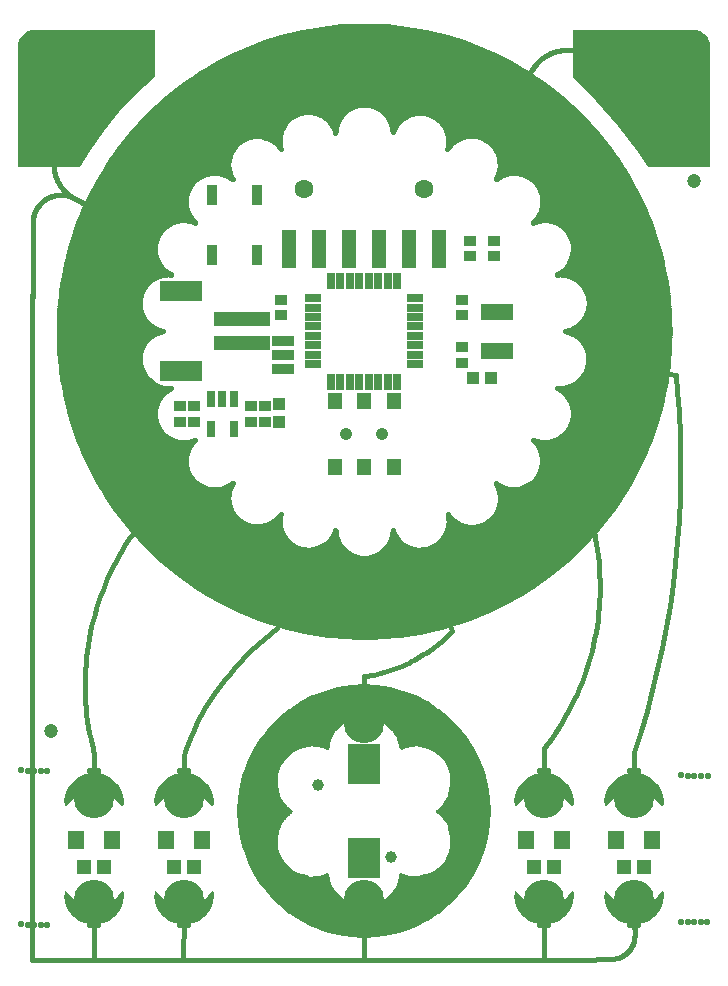
<source format=gbr>
G04 EAGLE Gerber RS-274X export*
G75*
%MOMM*%
%FSLAX34Y34*%
%LPD*%
%INSoldermask Top*%
%IPPOS*%
%AMOC8*
5,1,8,0,0,1.08239X$1,22.5*%
G01*
%ADD10C,0.406400*%
%ADD11C,0.457200*%
%ADD12C,7.000000*%
%ADD13C,0.584200*%
%ADD14C,3.419200*%
%ADD15R,2.703200X3.403200*%
%ADD16C,1.003200*%
%ADD17R,1.303200X1.203200*%
%ADD18R,1.403200X1.603200*%
%ADD19R,1.473200X0.762000*%
%ADD20R,0.762000X1.473200*%
%ADD21C,4.267200*%
%ADD22R,1.003200X1.003200*%
%ADD23R,1.103200X0.903200*%
%ADD24R,2.703200X1.403200*%
%ADD25R,1.903200X0.903200*%
%ADD26R,1.203200X3.203200*%
%ADD27C,1.603200*%
%ADD28R,4.803200X1.203200*%
%ADD29R,3.603200X1.803200*%
%ADD30R,1.203200X1.353200*%
%ADD31C,1.053200*%
%ADD32R,0.753200X1.403200*%
%ADD33R,0.965200X1.727200*%
%ADD34C,1.203200*%
%ADD35C,0.254000*%

G36*
X315951Y32968D02*
X315951Y32968D01*
X315968Y32971D01*
X316083Y32982D01*
X327047Y34719D01*
X327063Y34724D01*
X327176Y34746D01*
X337898Y37619D01*
X337914Y37626D01*
X338025Y37660D01*
X348387Y41638D01*
X348403Y41646D01*
X348509Y41692D01*
X358399Y46731D01*
X358413Y46741D01*
X358514Y46798D01*
X367823Y52843D01*
X367836Y52855D01*
X367930Y52921D01*
X376557Y59907D01*
X376569Y59919D01*
X376655Y59996D01*
X384504Y67845D01*
X384515Y67858D01*
X384593Y67943D01*
X391579Y76570D01*
X391588Y76585D01*
X391657Y76677D01*
X397702Y85986D01*
X397710Y86002D01*
X397769Y86101D01*
X402808Y95991D01*
X402814Y96008D01*
X402862Y96113D01*
X406840Y106475D01*
X406844Y106492D01*
X406881Y106602D01*
X409754Y117323D01*
X409756Y117341D01*
X409781Y117453D01*
X411518Y128417D01*
X411518Y128434D01*
X411532Y128549D01*
X412112Y139634D01*
X412111Y139651D01*
X412112Y139766D01*
X411532Y150851D01*
X411529Y150868D01*
X411518Y150983D01*
X409781Y161947D01*
X409776Y161963D01*
X409754Y162076D01*
X406881Y172798D01*
X406874Y172814D01*
X406840Y172925D01*
X402862Y183287D01*
X402854Y183303D01*
X402808Y183409D01*
X397769Y193299D01*
X397759Y193313D01*
X397702Y193414D01*
X391657Y202723D01*
X391645Y202736D01*
X391579Y202831D01*
X384593Y211457D01*
X384581Y211469D01*
X384504Y211556D01*
X376656Y219405D01*
X376642Y219415D01*
X376557Y219493D01*
X367931Y226479D01*
X367916Y226488D01*
X367823Y226557D01*
X358514Y232602D01*
X358498Y232610D01*
X358399Y232669D01*
X348509Y237708D01*
X348492Y237714D01*
X348387Y237762D01*
X338025Y241740D01*
X338008Y241744D01*
X337898Y241781D01*
X327177Y244654D01*
X327159Y244656D01*
X327047Y244682D01*
X316083Y246418D01*
X316066Y246419D01*
X315951Y246432D01*
X304866Y247013D01*
X304849Y247012D01*
X304734Y247013D01*
X293649Y246432D01*
X293632Y246429D01*
X293517Y246418D01*
X282553Y244682D01*
X282537Y244677D01*
X282423Y244654D01*
X271702Y241781D01*
X271686Y241774D01*
X271575Y241740D01*
X261213Y237762D01*
X261197Y237754D01*
X261091Y237708D01*
X251201Y232669D01*
X251187Y232659D01*
X251086Y232602D01*
X241777Y226557D01*
X241764Y226545D01*
X241670Y226479D01*
X233043Y219493D01*
X233031Y219481D01*
X232945Y219404D01*
X225096Y211555D01*
X225085Y211542D01*
X225007Y211457D01*
X218021Y202830D01*
X218012Y202815D01*
X217943Y202723D01*
X211898Y193414D01*
X211890Y193398D01*
X211831Y193299D01*
X206792Y183409D01*
X206786Y183392D01*
X206738Y183287D01*
X202760Y172925D01*
X202756Y172908D01*
X202719Y172798D01*
X199846Y162077D01*
X199844Y162059D01*
X199819Y161947D01*
X198082Y150983D01*
X198082Y150966D01*
X198068Y150851D01*
X197488Y139766D01*
X197489Y139749D01*
X197488Y139634D01*
X198068Y128549D01*
X198071Y128532D01*
X198082Y128417D01*
X199819Y117453D01*
X199824Y117436D01*
X199846Y117324D01*
X202719Y106602D01*
X202726Y106586D01*
X202760Y106475D01*
X206738Y96113D01*
X206746Y96097D01*
X206792Y95991D01*
X211831Y86101D01*
X211841Y86087D01*
X211898Y85986D01*
X217943Y76677D01*
X217955Y76664D01*
X218021Y76570D01*
X225007Y67943D01*
X225019Y67931D01*
X225096Y67845D01*
X232945Y59996D01*
X232958Y59985D01*
X233043Y59907D01*
X241670Y52921D01*
X241685Y52912D01*
X241777Y52843D01*
X251086Y46798D01*
X251102Y46790D01*
X251201Y46731D01*
X261091Y41692D01*
X261108Y41686D01*
X261213Y41638D01*
X271575Y37660D01*
X271592Y37656D01*
X271702Y37619D01*
X282423Y34746D01*
X282441Y34744D01*
X282553Y34719D01*
X293517Y32982D01*
X293534Y32982D01*
X293649Y32968D01*
X304734Y32388D01*
X304751Y32389D01*
X304866Y32388D01*
X315951Y32968D01*
G37*
%LPC*%
G36*
X302758Y59750D02*
X302758Y59750D01*
X298669Y60337D01*
X294705Y61500D01*
X290947Y63214D01*
X287470Y65446D01*
X284346Y68149D01*
X281591Y71324D01*
X281550Y71359D01*
X281516Y71401D01*
X281443Y71452D01*
X281376Y71510D01*
X281327Y71533D01*
X281283Y71564D01*
X281199Y71592D01*
X281118Y71630D01*
X281065Y71638D01*
X281014Y71655D01*
X280925Y71660D01*
X280837Y71673D01*
X280784Y71666D01*
X280730Y71669D01*
X280722Y71667D01*
X279151Y73893D01*
X277149Y77740D01*
X275731Y81831D01*
X275676Y82123D01*
X275676Y82124D01*
X274907Y86176D01*
X274882Y86255D01*
X274866Y86337D01*
X274833Y86406D01*
X274809Y86479D01*
X274765Y86549D01*
X274729Y86624D01*
X274680Y86683D01*
X274639Y86747D01*
X274579Y86804D01*
X274526Y86868D01*
X274463Y86913D01*
X274408Y86965D01*
X274335Y87006D01*
X274268Y87054D01*
X274196Y87082D01*
X274129Y87119D01*
X274049Y87140D01*
X273971Y87170D01*
X273895Y87179D01*
X273821Y87199D01*
X273738Y87199D01*
X273656Y87209D01*
X273580Y87199D01*
X273503Y87199D01*
X273423Y87179D01*
X273340Y87168D01*
X273202Y87122D01*
X273195Y87121D01*
X273193Y87119D01*
X273187Y87118D01*
X271562Y86465D01*
X267471Y85153D01*
X263279Y84445D01*
X259028Y84340D01*
X258052Y84456D01*
X258054Y84515D01*
X258042Y84568D01*
X258038Y84622D01*
X258008Y84705D01*
X257987Y84791D01*
X257960Y84838D01*
X257942Y84889D01*
X257890Y84961D01*
X257846Y85038D01*
X257807Y85076D01*
X257776Y85120D01*
X257706Y85174D01*
X257642Y85236D01*
X257594Y85261D01*
X257552Y85295D01*
X257485Y85320D01*
X257391Y85370D01*
X257299Y85389D01*
X257237Y85412D01*
X253110Y86211D01*
X249207Y87565D01*
X245536Y89460D01*
X242172Y91858D01*
X239183Y94709D01*
X236630Y97957D01*
X234564Y101535D01*
X233028Y105370D01*
X232053Y109384D01*
X231659Y113496D01*
X231853Y117623D01*
X232632Y121680D01*
X234004Y125653D01*
X234014Y125706D01*
X234033Y125757D01*
X234041Y125845D01*
X234058Y125932D01*
X234053Y125986D01*
X234058Y126040D01*
X234041Y126127D01*
X234033Y126216D01*
X234013Y126266D01*
X234003Y126319D01*
X233962Y126398D01*
X233930Y126481D01*
X233917Y126498D01*
X235339Y129333D01*
X238005Y133231D01*
X241200Y136766D01*
X243428Y138920D01*
X243445Y138941D01*
X243466Y138959D01*
X243544Y139065D01*
X243627Y139168D01*
X243638Y139193D01*
X243654Y139215D01*
X243703Y139337D01*
X243758Y139458D01*
X243763Y139485D01*
X243773Y139511D01*
X243790Y139641D01*
X243813Y139771D01*
X243811Y139798D01*
X243814Y139826D01*
X243799Y139956D01*
X243789Y140088D01*
X243780Y140114D01*
X243776Y140142D01*
X243728Y140264D01*
X243686Y140389D01*
X243671Y140412D01*
X243661Y140438D01*
X243584Y140545D01*
X243512Y140655D01*
X243491Y140674D01*
X243475Y140696D01*
X243358Y140807D01*
X240389Y143285D01*
X237764Y146027D01*
X235470Y149038D01*
X233459Y152541D01*
X233533Y152590D01*
X233612Y152631D01*
X233651Y152669D01*
X233696Y152699D01*
X233753Y152766D01*
X233817Y152828D01*
X233845Y152874D01*
X233879Y152916D01*
X233916Y152997D01*
X233960Y153073D01*
X233974Y153126D01*
X233996Y153175D01*
X234008Y153263D01*
X234030Y153349D01*
X234028Y153403D01*
X234035Y153457D01*
X234024Y153527D01*
X234020Y153633D01*
X233991Y153722D01*
X233980Y153788D01*
X232608Y157761D01*
X231829Y161818D01*
X231635Y165945D01*
X232029Y170057D01*
X233004Y174071D01*
X234540Y177906D01*
X236606Y181484D01*
X239159Y184732D01*
X242148Y187583D01*
X245512Y189981D01*
X249183Y191876D01*
X253086Y193230D01*
X257213Y194029D01*
X257264Y194046D01*
X257317Y194055D01*
X257398Y194093D01*
X257482Y194121D01*
X257526Y194152D01*
X257575Y194175D01*
X257642Y194234D01*
X257714Y194285D01*
X257748Y194327D01*
X257789Y194363D01*
X257837Y194437D01*
X257893Y194506D01*
X257913Y194556D01*
X257943Y194602D01*
X257968Y194687D01*
X257987Y194733D01*
X261985Y194874D01*
X266411Y194385D01*
X270764Y193247D01*
X273276Y192391D01*
X273297Y192387D01*
X273318Y192378D01*
X273367Y192369D01*
X273415Y192353D01*
X273502Y192345D01*
X273587Y192327D01*
X273609Y192328D01*
X273631Y192325D01*
X273681Y192329D01*
X273731Y192324D01*
X273818Y192338D01*
X273905Y192343D01*
X273926Y192349D01*
X273948Y192351D01*
X273996Y192368D01*
X274045Y192376D01*
X274125Y192411D01*
X274209Y192437D01*
X274228Y192448D01*
X274249Y192456D01*
X274291Y192483D01*
X274337Y192504D01*
X274405Y192557D01*
X274480Y192603D01*
X274495Y192619D01*
X274514Y192631D01*
X274547Y192669D01*
X274587Y192700D01*
X274640Y192769D01*
X274701Y192832D01*
X274712Y192851D01*
X274727Y192868D01*
X274750Y192912D01*
X274781Y192952D01*
X274815Y193032D01*
X274858Y193108D01*
X274864Y193130D01*
X274874Y193149D01*
X274886Y193198D01*
X274906Y193244D01*
X274940Y193402D01*
X275178Y194963D01*
X276191Y199387D01*
X277830Y203570D01*
X280067Y207465D01*
X280320Y207783D01*
X280331Y207778D01*
X280406Y207730D01*
X280458Y207715D01*
X280507Y207691D01*
X280594Y207675D01*
X280679Y207650D01*
X280733Y207650D01*
X280786Y207641D01*
X280875Y207650D01*
X280963Y207649D01*
X281015Y207664D01*
X281069Y207670D01*
X281152Y207703D01*
X281237Y207727D01*
X281283Y207756D01*
X281333Y207776D01*
X281388Y207821D01*
X281478Y207878D01*
X281541Y207947D01*
X281592Y207990D01*
X284347Y211164D01*
X287471Y213867D01*
X290948Y216099D01*
X294706Y217813D01*
X298670Y218976D01*
X302759Y219563D01*
X306891Y219563D01*
X310980Y218976D01*
X314944Y217813D01*
X318702Y216099D01*
X322179Y213867D01*
X325303Y211164D01*
X328058Y207990D01*
X328099Y207954D01*
X328133Y207912D01*
X328206Y207861D01*
X328273Y207803D01*
X328322Y207780D01*
X328366Y207749D01*
X328450Y207721D01*
X328531Y207683D01*
X328584Y207675D01*
X328635Y207658D01*
X328724Y207653D01*
X328812Y207640D01*
X328865Y207647D01*
X328919Y207644D01*
X328937Y207648D01*
X330449Y205507D01*
X332451Y201660D01*
X333869Y197569D01*
X334196Y195842D01*
X334437Y194573D01*
X334693Y193224D01*
X334718Y193145D01*
X334734Y193063D01*
X334767Y192994D01*
X334791Y192921D01*
X334835Y192851D01*
X334871Y192776D01*
X334920Y192717D01*
X334961Y192653D01*
X335021Y192596D01*
X335074Y192532D01*
X335137Y192487D01*
X335192Y192435D01*
X335265Y192394D01*
X335332Y192346D01*
X335404Y192318D01*
X335471Y192281D01*
X335551Y192260D01*
X335629Y192230D01*
X335705Y192221D01*
X335779Y192201D01*
X335862Y192201D01*
X335944Y192191D01*
X336020Y192201D01*
X336097Y192201D01*
X336177Y192221D01*
X336260Y192232D01*
X336398Y192278D01*
X336405Y192279D01*
X336407Y192281D01*
X336413Y192282D01*
X338038Y192935D01*
X342129Y194247D01*
X346321Y194955D01*
X350572Y195060D01*
X351547Y194944D01*
X351545Y194885D01*
X351557Y194832D01*
X351561Y194778D01*
X351591Y194695D01*
X351612Y194609D01*
X351639Y194562D01*
X351657Y194511D01*
X351709Y194439D01*
X351753Y194362D01*
X351792Y194324D01*
X351823Y194280D01*
X351893Y194226D01*
X351957Y194164D01*
X352005Y194139D01*
X352047Y194105D01*
X352114Y194080D01*
X352208Y194030D01*
X352300Y194011D01*
X352362Y193988D01*
X356489Y193189D01*
X360392Y191835D01*
X364063Y189940D01*
X367427Y187542D01*
X370416Y184691D01*
X372969Y181443D01*
X375035Y177865D01*
X376571Y174030D01*
X377546Y170016D01*
X377940Y165904D01*
X377746Y161777D01*
X376967Y157720D01*
X375595Y153747D01*
X375585Y153694D01*
X375566Y153643D01*
X375558Y153555D01*
X375541Y153468D01*
X375546Y153414D01*
X375541Y153360D01*
X375558Y153273D01*
X375566Y153184D01*
X375586Y153134D01*
X375596Y153081D01*
X375637Y153002D01*
X375669Y152919D01*
X375683Y152901D01*
X374261Y150067D01*
X371595Y146169D01*
X368400Y142634D01*
X366172Y140480D01*
X366155Y140458D01*
X366134Y140441D01*
X366056Y140335D01*
X365973Y140232D01*
X365962Y140207D01*
X365946Y140185D01*
X365896Y140062D01*
X365842Y139942D01*
X365837Y139915D01*
X365827Y139889D01*
X365810Y139759D01*
X365787Y139629D01*
X365789Y139602D01*
X365786Y139574D01*
X365801Y139444D01*
X365811Y139312D01*
X365820Y139286D01*
X365824Y139258D01*
X365871Y139136D01*
X365914Y139011D01*
X365929Y138988D01*
X365939Y138962D01*
X366016Y138855D01*
X366088Y138745D01*
X366109Y138726D01*
X366125Y138704D01*
X366242Y138593D01*
X369211Y136115D01*
X371836Y133373D01*
X374130Y130362D01*
X376141Y126858D01*
X376140Y126858D01*
X376066Y126809D01*
X375987Y126768D01*
X375948Y126730D01*
X375903Y126700D01*
X375846Y126633D01*
X375782Y126571D01*
X375754Y126525D01*
X375720Y126483D01*
X375683Y126402D01*
X375639Y126326D01*
X375625Y126273D01*
X375603Y126224D01*
X375591Y126136D01*
X375569Y126050D01*
X375571Y125996D01*
X375564Y125942D01*
X375575Y125872D01*
X375579Y125766D01*
X375608Y125677D01*
X375619Y125611D01*
X376991Y121638D01*
X377770Y117581D01*
X377964Y113454D01*
X377570Y109342D01*
X376595Y105328D01*
X375059Y101493D01*
X372993Y97915D01*
X370440Y94667D01*
X367451Y91816D01*
X364087Y89418D01*
X360416Y87523D01*
X356513Y86169D01*
X352386Y85370D01*
X352335Y85353D01*
X352282Y85344D01*
X352201Y85306D01*
X352117Y85278D01*
X352073Y85247D01*
X352024Y85224D01*
X351957Y85165D01*
X351885Y85114D01*
X351851Y85072D01*
X351810Y85036D01*
X351762Y84962D01*
X351706Y84893D01*
X351686Y84843D01*
X351656Y84797D01*
X351631Y84712D01*
X351612Y84667D01*
X347615Y84526D01*
X343189Y85015D01*
X338836Y86153D01*
X336324Y87009D01*
X336303Y87013D01*
X336282Y87022D01*
X336233Y87031D01*
X336185Y87047D01*
X336098Y87055D01*
X336013Y87073D01*
X335991Y87072D01*
X335969Y87075D01*
X335919Y87071D01*
X335869Y87076D01*
X335782Y87062D01*
X335695Y87057D01*
X335674Y87051D01*
X335652Y87049D01*
X335640Y87045D01*
X335604Y87032D01*
X335555Y87024D01*
X335475Y86989D01*
X335391Y86963D01*
X335372Y86952D01*
X335351Y86944D01*
X335310Y86917D01*
X335263Y86897D01*
X335195Y86843D01*
X335120Y86797D01*
X335105Y86781D01*
X335086Y86769D01*
X335067Y86747D01*
X335053Y86731D01*
X335013Y86700D01*
X334960Y86631D01*
X334899Y86568D01*
X334888Y86549D01*
X334873Y86532D01*
X334850Y86488D01*
X334819Y86448D01*
X334785Y86368D01*
X334742Y86292D01*
X334736Y86270D01*
X334726Y86251D01*
X334714Y86202D01*
X334695Y86156D01*
X334660Y85998D01*
X334422Y84437D01*
X333409Y80013D01*
X331770Y75830D01*
X329533Y71935D01*
X329250Y71578D01*
X329243Y71583D01*
X329191Y71598D01*
X329142Y71622D01*
X329055Y71638D01*
X328970Y71663D01*
X328916Y71663D01*
X328863Y71673D01*
X328774Y71663D01*
X328686Y71664D01*
X328634Y71649D01*
X328580Y71643D01*
X328498Y71610D01*
X328412Y71586D01*
X328366Y71557D01*
X328316Y71537D01*
X328261Y71492D01*
X328171Y71435D01*
X328108Y71366D01*
X328057Y71324D01*
X325302Y68149D01*
X322178Y65446D01*
X318701Y63214D01*
X314943Y61500D01*
X310979Y60337D01*
X306890Y59750D01*
X302758Y59750D01*
G37*
%LPD*%
G36*
X596958Y684793D02*
X596958Y684793D01*
X597016Y684791D01*
X597098Y684813D01*
X597182Y684825D01*
X597235Y684849D01*
X597291Y684863D01*
X597364Y684906D01*
X597441Y684941D01*
X597486Y684979D01*
X597536Y685009D01*
X597594Y685070D01*
X597658Y685125D01*
X597690Y685173D01*
X597730Y685216D01*
X597769Y685291D01*
X597816Y685361D01*
X597833Y685417D01*
X597860Y685469D01*
X597871Y685537D01*
X597901Y685632D01*
X597904Y685732D01*
X597915Y685800D01*
X597915Y787400D01*
X597908Y787449D01*
X597911Y787488D01*
X597718Y789694D01*
X597695Y789797D01*
X597688Y789868D01*
X597115Y792006D01*
X597073Y792104D01*
X597054Y792173D01*
X596119Y794179D01*
X596061Y794268D01*
X596030Y794332D01*
X594760Y796146D01*
X594688Y796223D01*
X594647Y796281D01*
X593081Y797847D01*
X592997Y797910D01*
X592946Y797960D01*
X591132Y799230D01*
X591038Y799278D01*
X590979Y799319D01*
X588973Y800254D01*
X588871Y800285D01*
X588806Y800315D01*
X586668Y800888D01*
X586563Y800901D01*
X586494Y800918D01*
X584288Y801111D01*
X584239Y801109D01*
X584200Y801115D01*
X482600Y801115D01*
X482542Y801107D01*
X482484Y801109D01*
X482402Y801087D01*
X482319Y801075D01*
X482265Y801052D01*
X482209Y801037D01*
X482136Y800994D01*
X482059Y800959D01*
X482014Y800921D01*
X481964Y800892D01*
X481906Y800830D01*
X481842Y800776D01*
X481810Y800727D01*
X481770Y800684D01*
X481731Y800609D01*
X481685Y800539D01*
X481667Y800483D01*
X481640Y800431D01*
X481629Y800363D01*
X481599Y800268D01*
X481596Y800168D01*
X481585Y800100D01*
X481585Y762000D01*
X481596Y761919D01*
X481598Y761837D01*
X481616Y761779D01*
X481625Y761719D01*
X481658Y761644D01*
X481682Y761566D01*
X481713Y761522D01*
X481741Y761459D01*
X481829Y761355D01*
X481874Y761290D01*
X501491Y741237D01*
X519744Y719981D01*
X536591Y697574D01*
X545269Y685217D01*
X545292Y685192D01*
X545309Y685164D01*
X545388Y685089D01*
X545464Y685009D01*
X545492Y684992D01*
X545516Y684970D01*
X545614Y684920D01*
X545708Y684864D01*
X545740Y684855D01*
X545769Y684840D01*
X545846Y684827D01*
X545983Y684792D01*
X546050Y684793D01*
X546100Y684785D01*
X596900Y684785D01*
X596958Y684793D01*
G37*
G36*
X63561Y684793D02*
X63561Y684793D01*
X63622Y684792D01*
X63701Y684813D01*
X63782Y684825D01*
X63838Y684850D01*
X63897Y684866D01*
X63967Y684908D01*
X64041Y684941D01*
X64088Y684981D01*
X64141Y685012D01*
X64185Y685063D01*
X64258Y685125D01*
X64316Y685211D01*
X64362Y685264D01*
X72556Y698455D01*
X84350Y715807D01*
X97518Y732114D01*
X111981Y747284D01*
X127675Y761241D01*
X127750Y761330D01*
X127830Y761416D01*
X127842Y761439D01*
X127859Y761458D01*
X127907Y761565D01*
X127960Y761669D01*
X127964Y761692D01*
X127975Y761717D01*
X128015Y761999D01*
X128015Y762000D01*
X128015Y800100D01*
X128007Y800158D01*
X128009Y800216D01*
X127987Y800298D01*
X127975Y800382D01*
X127952Y800435D01*
X127937Y800491D01*
X127894Y800564D01*
X127859Y800641D01*
X127821Y800686D01*
X127792Y800736D01*
X127730Y800794D01*
X127676Y800858D01*
X127627Y800890D01*
X127584Y800930D01*
X127509Y800969D01*
X127439Y801016D01*
X127383Y801033D01*
X127331Y801060D01*
X127263Y801071D01*
X127168Y801101D01*
X127068Y801104D01*
X127000Y801115D01*
X25400Y801115D01*
X25351Y801108D01*
X25312Y801111D01*
X23106Y800918D01*
X23003Y800895D01*
X22932Y800888D01*
X20794Y800315D01*
X20696Y800273D01*
X20627Y800254D01*
X18621Y799319D01*
X18532Y799261D01*
X18468Y799230D01*
X16654Y797960D01*
X16577Y797888D01*
X16519Y797847D01*
X14953Y796281D01*
X14890Y796197D01*
X14840Y796146D01*
X13570Y794332D01*
X13522Y794238D01*
X13481Y794179D01*
X12546Y792173D01*
X12515Y792071D01*
X12485Y792006D01*
X11912Y789868D01*
X11899Y789763D01*
X11882Y789694D01*
X11689Y787488D01*
X11691Y787439D01*
X11685Y787400D01*
X11685Y685800D01*
X11693Y685742D01*
X11691Y685684D01*
X11713Y685602D01*
X11725Y685519D01*
X11749Y685465D01*
X11763Y685409D01*
X11806Y685336D01*
X11841Y685259D01*
X11879Y685214D01*
X11909Y685164D01*
X11970Y685106D01*
X12025Y685042D01*
X12073Y685010D01*
X12116Y684970D01*
X12191Y684931D01*
X12261Y684885D01*
X12317Y684867D01*
X12369Y684840D01*
X12437Y684829D01*
X12532Y684799D01*
X12632Y684796D01*
X12700Y684785D01*
X63500Y684785D01*
X63561Y684793D01*
G37*
G36*
X139776Y375054D02*
X139776Y375054D01*
X139868Y375070D01*
X139934Y375071D01*
X143869Y375802D01*
X143957Y375832D01*
X144023Y375843D01*
X147795Y377181D01*
X147878Y377224D01*
X147940Y377245D01*
X151457Y379156D01*
X151532Y379212D01*
X151590Y379243D01*
X154764Y381680D01*
X154857Y381775D01*
X154917Y381825D01*
X172590Y402467D01*
X191214Y387170D01*
X191297Y387113D01*
X191374Y387049D01*
X191481Y386988D01*
X191583Y386918D01*
X191675Y386877D01*
X191762Y386828D01*
X191878Y386787D01*
X191991Y386736D01*
X192088Y386712D01*
X192183Y386679D01*
X192305Y386659D01*
X192425Y386630D01*
X192525Y386624D01*
X192624Y386608D01*
X192748Y386610D01*
X192871Y386603D01*
X192970Y386615D01*
X193071Y386616D01*
X193192Y386641D01*
X193314Y386655D01*
X193410Y386685D01*
X193509Y386704D01*
X193623Y386750D01*
X193741Y386786D01*
X193831Y386832D01*
X193924Y386869D01*
X194029Y386934D01*
X194138Y386990D01*
X194218Y387052D01*
X194304Y387105D01*
X194395Y387187D01*
X194493Y387262D01*
X194561Y387337D01*
X194635Y387404D01*
X194710Y387502D01*
X194793Y387593D01*
X194846Y387678D01*
X194908Y387758D01*
X194964Y387867D01*
X195030Y387972D01*
X195067Y388065D01*
X195113Y388155D01*
X195149Y388272D01*
X195195Y388387D01*
X195215Y388486D01*
X195245Y388582D01*
X195259Y388704D01*
X195284Y388825D01*
X195286Y388925D01*
X195298Y389025D01*
X195291Y389148D01*
X195293Y389271D01*
X195278Y389371D01*
X195272Y389471D01*
X195243Y389591D01*
X195223Y389712D01*
X195190Y389807D01*
X195166Y389905D01*
X195076Y390133D01*
X195076Y390134D01*
X195075Y390135D01*
X190349Y400534D01*
X191289Y410875D01*
X191289Y410939D01*
X191297Y411002D01*
X191289Y411162D01*
X191290Y411321D01*
X191278Y411384D01*
X191275Y411449D01*
X191239Y411604D01*
X191211Y411761D01*
X191188Y411821D01*
X191174Y411884D01*
X191110Y412030D01*
X191055Y412180D01*
X191022Y412235D01*
X190996Y412294D01*
X190908Y412427D01*
X190826Y412564D01*
X190784Y412612D01*
X190749Y412666D01*
X190638Y412781D01*
X190534Y412901D01*
X190484Y412941D01*
X190439Y412988D01*
X190310Y413081D01*
X190186Y413181D01*
X190129Y413212D01*
X190077Y413249D01*
X189933Y413318D01*
X189793Y413394D01*
X189732Y413415D01*
X189674Y413442D01*
X189521Y413485D01*
X189369Y413535D01*
X189306Y413544D01*
X189244Y413561D01*
X189085Y413575D01*
X188927Y413597D01*
X188863Y413595D01*
X188799Y413600D01*
X188552Y413588D01*
X181401Y412874D01*
X181418Y412932D01*
X181456Y413063D01*
X181456Y413064D01*
X181457Y413066D01*
X181457Y413211D01*
X181458Y413347D01*
X181457Y413349D01*
X181457Y413351D01*
X181418Y413487D01*
X181381Y413620D01*
X181380Y413622D01*
X181379Y413624D01*
X181307Y413739D01*
X181230Y413862D01*
X181229Y413863D01*
X181228Y413865D01*
X181123Y413959D01*
X181019Y414052D01*
X181018Y414053D01*
X181016Y414054D01*
X180890Y414115D01*
X180764Y414177D01*
X180762Y414177D01*
X180760Y414178D01*
X180743Y414180D01*
X180484Y414225D01*
X180453Y414222D01*
X180428Y414225D01*
X176802Y414140D01*
X173290Y414622D01*
X169900Y415658D01*
X166718Y417221D01*
X166461Y417403D01*
X163826Y419271D01*
X161299Y421756D01*
X159199Y424613D01*
X157582Y427768D01*
X156489Y431140D01*
X155947Y434643D01*
X155971Y438188D01*
X156573Y441764D01*
X156573Y441766D01*
X156573Y441768D01*
X156576Y441904D01*
X156580Y442049D01*
X156580Y442050D01*
X156580Y442052D01*
X156544Y442186D01*
X156509Y442324D01*
X156508Y442325D01*
X156507Y442327D01*
X156435Y442447D01*
X156364Y442568D01*
X156362Y442569D01*
X156361Y442571D01*
X156258Y442667D01*
X156156Y442763D01*
X156155Y442764D01*
X156153Y442765D01*
X156025Y442830D01*
X155903Y442892D01*
X155902Y442893D01*
X155900Y442894D01*
X155843Y442904D01*
X158150Y449247D01*
X158160Y449284D01*
X158175Y449320D01*
X158217Y449499D01*
X158264Y449678D01*
X158267Y449717D01*
X158276Y449755D01*
X158285Y449939D01*
X158300Y450124D01*
X158296Y450162D01*
X158298Y450201D01*
X158274Y450384D01*
X158256Y450568D01*
X158246Y450605D01*
X158241Y450644D01*
X158184Y450820D01*
X158134Y450998D01*
X158117Y451033D01*
X158105Y451069D01*
X158018Y451233D01*
X157937Y451399D01*
X157914Y451430D01*
X157896Y451464D01*
X157782Y451609D01*
X157672Y451758D01*
X157644Y451785D01*
X157620Y451815D01*
X157481Y451938D01*
X157347Y452065D01*
X157314Y452086D01*
X157285Y452112D01*
X157127Y452208D01*
X156973Y452309D01*
X156937Y452324D01*
X156904Y452344D01*
X156732Y452410D01*
X156561Y452482D01*
X156523Y452490D01*
X156487Y452504D01*
X156305Y452539D01*
X156125Y452579D01*
X156086Y452581D01*
X156048Y452588D01*
X155801Y452600D01*
X150207Y452600D01*
X135591Y457472D01*
X135545Y457483D01*
X135500Y457500D01*
X135328Y457534D01*
X135157Y457575D01*
X135109Y457577D01*
X135062Y457587D01*
X134886Y457589D01*
X134711Y457599D01*
X134663Y457593D01*
X134615Y457593D01*
X134442Y457565D01*
X134267Y457543D01*
X134222Y457528D01*
X134175Y457520D01*
X134009Y457461D01*
X133841Y457409D01*
X133799Y457386D01*
X133754Y457370D01*
X133601Y457283D01*
X133446Y457201D01*
X133408Y457172D01*
X133367Y457148D01*
X133232Y457034D01*
X133094Y456926D01*
X133062Y456891D01*
X133025Y456860D01*
X132913Y456724D01*
X132796Y456593D01*
X132771Y456552D01*
X132741Y456515D01*
X132654Y456362D01*
X132562Y456212D01*
X132545Y456168D01*
X132522Y456126D01*
X132464Y455960D01*
X132400Y455796D01*
X132391Y455749D01*
X132376Y455704D01*
X132349Y455530D01*
X132315Y455358D01*
X132314Y455310D01*
X132307Y455262D01*
X132311Y455087D01*
X132309Y454911D01*
X132317Y454864D01*
X132318Y454816D01*
X132354Y454643D01*
X132383Y454470D01*
X132399Y454425D01*
X132408Y454378D01*
X132474Y454215D01*
X132534Y454050D01*
X132557Y454008D01*
X132575Y453964D01*
X132699Y453750D01*
X144169Y435907D01*
X120866Y421136D01*
X120764Y421050D01*
X120700Y421005D01*
X117835Y418211D01*
X117778Y418137D01*
X117730Y418091D01*
X115337Y414883D01*
X115292Y414801D01*
X115252Y414749D01*
X113390Y411206D01*
X113359Y411118D01*
X113327Y411060D01*
X112043Y407269D01*
X112025Y407177D01*
X112004Y407115D01*
X111328Y403170D01*
X111325Y403077D01*
X111313Y403011D01*
X111263Y399010D01*
X111275Y398917D01*
X111273Y398851D01*
X111849Y394890D01*
X111876Y394800D01*
X111885Y394735D01*
X113073Y390913D01*
X113106Y390845D01*
X113117Y390800D01*
X113126Y390785D01*
X113132Y390765D01*
X114904Y387177D01*
X114957Y387099D01*
X114985Y387040D01*
X117297Y383772D01*
X117381Y383683D01*
X117427Y383622D01*
X120331Y380869D01*
X120407Y380814D01*
X120455Y380768D01*
X123754Y378503D01*
X123838Y378461D01*
X123892Y378423D01*
X127505Y376702D01*
X127595Y376674D01*
X127654Y376645D01*
X131492Y375510D01*
X131584Y375496D01*
X131648Y375477D01*
X135616Y374956D01*
X135709Y374957D01*
X135775Y374948D01*
X139776Y375054D01*
G37*
G36*
X164887Y676610D02*
X164887Y676610D01*
X164974Y676608D01*
X165109Y676630D01*
X165246Y676642D01*
X165378Y676673D01*
X165415Y676679D01*
X165437Y676686D01*
X165487Y676698D01*
X178783Y680497D01*
X188083Y677707D01*
X188186Y677686D01*
X188287Y677655D01*
X188404Y677641D01*
X188521Y677618D01*
X188626Y677615D01*
X188730Y677603D01*
X188849Y677610D01*
X188967Y677607D01*
X189071Y677624D01*
X189176Y677630D01*
X189291Y677658D01*
X189408Y677677D01*
X189508Y677711D01*
X189610Y677736D01*
X189718Y677785D01*
X189830Y677824D01*
X189922Y677875D01*
X190018Y677918D01*
X190116Y677985D01*
X190219Y678043D01*
X190300Y678110D01*
X190387Y678170D01*
X190472Y678253D01*
X190563Y678328D01*
X190631Y678409D01*
X190706Y678483D01*
X190774Y678580D01*
X190850Y678670D01*
X190903Y678762D01*
X190963Y678848D01*
X191013Y678955D01*
X191072Y679058D01*
X191107Y679157D01*
X191152Y679253D01*
X191182Y679368D01*
X191222Y679479D01*
X191239Y679583D01*
X191265Y679685D01*
X191275Y679803D01*
X191294Y679920D01*
X191292Y680025D01*
X191300Y680130D01*
X191286Y680355D01*
X191286Y680367D01*
X191285Y680370D01*
X191285Y680377D01*
X190496Y687469D01*
X190499Y687476D01*
X190580Y687726D01*
X190581Y687757D01*
X190588Y687781D01*
X190958Y690867D01*
X192482Y695818D01*
X193507Y697997D01*
X195508Y700923D01*
X197950Y703493D01*
X200770Y705641D01*
X203897Y707311D01*
X207250Y708462D01*
X210744Y709063D01*
X214289Y709099D01*
X217794Y708570D01*
X221248Y707464D01*
X221250Y707464D01*
X221251Y707463D01*
X221392Y707440D01*
X221528Y707416D01*
X221530Y707417D01*
X221532Y707416D01*
X221673Y707433D01*
X221810Y707448D01*
X221812Y707449D01*
X221814Y707449D01*
X221942Y707503D01*
X222073Y707557D01*
X222075Y707558D01*
X222076Y707559D01*
X222184Y707645D01*
X222295Y707734D01*
X222297Y707736D01*
X222298Y707737D01*
X222378Y707850D01*
X222460Y707966D01*
X222460Y707968D01*
X222461Y707969D01*
X222507Y708101D01*
X222553Y708234D01*
X222553Y708236D01*
X222554Y708238D01*
X222561Y708375D01*
X222569Y708518D01*
X222568Y708520D01*
X222569Y708522D01*
X222564Y708540D01*
X222505Y708795D01*
X222490Y708822D01*
X222484Y708847D01*
X222480Y708854D01*
X229437Y705376D01*
X229548Y705331D01*
X229656Y705277D01*
X229777Y705239D01*
X229895Y705191D01*
X230012Y705165D01*
X230127Y705129D01*
X230252Y705111D01*
X230376Y705083D01*
X230496Y705076D01*
X230615Y705059D01*
X230742Y705062D01*
X230869Y705055D01*
X230988Y705067D01*
X231108Y705069D01*
X231233Y705092D01*
X231359Y705106D01*
X231475Y705137D01*
X231593Y705159D01*
X231713Y705202D01*
X231835Y705235D01*
X231945Y705285D01*
X232058Y705325D01*
X232169Y705387D01*
X232284Y705440D01*
X232384Y705507D01*
X232489Y705565D01*
X232589Y705643D01*
X232694Y705714D01*
X232782Y705796D01*
X232876Y705871D01*
X232962Y705964D01*
X233055Y706051D01*
X233128Y706146D01*
X233209Y706235D01*
X233278Y706341D01*
X233356Y706442D01*
X233413Y706547D01*
X233479Y706648D01*
X233530Y706764D01*
X233590Y706876D01*
X233629Y706989D01*
X233678Y707099D01*
X233698Y707188D01*
X233751Y707342D01*
X233810Y707680D01*
X233829Y707765D01*
X234734Y715909D01*
X241206Y724230D01*
X241329Y724418D01*
X241455Y724604D01*
X241464Y724624D01*
X241477Y724643D01*
X241568Y724848D01*
X241662Y725052D01*
X241668Y725073D01*
X241677Y725094D01*
X241733Y725310D01*
X241794Y725527D01*
X241796Y725549D01*
X241802Y725571D01*
X241823Y725794D01*
X241847Y726018D01*
X241846Y726040D01*
X241848Y726062D01*
X241833Y726286D01*
X241821Y726510D01*
X241816Y726532D01*
X241814Y726554D01*
X241763Y726772D01*
X241715Y726992D01*
X241707Y727013D01*
X241702Y727034D01*
X241616Y727241D01*
X241533Y727451D01*
X241522Y727470D01*
X241513Y727490D01*
X241395Y727681D01*
X241280Y727874D01*
X241265Y727891D01*
X241253Y727910D01*
X241106Y728079D01*
X240961Y728251D01*
X240944Y728265D01*
X240929Y728282D01*
X240757Y728425D01*
X240586Y728571D01*
X240567Y728582D01*
X240550Y728597D01*
X240356Y728710D01*
X240164Y728827D01*
X240143Y728835D01*
X240124Y728846D01*
X239914Y728927D01*
X239706Y729011D01*
X239685Y729016D01*
X239664Y729024D01*
X239443Y729070D01*
X239225Y729119D01*
X239203Y729120D01*
X239181Y729125D01*
X238955Y729134D01*
X238732Y729147D01*
X238710Y729145D01*
X238688Y729146D01*
X238465Y729120D01*
X238242Y729096D01*
X238224Y729091D01*
X238198Y729088D01*
X237724Y728952D01*
X237644Y728914D01*
X237589Y728897D01*
X217410Y720153D01*
X205923Y745749D01*
X205852Y745861D01*
X205817Y745931D01*
X203460Y749165D01*
X203395Y749233D01*
X203357Y749286D01*
X200523Y752113D01*
X200448Y752169D01*
X200402Y752216D01*
X197161Y754564D01*
X197078Y754608D01*
X197025Y754647D01*
X193456Y756459D01*
X193368Y756489D01*
X193309Y756520D01*
X189501Y757751D01*
X189409Y757767D01*
X189346Y757788D01*
X185393Y758409D01*
X185299Y758411D01*
X185234Y758421D01*
X181232Y758416D01*
X181139Y758403D01*
X181073Y758403D01*
X177121Y757772D01*
X177032Y757745D01*
X176966Y757735D01*
X173161Y756493D01*
X173077Y756452D01*
X173014Y756432D01*
X169451Y754610D01*
X169350Y754540D01*
X169283Y754503D01*
X166144Y752021D01*
X166079Y751953D01*
X166027Y751913D01*
X163314Y748970D01*
X163261Y748893D01*
X163216Y748845D01*
X160997Y745514D01*
X160956Y745430D01*
X160919Y745375D01*
X159248Y741739D01*
X159221Y741649D01*
X159193Y741589D01*
X158112Y737736D01*
X158099Y737643D01*
X158081Y737580D01*
X157616Y733605D01*
X157618Y733511D01*
X157610Y733445D01*
X157772Y729447D01*
X157776Y729422D01*
X157776Y729411D01*
X157784Y729381D01*
X157788Y729355D01*
X157791Y729288D01*
X158576Y725364D01*
X158607Y725276D01*
X158620Y725211D01*
X160009Y721458D01*
X160054Y721376D01*
X160076Y721313D01*
X162036Y717824D01*
X162093Y717750D01*
X162108Y717724D01*
X162121Y717712D01*
X162158Y717652D01*
X180984Y696170D01*
X163179Y681004D01*
X163083Y680906D01*
X162981Y680815D01*
X162927Y680747D01*
X162867Y680685D01*
X162790Y680571D01*
X162705Y680464D01*
X162664Y680387D01*
X162616Y680315D01*
X162560Y680190D01*
X162496Y680069D01*
X162469Y679986D01*
X162434Y679907D01*
X162402Y679774D01*
X162360Y679643D01*
X162349Y679557D01*
X162329Y679473D01*
X162320Y679336D01*
X162303Y679200D01*
X162307Y679114D01*
X162302Y679027D01*
X162318Y678891D01*
X162325Y678754D01*
X162345Y678670D01*
X162355Y678583D01*
X162395Y678452D01*
X162426Y678319D01*
X162461Y678239D01*
X162486Y678156D01*
X162549Y678035D01*
X162603Y677909D01*
X162651Y677837D01*
X162691Y677760D01*
X162775Y677651D01*
X162851Y677537D01*
X162911Y677474D01*
X162964Y677406D01*
X163065Y677314D01*
X163160Y677215D01*
X163231Y677164D01*
X163295Y677106D01*
X163411Y677033D01*
X163522Y676953D01*
X163600Y676916D01*
X163674Y676870D01*
X163802Y676819D01*
X163925Y676760D01*
X164009Y676737D01*
X164089Y676705D01*
X164224Y676678D01*
X164356Y676642D01*
X164442Y676634D01*
X164527Y676617D01*
X164664Y676614D01*
X164801Y676602D01*
X164887Y676610D01*
G37*
G36*
X473919Y374958D02*
X473919Y374958D01*
X473985Y374956D01*
X477953Y375477D01*
X478044Y375502D01*
X478109Y375510D01*
X481947Y376645D01*
X482032Y376684D01*
X482096Y376702D01*
X485709Y378423D01*
X485787Y378475D01*
X485847Y378503D01*
X489146Y380768D01*
X489215Y380831D01*
X489270Y380868D01*
X492174Y383622D01*
X492251Y383718D01*
X492304Y383772D01*
X494616Y387040D01*
X494658Y387123D01*
X494697Y387177D01*
X496469Y390765D01*
X496498Y390854D01*
X496528Y390913D01*
X497716Y394735D01*
X497731Y394827D01*
X497751Y394890D01*
X498327Y398851D01*
X498328Y398944D01*
X498338Y399010D01*
X498287Y403011D01*
X498273Y403104D01*
X498273Y403170D01*
X497597Y407115D01*
X497568Y407204D01*
X497558Y407269D01*
X496273Y411059D01*
X496231Y411143D01*
X496210Y411206D01*
X494349Y414749D01*
X494294Y414824D01*
X494264Y414883D01*
X491871Y418091D01*
X491805Y418158D01*
X491766Y418211D01*
X488901Y421005D01*
X488794Y421084D01*
X488735Y421136D01*
X465398Y435929D01*
X477398Y455509D01*
X477435Y455581D01*
X477479Y455649D01*
X477546Y455801D01*
X477621Y455949D01*
X477646Y456026D01*
X477678Y456101D01*
X477720Y456261D01*
X477770Y456419D01*
X477782Y456500D01*
X477802Y456578D01*
X477817Y456743D01*
X477841Y456907D01*
X477840Y456989D01*
X477847Y457070D01*
X477835Y457235D01*
X477833Y457400D01*
X477818Y457481D01*
X477812Y457562D01*
X477774Y457723D01*
X477744Y457886D01*
X477717Y457963D01*
X477698Y458042D01*
X477635Y458195D01*
X477579Y458351D01*
X477540Y458422D01*
X477509Y458497D01*
X477421Y458638D01*
X477341Y458783D01*
X477291Y458847D01*
X477248Y458916D01*
X477139Y459040D01*
X477036Y459171D01*
X476976Y459226D01*
X476923Y459287D01*
X476795Y459393D01*
X476673Y459505D01*
X476605Y459549D01*
X476542Y459601D01*
X476399Y459685D01*
X476261Y459775D01*
X476186Y459808D01*
X476116Y459849D01*
X475961Y459909D01*
X475810Y459976D01*
X475731Y459997D01*
X475655Y460026D01*
X475493Y460059D01*
X475333Y460101D01*
X475252Y460109D01*
X475172Y460125D01*
X475007Y460132D01*
X474842Y460148D01*
X474760Y460143D01*
X474679Y460146D01*
X474515Y460126D01*
X474350Y460115D01*
X474270Y460096D01*
X474190Y460086D01*
X474031Y460040D01*
X473869Y460003D01*
X473794Y459972D01*
X473716Y459949D01*
X473623Y459901D01*
X473413Y459814D01*
X473203Y459685D01*
X473110Y459636D01*
X464754Y454066D01*
X454525Y453136D01*
X454347Y453105D01*
X454167Y453082D01*
X454104Y453063D01*
X454039Y453051D01*
X453868Y452992D01*
X453694Y452940D01*
X453635Y452911D01*
X453573Y452890D01*
X453414Y452804D01*
X453251Y452724D01*
X453197Y452687D01*
X453139Y452655D01*
X452995Y452544D01*
X452848Y452440D01*
X452801Y452394D01*
X452749Y452353D01*
X452625Y452221D01*
X452496Y452094D01*
X452457Y452041D01*
X452412Y451993D01*
X452312Y451842D01*
X452204Y451696D01*
X452175Y451637D01*
X452138Y451582D01*
X452063Y451418D01*
X451981Y451256D01*
X451961Y451193D01*
X451934Y451133D01*
X451887Y450958D01*
X451832Y450786D01*
X451822Y450721D01*
X451805Y450657D01*
X451786Y450477D01*
X451760Y450298D01*
X451761Y450232D01*
X451754Y450166D01*
X451765Y449985D01*
X451768Y449804D01*
X451779Y449753D01*
X451784Y449674D01*
X451892Y449193D01*
X451905Y449161D01*
X451910Y449137D01*
X453976Y442941D01*
X453891Y442929D01*
X453751Y442909D01*
X453749Y442908D01*
X453747Y442908D01*
X453619Y442850D01*
X453491Y442794D01*
X453490Y442792D01*
X453488Y442792D01*
X453378Y442699D01*
X453274Y442611D01*
X453272Y442609D01*
X453271Y442608D01*
X453191Y442488D01*
X453115Y442375D01*
X453115Y442373D01*
X453114Y442371D01*
X453070Y442233D01*
X453029Y442104D01*
X453029Y442102D01*
X453028Y442100D01*
X453028Y442081D01*
X453020Y441820D01*
X453028Y441790D01*
X453028Y441764D01*
X453630Y438188D01*
X453654Y434643D01*
X453112Y431140D01*
X452019Y427768D01*
X450402Y424613D01*
X448302Y421756D01*
X445775Y419271D01*
X442883Y417221D01*
X439701Y415658D01*
X436311Y414622D01*
X432799Y414140D01*
X429173Y414225D01*
X429171Y414225D01*
X429169Y414226D01*
X429031Y414209D01*
X428891Y414192D01*
X428889Y414192D01*
X428887Y414191D01*
X428759Y414137D01*
X428629Y414082D01*
X428627Y414081D01*
X428626Y414080D01*
X428514Y413990D01*
X428408Y413904D01*
X428406Y413902D01*
X428405Y413901D01*
X428323Y413784D01*
X428244Y413671D01*
X428244Y413669D01*
X428243Y413667D01*
X428198Y413535D01*
X428152Y413402D01*
X428152Y413400D01*
X428151Y413398D01*
X428145Y413256D01*
X428138Y413118D01*
X428139Y413116D01*
X428139Y413114D01*
X428147Y413080D01*
X422009Y413592D01*
X421923Y413591D01*
X421838Y413600D01*
X421700Y413590D01*
X421562Y413589D01*
X421478Y413573D01*
X421393Y413567D01*
X421259Y413532D01*
X421123Y413506D01*
X421043Y413476D01*
X420960Y413455D01*
X420834Y413397D01*
X420705Y413347D01*
X420632Y413303D01*
X420555Y413267D01*
X420441Y413188D01*
X420323Y413116D01*
X420259Y413060D01*
X420189Y413011D01*
X420092Y412913D01*
X419988Y412821D01*
X419935Y412754D01*
X419875Y412693D01*
X419796Y412579D01*
X419711Y412471D01*
X419670Y412395D01*
X419622Y412325D01*
X419565Y412199D01*
X419500Y412077D01*
X419474Y411995D01*
X419439Y411917D01*
X419406Y411783D01*
X419363Y411652D01*
X419352Y411567D01*
X419331Y411484D01*
X419322Y411346D01*
X419304Y411209D01*
X419308Y411124D01*
X419303Y411038D01*
X419321Y410791D01*
X420242Y403413D01*
X415467Y390998D01*
X415454Y390951D01*
X415434Y390907D01*
X415393Y390737D01*
X415345Y390569D01*
X415340Y390520D01*
X415329Y390473D01*
X415318Y390298D01*
X415301Y390124D01*
X415305Y390075D01*
X415302Y390027D01*
X415323Y389854D01*
X415337Y389679D01*
X415349Y389632D01*
X415355Y389583D01*
X415406Y389416D01*
X415451Y389247D01*
X415472Y389203D01*
X415486Y389156D01*
X415567Y389001D01*
X415641Y388843D01*
X415669Y388803D01*
X415691Y388760D01*
X415798Y388621D01*
X415899Y388478D01*
X415934Y388444D01*
X415964Y388406D01*
X416093Y388288D01*
X416218Y388166D01*
X416259Y388138D01*
X416295Y388106D01*
X416443Y388014D01*
X416588Y387915D01*
X416633Y387895D01*
X416674Y387870D01*
X416837Y387805D01*
X416997Y387734D01*
X417044Y387723D01*
X417089Y387705D01*
X417261Y387670D01*
X417431Y387629D01*
X417479Y387626D01*
X417527Y387617D01*
X417702Y387613D01*
X417877Y387603D01*
X417925Y387609D01*
X417974Y387608D01*
X418146Y387636D01*
X418320Y387657D01*
X418367Y387671D01*
X418415Y387679D01*
X418580Y387737D01*
X418747Y387788D01*
X418790Y387811D01*
X418836Y387827D01*
X418988Y387913D01*
X419144Y387994D01*
X419182Y388023D01*
X419225Y388048D01*
X419421Y388198D01*
X436657Y402881D01*
X454684Y381825D01*
X454783Y381738D01*
X454837Y381680D01*
X458011Y379243D01*
X458077Y379205D01*
X458090Y379193D01*
X458110Y379183D01*
X458144Y379156D01*
X461661Y377245D01*
X461748Y377212D01*
X461806Y377180D01*
X465578Y375843D01*
X465670Y375824D01*
X465732Y375802D01*
X469667Y375071D01*
X469760Y375067D01*
X469825Y375054D01*
X473826Y374948D01*
X473919Y374958D01*
G37*
G36*
X444018Y677621D02*
X444018Y677621D01*
X444225Y677638D01*
X444241Y677642D01*
X444257Y677644D01*
X444456Y677699D01*
X444657Y677753D01*
X444671Y677760D01*
X444687Y677764D01*
X444874Y677855D01*
X445061Y677943D01*
X445074Y677952D01*
X445089Y677959D01*
X445256Y678082D01*
X445425Y678202D01*
X445437Y678213D01*
X445449Y678222D01*
X445593Y678373D01*
X445738Y678521D01*
X445746Y678534D01*
X445757Y678546D01*
X445872Y678720D01*
X445988Y678891D01*
X445994Y678906D01*
X446003Y678919D01*
X446084Y679109D01*
X446168Y679300D01*
X446172Y679315D01*
X446178Y679330D01*
X446224Y679531D01*
X446273Y679734D01*
X446274Y679750D01*
X446278Y679765D01*
X446287Y679973D01*
X446299Y680180D01*
X446297Y680196D01*
X446298Y680212D01*
X446270Y680418D01*
X446245Y680623D01*
X446240Y680639D01*
X446238Y680654D01*
X446175Y680851D01*
X446113Y681050D01*
X446106Y681064D01*
X446101Y681079D01*
X446003Y681262D01*
X445907Y681447D01*
X445897Y681459D01*
X445890Y681473D01*
X445761Y681635D01*
X445634Y681800D01*
X445619Y681815D01*
X445612Y681823D01*
X445593Y681840D01*
X445457Y681973D01*
X428123Y697307D01*
X446163Y717892D01*
X446236Y718003D01*
X446285Y718064D01*
X448245Y721553D01*
X448279Y721640D01*
X448312Y721698D01*
X449702Y725451D01*
X449721Y725542D01*
X449745Y725604D01*
X450531Y729528D01*
X450534Y729587D01*
X450538Y729599D01*
X450539Y729636D01*
X450550Y729687D01*
X450712Y733685D01*
X450703Y733778D01*
X450706Y733845D01*
X450240Y737820D01*
X450217Y737910D01*
X450210Y737976D01*
X449128Y741829D01*
X449091Y741915D01*
X449073Y741979D01*
X447402Y745615D01*
X447352Y745694D01*
X447325Y745754D01*
X445106Y749085D01*
X445043Y749155D01*
X445007Y749210D01*
X442294Y752153D01*
X442222Y752212D01*
X442177Y752261D01*
X439038Y754743D01*
X438932Y754805D01*
X438870Y754850D01*
X435307Y756672D01*
X435218Y756702D01*
X435160Y756733D01*
X431355Y757975D01*
X431263Y757991D01*
X431200Y758012D01*
X427248Y758643D01*
X427155Y758645D01*
X427089Y758656D01*
X423087Y758661D01*
X422995Y758648D01*
X422928Y758649D01*
X418975Y758028D01*
X418885Y758001D01*
X418820Y757991D01*
X415012Y756759D01*
X414928Y756718D01*
X414865Y756699D01*
X411296Y754887D01*
X411220Y754833D01*
X411160Y754804D01*
X407919Y752456D01*
X407852Y752391D01*
X407798Y752352D01*
X404964Y749526D01*
X404908Y749452D01*
X404861Y749405D01*
X402504Y746171D01*
X402441Y746054D01*
X402398Y745989D01*
X390839Y720233D01*
X371784Y728398D01*
X371585Y728463D01*
X371384Y728531D01*
X371372Y728533D01*
X371360Y728537D01*
X371151Y728565D01*
X370943Y728596D01*
X370930Y728596D01*
X370917Y728598D01*
X370707Y728589D01*
X370496Y728582D01*
X370484Y728579D01*
X370471Y728579D01*
X370264Y728532D01*
X370059Y728488D01*
X370048Y728483D01*
X370035Y728480D01*
X369839Y728397D01*
X369646Y728318D01*
X369636Y728311D01*
X369624Y728306D01*
X369448Y728191D01*
X369270Y728077D01*
X369261Y728068D01*
X369250Y728062D01*
X369098Y727918D01*
X368943Y727773D01*
X368935Y727763D01*
X368926Y727754D01*
X368800Y727584D01*
X368675Y727416D01*
X368669Y727405D01*
X368661Y727394D01*
X368568Y727204D01*
X368475Y727017D01*
X368471Y727004D01*
X368465Y726993D01*
X368408Y726790D01*
X368349Y726588D01*
X368347Y726575D01*
X368344Y726563D01*
X368324Y726353D01*
X368301Y726144D01*
X368302Y726131D01*
X368301Y726118D01*
X368318Y725908D01*
X368333Y725698D01*
X368337Y725686D01*
X368338Y725673D01*
X368392Y725471D01*
X368445Y725266D01*
X368451Y725250D01*
X368453Y725242D01*
X368463Y725222D01*
X368539Y725037D01*
X376540Y708037D01*
X376555Y708011D01*
X376566Y707983D01*
X376667Y707819D01*
X376765Y707651D01*
X376785Y707628D01*
X376801Y707603D01*
X376930Y707459D01*
X377056Y707312D01*
X377079Y707293D01*
X377099Y707270D01*
X377253Y707152D01*
X377402Y707030D01*
X377429Y707015D01*
X377453Y706997D01*
X377624Y706907D01*
X377793Y706814D01*
X377822Y706804D01*
X377849Y706790D01*
X378034Y706733D01*
X378217Y706671D01*
X378246Y706667D01*
X378275Y706658D01*
X378467Y706634D01*
X378658Y706606D01*
X378689Y706607D01*
X378719Y706603D01*
X378911Y706614D01*
X379105Y706620D01*
X379135Y706627D01*
X379165Y706628D01*
X379407Y706676D01*
X385830Y708282D01*
X385837Y708256D01*
X385838Y708255D01*
X385839Y708253D01*
X385914Y708134D01*
X385988Y708016D01*
X385990Y708014D01*
X385991Y708013D01*
X386096Y707919D01*
X386201Y707826D01*
X386202Y707826D01*
X386204Y707824D01*
X386332Y707763D01*
X386457Y707703D01*
X386459Y707703D01*
X386461Y707702D01*
X386599Y707679D01*
X386737Y707656D01*
X386739Y707656D01*
X386741Y707656D01*
X386759Y707659D01*
X387020Y707689D01*
X387048Y707701D01*
X387073Y707704D01*
X390527Y708810D01*
X394032Y709339D01*
X397577Y709303D01*
X401071Y708702D01*
X401651Y708503D01*
X404424Y707551D01*
X407551Y705881D01*
X410371Y703733D01*
X412813Y701163D01*
X414814Y698237D01*
X416323Y695029D01*
X417301Y691622D01*
X417733Y688021D01*
X417734Y688019D01*
X417733Y688017D01*
X417770Y687882D01*
X417806Y687746D01*
X417807Y687745D01*
X417808Y687743D01*
X417880Y687623D01*
X417952Y687503D01*
X417954Y687501D01*
X417955Y687500D01*
X418058Y687404D01*
X418161Y687309D01*
X418162Y687308D01*
X418164Y687307D01*
X418287Y687245D01*
X418414Y687181D01*
X418416Y687180D01*
X418418Y687180D01*
X418553Y687155D01*
X418694Y687128D01*
X418696Y687128D01*
X418698Y687128D01*
X418838Y687141D01*
X418977Y687155D01*
X418978Y687155D01*
X418980Y687155D01*
X419112Y687208D01*
X419241Y687259D01*
X419243Y687260D01*
X419245Y687260D01*
X419259Y687272D01*
X419302Y687305D01*
X419302Y681102D01*
X419309Y681024D01*
X419307Y680946D01*
X419329Y680802D01*
X419342Y680657D01*
X419362Y680582D01*
X419374Y680505D01*
X419421Y680367D01*
X419460Y680226D01*
X419494Y680156D01*
X419519Y680082D01*
X419590Y679955D01*
X419653Y679824D01*
X419699Y679760D01*
X419737Y679692D01*
X419830Y679580D01*
X419915Y679462D01*
X419972Y679408D01*
X420021Y679347D01*
X420132Y679253D01*
X420237Y679152D01*
X420303Y679109D01*
X420362Y679059D01*
X420488Y678986D01*
X420609Y678905D01*
X420681Y678874D01*
X420749Y678835D01*
X420886Y678786D01*
X421020Y678728D01*
X421096Y678710D01*
X421169Y678684D01*
X421313Y678660D01*
X421455Y678627D01*
X421533Y678623D01*
X421610Y678610D01*
X421755Y678612D01*
X421901Y678605D01*
X421978Y678615D01*
X422056Y678616D01*
X422199Y678644D01*
X422344Y678662D01*
X422418Y678686D01*
X422495Y678701D01*
X422729Y678781D01*
X427067Y680516D01*
X443367Y677640D01*
X443573Y677622D01*
X443780Y677602D01*
X443796Y677603D01*
X443812Y677602D01*
X444018Y677621D01*
G37*
G36*
X117993Y584614D02*
X117993Y584614D01*
X118048Y584614D01*
X118214Y584646D01*
X118380Y584670D01*
X118432Y584688D01*
X118487Y584698D01*
X118644Y584759D01*
X118804Y584812D01*
X118874Y584847D01*
X118904Y584859D01*
X118934Y584877D01*
X119025Y584923D01*
X135026Y593923D01*
X135050Y593939D01*
X135077Y593952D01*
X135234Y594066D01*
X135394Y594176D01*
X135415Y594196D01*
X135439Y594213D01*
X135574Y594353D01*
X135712Y594490D01*
X135729Y594514D01*
X135749Y594535D01*
X135856Y594697D01*
X135968Y594856D01*
X135980Y594882D01*
X135997Y594907D01*
X136073Y595085D01*
X136155Y595262D01*
X136162Y595290D01*
X136174Y595317D01*
X136218Y595506D01*
X136267Y595694D01*
X136269Y595723D01*
X136276Y595752D01*
X136286Y595946D01*
X136300Y596139D01*
X136297Y596169D01*
X136298Y596198D01*
X136274Y596390D01*
X136253Y596584D01*
X136245Y596612D01*
X136241Y596641D01*
X136183Y596826D01*
X136128Y597013D01*
X136115Y597039D01*
X136106Y597067D01*
X136016Y597238D01*
X135929Y597412D01*
X135911Y597436D01*
X135897Y597462D01*
X135753Y597662D01*
X132031Y602314D01*
X131735Y603201D01*
X131843Y603187D01*
X131982Y603168D01*
X131984Y603168D01*
X131986Y603168D01*
X132125Y603188D01*
X132263Y603208D01*
X132265Y603209D01*
X132267Y603209D01*
X132396Y603268D01*
X132522Y603325D01*
X132524Y603326D01*
X132525Y603327D01*
X132632Y603418D01*
X132739Y603509D01*
X132740Y603511D01*
X132741Y603512D01*
X132817Y603626D01*
X132896Y603746D01*
X132896Y603748D01*
X132898Y603749D01*
X132939Y603882D01*
X132981Y604017D01*
X132981Y604019D01*
X132982Y604021D01*
X132984Y604160D01*
X132988Y604301D01*
X132987Y604303D01*
X132987Y604305D01*
X132982Y604322D01*
X132915Y604576D01*
X132899Y604603D01*
X132892Y604627D01*
X131305Y607888D01*
X130281Y611282D01*
X129812Y614796D01*
X129909Y618339D01*
X130569Y621822D01*
X131777Y625155D01*
X133500Y628253D01*
X135695Y631037D01*
X138306Y633435D01*
X141266Y635386D01*
X144499Y636840D01*
X148001Y637781D01*
X148003Y637782D01*
X148005Y637782D01*
X148134Y637837D01*
X148263Y637892D01*
X148264Y637894D01*
X148266Y637894D01*
X148373Y637982D01*
X148483Y638072D01*
X148484Y638074D01*
X148486Y638075D01*
X148566Y638191D01*
X148645Y638306D01*
X148646Y638307D01*
X148647Y638309D01*
X148691Y638441D01*
X148736Y638575D01*
X148736Y638577D01*
X148736Y638579D01*
X148742Y638718D01*
X148748Y638859D01*
X148748Y638861D01*
X148748Y638863D01*
X148715Y638997D01*
X148682Y639135D01*
X148681Y639137D01*
X148680Y639139D01*
X148611Y639260D01*
X148541Y639382D01*
X148539Y639384D01*
X148538Y639385D01*
X148525Y639398D01*
X148337Y639581D01*
X148310Y639595D01*
X148303Y639602D01*
X155800Y639602D01*
X155925Y639613D01*
X156050Y639614D01*
X156147Y639633D01*
X156245Y639642D01*
X156366Y639675D01*
X156489Y639698D01*
X156580Y639734D01*
X156676Y639760D01*
X156788Y639814D01*
X156905Y639859D01*
X156989Y639911D01*
X157078Y639953D01*
X157180Y640027D01*
X157287Y640092D01*
X157360Y640157D01*
X157440Y640215D01*
X157527Y640306D01*
X157621Y640389D01*
X157681Y640466D01*
X157750Y640537D01*
X157819Y640642D01*
X157896Y640740D01*
X157942Y640827D01*
X157997Y640909D01*
X158047Y641024D01*
X158105Y641135D01*
X158135Y641229D01*
X158174Y641320D01*
X158202Y641441D01*
X158240Y641561D01*
X158253Y641659D01*
X158275Y641755D01*
X158281Y641879D01*
X158297Y642004D01*
X158292Y642103D01*
X158297Y642201D01*
X158281Y642325D01*
X158275Y642450D01*
X158252Y642546D01*
X158240Y642644D01*
X158202Y642763D01*
X158173Y642885D01*
X158114Y643038D01*
X158104Y643069D01*
X158096Y643084D01*
X158084Y643116D01*
X154338Y651546D01*
X155293Y664923D01*
X155292Y664989D01*
X155299Y665055D01*
X155288Y665212D01*
X155285Y665370D01*
X155272Y665434D01*
X155267Y665500D01*
X155228Y665653D01*
X155197Y665808D01*
X155173Y665869D01*
X155157Y665933D01*
X155091Y666077D01*
X155033Y666223D01*
X154998Y666279D01*
X154971Y666339D01*
X154881Y666469D01*
X154798Y666603D01*
X154753Y666652D01*
X154716Y666706D01*
X154604Y666817D01*
X154498Y666934D01*
X154446Y666975D01*
X154400Y667021D01*
X154269Y667111D01*
X154145Y667208D01*
X154087Y667238D01*
X154032Y667275D01*
X153888Y667341D01*
X153748Y667413D01*
X153685Y667433D01*
X153625Y667460D01*
X153472Y667499D01*
X153322Y667545D01*
X153256Y667553D01*
X153192Y667569D01*
X153035Y667580D01*
X152878Y667599D01*
X152812Y667595D01*
X152747Y667600D01*
X152590Y667582D01*
X152432Y667573D01*
X152368Y667558D01*
X152303Y667550D01*
X152152Y667505D01*
X151998Y667468D01*
X151938Y667441D01*
X151875Y667423D01*
X151734Y667351D01*
X151589Y667288D01*
X151535Y667251D01*
X151476Y667221D01*
X151350Y667126D01*
X151220Y667037D01*
X151172Y666991D01*
X151120Y666951D01*
X151013Y666835D01*
X150900Y666725D01*
X150862Y666671D01*
X150817Y666623D01*
X150677Y666419D01*
X138136Y646215D01*
X114381Y661660D01*
X114261Y661716D01*
X114193Y661756D01*
X110460Y663198D01*
X110369Y663219D01*
X110307Y663244D01*
X106394Y664084D01*
X106301Y664091D01*
X106237Y664105D01*
X102240Y664323D01*
X102147Y664315D01*
X102081Y664319D01*
X98100Y663909D01*
X98009Y663887D01*
X97943Y663881D01*
X94075Y662853D01*
X93989Y662817D01*
X93925Y662800D01*
X90265Y661180D01*
X90186Y661131D01*
X90125Y661105D01*
X86764Y658932D01*
X86693Y658871D01*
X86638Y658836D01*
X83658Y656164D01*
X83597Y656093D01*
X83548Y656049D01*
X81022Y652944D01*
X80974Y652864D01*
X80932Y652813D01*
X78923Y649351D01*
X78910Y649318D01*
X78893Y649293D01*
X78873Y649230D01*
X78841Y649170D01*
X77546Y645383D01*
X77528Y645291D01*
X77506Y645229D01*
X76820Y641286D01*
X76817Y641193D01*
X76805Y641128D01*
X76744Y637126D01*
X76756Y637033D01*
X76754Y636967D01*
X77320Y633005D01*
X77346Y632915D01*
X77355Y632850D01*
X78533Y629025D01*
X78573Y628940D01*
X78592Y628877D01*
X80354Y625283D01*
X80406Y625206D01*
X80435Y625146D01*
X82737Y621873D01*
X82760Y621849D01*
X82776Y621821D01*
X82815Y621785D01*
X82839Y621750D01*
X85625Y618877D01*
X85699Y618820D01*
X85745Y618772D01*
X88946Y616370D01*
X89028Y616325D01*
X89081Y616285D01*
X92618Y614413D01*
X92743Y614368D01*
X92814Y614335D01*
X121077Y606247D01*
X115411Y587836D01*
X115376Y587671D01*
X115334Y587508D01*
X115330Y587453D01*
X115319Y587399D01*
X115314Y587231D01*
X115301Y587063D01*
X115307Y587008D01*
X115305Y586953D01*
X115330Y586786D01*
X115348Y586618D01*
X115363Y586565D01*
X115371Y586511D01*
X115426Y586352D01*
X115473Y586189D01*
X115498Y586140D01*
X115515Y586088D01*
X115597Y585941D01*
X115672Y585790D01*
X115705Y585746D01*
X115732Y585697D01*
X115839Y585567D01*
X115940Y585432D01*
X115980Y585395D01*
X116015Y585352D01*
X116143Y585242D01*
X116267Y585127D01*
X116313Y585098D01*
X116355Y585062D01*
X116501Y584977D01*
X116642Y584886D01*
X116693Y584865D01*
X116741Y584837D01*
X116900Y584780D01*
X117055Y584715D01*
X117109Y584704D01*
X117161Y584685D01*
X117327Y584656D01*
X117492Y584621D01*
X117547Y584619D01*
X117601Y584610D01*
X117770Y584611D01*
X117938Y584606D01*
X117993Y584614D01*
G37*
G36*
X370418Y307251D02*
X370418Y307251D01*
X370510Y307266D01*
X370576Y307268D01*
X374509Y308009D01*
X374625Y308049D01*
X374700Y308065D01*
X378413Y309560D01*
X378494Y309606D01*
X378555Y309630D01*
X381988Y311687D01*
X382061Y311746D01*
X382118Y311780D01*
X385187Y314348D01*
X385250Y314418D01*
X385301Y314460D01*
X387931Y317477D01*
X387982Y317555D01*
X388026Y317604D01*
X390151Y320996D01*
X390189Y321081D01*
X390225Y321137D01*
X391793Y324819D01*
X391818Y324909D01*
X391844Y324970D01*
X392818Y328852D01*
X392828Y328945D01*
X392844Y329009D01*
X393198Y332995D01*
X393194Y333088D01*
X393200Y333154D01*
X392926Y337147D01*
X392907Y337238D01*
X392903Y337305D01*
X392008Y341205D01*
X391961Y341329D01*
X391940Y341405D01*
X380121Y366948D01*
X400785Y375804D01*
X400870Y375850D01*
X400959Y375887D01*
X401066Y375955D01*
X401178Y376016D01*
X401253Y376076D01*
X401335Y376128D01*
X401427Y376215D01*
X401527Y376294D01*
X401591Y376367D01*
X401661Y376433D01*
X401737Y376535D01*
X401821Y376631D01*
X401871Y376714D01*
X401928Y376791D01*
X401985Y376905D01*
X402050Y377014D01*
X402085Y377104D01*
X402128Y377191D01*
X402163Y377313D01*
X402208Y377432D01*
X402225Y377527D01*
X402252Y377620D01*
X402266Y377746D01*
X402289Y377871D01*
X402289Y377968D01*
X402299Y378064D01*
X402289Y378191D01*
X402290Y378318D01*
X402273Y378413D01*
X402266Y378509D01*
X402234Y378632D01*
X402211Y378758D01*
X402178Y378848D01*
X402154Y378942D01*
X402100Y379057D01*
X402056Y379177D01*
X402007Y379260D01*
X401966Y379347D01*
X401893Y379452D01*
X401829Y379561D01*
X401765Y379634D01*
X401710Y379713D01*
X401619Y379803D01*
X401536Y379899D01*
X401461Y379959D01*
X401392Y380027D01*
X401288Y380099D01*
X401188Y380179D01*
X401104Y380225D01*
X401024Y380280D01*
X400908Y380332D01*
X400796Y380393D01*
X400705Y380424D01*
X400617Y380463D01*
X400379Y380532D01*
X379380Y385532D01*
X379303Y385543D01*
X379228Y385564D01*
X379082Y385576D01*
X378938Y385597D01*
X378860Y385594D01*
X378783Y385600D01*
X378637Y385586D01*
X378491Y385581D01*
X378416Y385565D01*
X378338Y385557D01*
X378198Y385517D01*
X378055Y385486D01*
X377983Y385457D01*
X377908Y385435D01*
X377777Y385371D01*
X377642Y385315D01*
X377577Y385273D01*
X377507Y385239D01*
X377389Y385153D01*
X377267Y385074D01*
X377210Y385021D01*
X377147Y384975D01*
X377046Y384868D01*
X376940Y384769D01*
X376893Y384707D01*
X376840Y384650D01*
X376760Y384528D01*
X376673Y384411D01*
X376638Y384342D01*
X376595Y384277D01*
X376490Y384053D01*
X374272Y378667D01*
X374186Y378680D01*
X374047Y378702D01*
X374045Y378702D01*
X374043Y378702D01*
X373903Y378684D01*
X373765Y378666D01*
X373763Y378665D01*
X373761Y378665D01*
X373630Y378608D01*
X373504Y378553D01*
X373503Y378552D01*
X373501Y378551D01*
X373392Y378461D01*
X373285Y378372D01*
X373284Y378371D01*
X373282Y378370D01*
X373272Y378354D01*
X373124Y378138D01*
X373114Y378109D01*
X373100Y378087D01*
X371669Y374755D01*
X369769Y371763D01*
X367416Y369111D01*
X364670Y366869D01*
X361602Y365093D01*
X358290Y363829D01*
X354819Y363110D01*
X351277Y362953D01*
X347756Y363362D01*
X344345Y364328D01*
X341132Y365825D01*
X338131Y367861D01*
X338129Y367862D01*
X338128Y367864D01*
X338001Y367925D01*
X337875Y367987D01*
X337874Y367987D01*
X337872Y367988D01*
X337733Y368012D01*
X337595Y368036D01*
X337594Y368036D01*
X337592Y368036D01*
X337455Y368021D01*
X337313Y368006D01*
X337311Y368005D01*
X337309Y368005D01*
X337182Y367953D01*
X337050Y367899D01*
X337048Y367897D01*
X337046Y367897D01*
X336938Y367811D01*
X336826Y367722D01*
X336825Y367721D01*
X336824Y367720D01*
X336743Y367605D01*
X336661Y367491D01*
X336660Y367490D01*
X336659Y367488D01*
X336613Y367356D01*
X336599Y367317D01*
X331254Y371135D01*
X331249Y371138D01*
X331245Y371141D01*
X331054Y371252D01*
X330868Y371361D01*
X330863Y371363D01*
X330858Y371366D01*
X330654Y371440D01*
X330449Y371515D01*
X330444Y371516D01*
X330438Y371518D01*
X330227Y371554D01*
X330009Y371592D01*
X330003Y371592D01*
X329998Y371592D01*
X329780Y371590D01*
X329562Y371589D01*
X329557Y371588D01*
X329551Y371588D01*
X329334Y371546D01*
X329123Y371507D01*
X329118Y371505D01*
X329113Y371504D01*
X328911Y371426D01*
X328706Y371348D01*
X328701Y371345D01*
X328696Y371343D01*
X328512Y371231D01*
X328323Y371117D01*
X328319Y371113D01*
X328314Y371110D01*
X328150Y370964D01*
X327988Y370821D01*
X327985Y370817D01*
X327981Y370813D01*
X327820Y370625D01*
X317819Y357625D01*
X317749Y357515D01*
X317671Y357411D01*
X317630Y357327D01*
X317579Y357248D01*
X317530Y357127D01*
X317472Y357011D01*
X317446Y356921D01*
X317411Y356834D01*
X317384Y356707D01*
X317347Y356582D01*
X317338Y356489D01*
X317318Y356397D01*
X317315Y356267D01*
X317301Y356138D01*
X317308Y356044D01*
X317305Y355951D01*
X317325Y355822D01*
X317334Y355692D01*
X317358Y355602D01*
X317372Y355509D01*
X317414Y355386D01*
X317447Y355260D01*
X317486Y355175D01*
X317516Y355086D01*
X317579Y354972D01*
X317634Y354854D01*
X317688Y354778D01*
X317733Y354696D01*
X317816Y354595D01*
X317891Y354489D01*
X317957Y354423D01*
X318016Y354350D01*
X318115Y354266D01*
X318208Y354174D01*
X318285Y354122D01*
X318356Y354061D01*
X318469Y353995D01*
X318576Y353922D01*
X318662Y353883D01*
X318743Y353836D01*
X318865Y353792D01*
X318984Y353739D01*
X319075Y353716D01*
X319163Y353684D01*
X319291Y353663D01*
X319418Y353631D01*
X319511Y353625D01*
X319603Y353610D01*
X319733Y353611D01*
X319863Y353603D01*
X320014Y353614D01*
X320050Y353614D01*
X320069Y353618D01*
X320110Y353621D01*
X338058Y355865D01*
X342023Y326808D01*
X342059Y326680D01*
X342073Y326603D01*
X343420Y322835D01*
X343464Y322752D01*
X343486Y322689D01*
X345406Y319178D01*
X345462Y319103D01*
X345493Y319045D01*
X347939Y315877D01*
X348006Y315812D01*
X348046Y315759D01*
X350958Y313013D01*
X351034Y312960D01*
X351082Y312914D01*
X354387Y310657D01*
X354471Y310616D01*
X354526Y310578D01*
X358143Y308866D01*
X358233Y308838D01*
X358292Y308809D01*
X362133Y307684D01*
X362225Y307671D01*
X362289Y307652D01*
X366258Y307142D01*
X366352Y307143D01*
X366417Y307134D01*
X370418Y307251D01*
G37*
G36*
X490912Y585614D02*
X490912Y585614D01*
X491110Y585621D01*
X491135Y585626D01*
X491161Y585628D01*
X491353Y585674D01*
X491547Y585716D01*
X491570Y585725D01*
X491595Y585731D01*
X491777Y585811D01*
X491959Y585886D01*
X491981Y585900D01*
X492005Y585911D01*
X492169Y586021D01*
X492335Y586128D01*
X492354Y586146D01*
X492375Y586160D01*
X492517Y586298D01*
X492662Y586433D01*
X492677Y586453D01*
X492696Y586471D01*
X492811Y586632D01*
X492929Y586791D01*
X492941Y586814D01*
X492956Y586834D01*
X493040Y587013D01*
X493128Y587190D01*
X493136Y587215D01*
X493147Y587238D01*
X493198Y587429D01*
X493253Y587619D01*
X493256Y587645D01*
X493263Y587670D01*
X493279Y587867D01*
X493300Y588064D01*
X493298Y588089D01*
X493300Y588115D01*
X493281Y588312D01*
X493267Y588509D01*
X493259Y588542D01*
X493258Y588559D01*
X493249Y588591D01*
X493214Y588751D01*
X488480Y606334D01*
X516786Y614435D01*
X516908Y614489D01*
X516982Y614513D01*
X520520Y616385D01*
X520595Y616440D01*
X520654Y616470D01*
X523855Y618872D01*
X523922Y618938D01*
X523975Y618977D01*
X526761Y621850D01*
X526774Y621868D01*
X526791Y621882D01*
X526827Y621937D01*
X526863Y621973D01*
X529165Y625246D01*
X529208Y625329D01*
X529247Y625383D01*
X531009Y628977D01*
X531038Y629066D01*
X531067Y629125D01*
X532246Y632949D01*
X532261Y633042D01*
X532281Y633105D01*
X532846Y637067D01*
X532846Y637160D01*
X532856Y637226D01*
X532795Y641228D01*
X532781Y641320D01*
X532780Y641386D01*
X532094Y645329D01*
X532065Y645418D01*
X532054Y645483D01*
X530759Y649270D01*
X530736Y649316D01*
X530729Y649345D01*
X530697Y649399D01*
X530677Y649451D01*
X528668Y652913D01*
X528610Y652986D01*
X528578Y653044D01*
X526052Y656149D01*
X525984Y656212D01*
X525942Y656264D01*
X522962Y658935D01*
X522885Y658987D01*
X522836Y659032D01*
X519475Y661204D01*
X519390Y661244D01*
X519334Y661280D01*
X515675Y662900D01*
X515585Y662926D01*
X515525Y662953D01*
X511657Y663980D01*
X511564Y663991D01*
X511500Y664009D01*
X507519Y664419D01*
X507425Y664415D01*
X507360Y664423D01*
X503363Y664205D01*
X503272Y664187D01*
X503206Y664184D01*
X499293Y663343D01*
X499205Y663311D01*
X499140Y663298D01*
X495407Y661856D01*
X495291Y661791D01*
X495219Y661760D01*
X471735Y646492D01*
X458903Y666453D01*
X458871Y666494D01*
X458844Y666540D01*
X458734Y666670D01*
X458629Y666805D01*
X458590Y666841D01*
X458556Y666881D01*
X458424Y666989D01*
X458297Y667103D01*
X458252Y667131D01*
X458211Y667165D01*
X458062Y667248D01*
X457916Y667338D01*
X457867Y667357D01*
X457821Y667383D01*
X457659Y667438D01*
X457500Y667500D01*
X457448Y667511D01*
X457398Y667528D01*
X457229Y667554D01*
X457062Y667587D01*
X457009Y667587D01*
X456957Y667595D01*
X456786Y667591D01*
X456615Y667593D01*
X456563Y667585D01*
X456510Y667583D01*
X456343Y667548D01*
X456175Y667520D01*
X456125Y667503D01*
X456073Y667492D01*
X455914Y667428D01*
X455754Y667370D01*
X455708Y667344D01*
X455659Y667324D01*
X455515Y667233D01*
X455367Y667148D01*
X455326Y667114D01*
X455281Y667085D01*
X455156Y666970D01*
X455025Y666860D01*
X454991Y666819D01*
X454952Y666783D01*
X454849Y666647D01*
X454741Y666515D01*
X454715Y666469D01*
X454683Y666427D01*
X454605Y666275D01*
X454522Y666126D01*
X454504Y666076D01*
X454480Y666029D01*
X454431Y665865D01*
X454376Y665704D01*
X454367Y665652D01*
X454352Y665601D01*
X454333Y665431D01*
X454307Y665262D01*
X454308Y665210D01*
X454302Y665157D01*
X454309Y664910D01*
X455269Y652413D01*
X452429Y643891D01*
X452409Y643806D01*
X452379Y643723D01*
X452357Y643589D01*
X452326Y643457D01*
X452322Y643369D01*
X452307Y643282D01*
X452310Y643146D01*
X452302Y643011D01*
X452313Y642923D01*
X452315Y642835D01*
X452341Y642702D01*
X452358Y642567D01*
X452385Y642483D01*
X452402Y642397D01*
X452452Y642271D01*
X452492Y642141D01*
X452533Y642063D01*
X452565Y641982D01*
X452637Y641866D01*
X452700Y641746D01*
X452754Y641677D01*
X452800Y641602D01*
X452891Y641501D01*
X452975Y641394D01*
X453040Y641335D01*
X453099Y641270D01*
X453207Y641187D01*
X453308Y641096D01*
X453383Y641050D01*
X453452Y640996D01*
X453573Y640933D01*
X453689Y640862D01*
X453771Y640831D01*
X453849Y640790D01*
X454082Y640707D01*
X460872Y638670D01*
X460894Y638589D01*
X460931Y638456D01*
X460932Y638455D01*
X460933Y638453D01*
X461008Y638331D01*
X461080Y638214D01*
X461082Y638213D01*
X461083Y638211D01*
X461186Y638118D01*
X461290Y638023D01*
X461292Y638022D01*
X461293Y638020D01*
X461310Y638013D01*
X461545Y637897D01*
X461576Y637891D01*
X461599Y637881D01*
X465101Y636940D01*
X468334Y635486D01*
X471294Y633535D01*
X473905Y631137D01*
X476100Y628353D01*
X477823Y625255D01*
X479031Y621922D01*
X479691Y618439D01*
X479788Y614896D01*
X479319Y611382D01*
X478295Y607988D01*
X476708Y604727D01*
X476707Y604725D01*
X476706Y604724D01*
X476664Y604592D01*
X476620Y604457D01*
X476620Y604455D01*
X476620Y604453D01*
X476616Y604314D01*
X476611Y604172D01*
X476612Y604171D01*
X476612Y604169D01*
X476646Y604035D01*
X476681Y603897D01*
X476682Y603895D01*
X476683Y603893D01*
X476756Y603771D01*
X476825Y603652D01*
X476827Y603650D01*
X476828Y603649D01*
X476931Y603552D01*
X477031Y603456D01*
X477033Y603455D01*
X477035Y603454D01*
X477157Y603391D01*
X477284Y603325D01*
X477286Y603325D01*
X477287Y603324D01*
X477423Y603297D01*
X477562Y603269D01*
X477564Y603269D01*
X477566Y603269D01*
X477584Y603271D01*
X477588Y603271D01*
X474658Y598388D01*
X474653Y598378D01*
X474646Y598369D01*
X474555Y598176D01*
X474463Y597986D01*
X474460Y597975D01*
X474455Y597965D01*
X474401Y597761D01*
X474343Y597555D01*
X474342Y597544D01*
X474339Y597533D01*
X474322Y597324D01*
X474302Y597111D01*
X474303Y597099D01*
X474302Y597088D01*
X474322Y596879D01*
X474340Y596666D01*
X474343Y596655D01*
X474344Y596644D01*
X474401Y596441D01*
X474457Y596235D01*
X474462Y596224D01*
X474465Y596214D01*
X474558Y596023D01*
X474649Y595831D01*
X474656Y595822D01*
X474660Y595812D01*
X474785Y595641D01*
X474910Y595468D01*
X474918Y595461D01*
X474924Y595451D01*
X475077Y595306D01*
X475231Y595158D01*
X475240Y595151D01*
X475248Y595144D01*
X475449Y595000D01*
X489449Y585999D01*
X489625Y585907D01*
X489798Y585812D01*
X489822Y585804D01*
X489845Y585792D01*
X490034Y585733D01*
X490222Y585670D01*
X490247Y585666D01*
X490272Y585658D01*
X490467Y585634D01*
X490664Y585606D01*
X490689Y585606D01*
X490715Y585603D01*
X490912Y585614D01*
G37*
G36*
X243277Y307144D02*
X243277Y307144D01*
X243343Y307142D01*
X247312Y307652D01*
X247402Y307677D01*
X247468Y307685D01*
X251309Y308810D01*
X251394Y308848D01*
X251458Y308866D01*
X255075Y310578D01*
X255153Y310630D01*
X255213Y310657D01*
X258519Y312914D01*
X258588Y312977D01*
X258643Y313014D01*
X261554Y315760D01*
X261613Y315833D01*
X261661Y315878D01*
X264108Y319045D01*
X264154Y319126D01*
X264195Y319178D01*
X266115Y322690D01*
X266148Y322777D01*
X266181Y322835D01*
X267528Y326603D01*
X267555Y326733D01*
X267578Y326808D01*
X271547Y355895D01*
X290502Y353620D01*
X290684Y353614D01*
X290866Y353603D01*
X290907Y353607D01*
X290949Y353606D01*
X291128Y353633D01*
X291309Y353654D01*
X291349Y353666D01*
X291390Y353672D01*
X291563Y353731D01*
X291737Y353784D01*
X291774Y353803D01*
X291813Y353816D01*
X291972Y353905D01*
X292134Y353988D01*
X292167Y354013D01*
X292204Y354033D01*
X292345Y354149D01*
X292489Y354259D01*
X292517Y354290D01*
X292549Y354316D01*
X292668Y354455D01*
X292790Y354589D01*
X292812Y354624D01*
X292839Y354656D01*
X292931Y354814D01*
X293028Y354968D01*
X293043Y355006D01*
X293064Y355042D01*
X293126Y355214D01*
X293194Y355382D01*
X293202Y355423D01*
X293216Y355462D01*
X293247Y355641D01*
X293283Y355820D01*
X293284Y355862D01*
X293291Y355902D01*
X293290Y356085D01*
X293294Y356267D01*
X293287Y356307D01*
X293287Y356349D01*
X293253Y356528D01*
X293224Y356708D01*
X293211Y356747D01*
X293203Y356788D01*
X293138Y356958D01*
X293078Y357130D01*
X293057Y357166D01*
X293042Y357205D01*
X292948Y357360D01*
X292858Y357519D01*
X292824Y357564D01*
X292810Y357586D01*
X292785Y357614D01*
X292708Y357715D01*
X281708Y370715D01*
X281586Y370836D01*
X281470Y370961D01*
X281427Y370992D01*
X281390Y371029D01*
X281249Y371126D01*
X281112Y371228D01*
X281065Y371252D01*
X281021Y371281D01*
X280866Y371351D01*
X280712Y371428D01*
X280662Y371443D01*
X280614Y371464D01*
X280448Y371505D01*
X280284Y371553D01*
X280231Y371559D01*
X280180Y371571D01*
X280010Y371582D01*
X279839Y371600D01*
X279787Y371596D01*
X279734Y371599D01*
X279564Y371580D01*
X279394Y371567D01*
X279343Y371554D01*
X279291Y371548D01*
X279127Y371498D01*
X278961Y371455D01*
X278914Y371433D01*
X278863Y371418D01*
X278711Y371340D01*
X278556Y371268D01*
X278493Y371228D01*
X278466Y371214D01*
X278437Y371192D01*
X278347Y371135D01*
X273001Y367316D01*
X272965Y367441D01*
X272964Y367443D01*
X272963Y367445D01*
X272886Y367565D01*
X272812Y367681D01*
X272811Y367682D01*
X272810Y367684D01*
X272702Y367778D01*
X272599Y367869D01*
X272597Y367870D01*
X272596Y367871D01*
X272468Y367931D01*
X272342Y367991D01*
X272340Y367991D01*
X272338Y367992D01*
X272202Y368013D01*
X272061Y368036D01*
X272059Y368036D01*
X272058Y368036D01*
X271916Y368019D01*
X271779Y368002D01*
X271777Y368002D01*
X271775Y368001D01*
X271758Y367994D01*
X271517Y367892D01*
X271493Y367872D01*
X271470Y367861D01*
X268469Y365825D01*
X265256Y364328D01*
X261845Y363362D01*
X258324Y362953D01*
X254782Y363110D01*
X251311Y363829D01*
X247999Y365093D01*
X244931Y366869D01*
X242185Y369111D01*
X239832Y371763D01*
X237932Y374755D01*
X236501Y378087D01*
X236500Y378089D01*
X236499Y378091D01*
X236425Y378211D01*
X236353Y378330D01*
X236351Y378332D01*
X236350Y378333D01*
X236247Y378428D01*
X236144Y378523D01*
X236142Y378524D01*
X236141Y378525D01*
X236016Y378587D01*
X235889Y378650D01*
X235887Y378650D01*
X235886Y378651D01*
X235746Y378676D01*
X235610Y378701D01*
X235608Y378701D01*
X235606Y378701D01*
X235464Y378687D01*
X235327Y378673D01*
X235326Y378673D01*
X233111Y384053D01*
X233069Y384134D01*
X233035Y384219D01*
X232966Y384332D01*
X232905Y384449D01*
X232849Y384521D01*
X232800Y384599D01*
X232712Y384698D01*
X232631Y384802D01*
X232563Y384863D01*
X232502Y384931D01*
X232397Y385012D01*
X232299Y385101D01*
X232221Y385149D01*
X232149Y385205D01*
X232032Y385266D01*
X231919Y385336D01*
X231834Y385369D01*
X231752Y385412D01*
X231626Y385451D01*
X231503Y385499D01*
X231414Y385517D01*
X231326Y385544D01*
X231195Y385560D01*
X231065Y385586D01*
X230974Y385588D01*
X230883Y385599D01*
X230751Y385591D01*
X230619Y385594D01*
X230528Y385579D01*
X230437Y385574D01*
X230194Y385526D01*
X210195Y380526D01*
X210132Y380504D01*
X210068Y380490D01*
X209922Y380431D01*
X209773Y380379D01*
X209716Y380347D01*
X209654Y380322D01*
X209521Y380237D01*
X209384Y380160D01*
X209333Y380118D01*
X209277Y380082D01*
X209161Y379975D01*
X209040Y379874D01*
X208998Y379824D01*
X208949Y379779D01*
X208854Y379653D01*
X208752Y379533D01*
X208720Y379475D01*
X208680Y379423D01*
X208609Y379282D01*
X208530Y379145D01*
X208508Y379083D01*
X208478Y379024D01*
X208434Y378873D01*
X208381Y378724D01*
X208370Y378659D01*
X208351Y378596D01*
X208334Y378439D01*
X208308Y378283D01*
X208310Y378217D01*
X208302Y378152D01*
X208313Y377994D01*
X208316Y377837D01*
X208329Y377772D01*
X208333Y377706D01*
X208372Y377553D01*
X208403Y377398D01*
X208427Y377337D01*
X208443Y377273D01*
X208508Y377129D01*
X208566Y376983D01*
X208601Y376927D01*
X208628Y376867D01*
X208718Y376737D01*
X208801Y376603D01*
X208845Y376554D01*
X208882Y376499D01*
X208994Y376388D01*
X209099Y376271D01*
X209151Y376230D01*
X209198Y376184D01*
X209328Y376094D01*
X209452Y375997D01*
X209511Y375966D01*
X209565Y375929D01*
X209786Y375817D01*
X229525Y367044D01*
X217661Y341405D01*
X217622Y341278D01*
X217593Y341205D01*
X216698Y337305D01*
X216690Y337212D01*
X216674Y337147D01*
X216401Y333154D01*
X216407Y333061D01*
X216402Y332995D01*
X216756Y329009D01*
X216778Y328917D01*
X216783Y328852D01*
X217756Y324970D01*
X217792Y324883D01*
X217807Y324819D01*
X219376Y321137D01*
X219424Y321057D01*
X219450Y320995D01*
X221575Y317604D01*
X221635Y317533D01*
X221670Y317476D01*
X224300Y314459D01*
X224370Y314398D01*
X224413Y314348D01*
X227483Y311779D01*
X227562Y311730D01*
X227612Y311687D01*
X231046Y309630D01*
X231132Y309594D01*
X231188Y309559D01*
X234901Y308065D01*
X235020Y308036D01*
X235092Y308009D01*
X239025Y307268D01*
X239118Y307264D01*
X239183Y307251D01*
X243184Y307134D01*
X243277Y307144D01*
G37*
G36*
X329933Y718064D02*
X329933Y718064D01*
X330057Y718065D01*
X330179Y718085D01*
X330302Y718095D01*
X330422Y718126D01*
X330544Y718146D01*
X330661Y718186D01*
X330781Y718216D01*
X330894Y718265D01*
X331011Y718305D01*
X331120Y718363D01*
X331233Y718412D01*
X331337Y718479D01*
X331446Y718537D01*
X331544Y718611D01*
X331648Y718678D01*
X331713Y718740D01*
X331838Y718836D01*
X332081Y719093D01*
X332141Y719150D01*
X336769Y724704D01*
X347260Y730426D01*
X347309Y730458D01*
X347361Y730484D01*
X347515Y730593D01*
X347673Y730696D01*
X347716Y730736D01*
X347763Y730770D01*
X347897Y730902D01*
X348036Y731030D01*
X348072Y731076D01*
X348114Y731117D01*
X348225Y731270D01*
X348341Y731418D01*
X348369Y731469D01*
X348404Y731516D01*
X348488Y731684D01*
X348579Y731850D01*
X348599Y731905D01*
X348625Y731957D01*
X348682Y732137D01*
X348745Y732314D01*
X348755Y732372D01*
X348773Y732428D01*
X348800Y732614D01*
X348833Y732800D01*
X348834Y732858D01*
X348843Y732916D01*
X348839Y733105D01*
X348842Y733293D01*
X348834Y733351D01*
X348833Y733409D01*
X348798Y733595D01*
X348771Y733781D01*
X348754Y733837D01*
X348743Y733894D01*
X348679Y734072D01*
X348623Y734252D01*
X348596Y734304D01*
X348577Y734359D01*
X348485Y734524D01*
X348400Y734692D01*
X348366Y734739D01*
X348337Y734790D01*
X348221Y734938D01*
X348109Y735090D01*
X348068Y735131D01*
X348031Y735177D01*
X347893Y735304D01*
X347758Y735437D01*
X347710Y735471D01*
X347667Y735510D01*
X347510Y735613D01*
X347356Y735722D01*
X347303Y735748D01*
X347254Y735780D01*
X347082Y735856D01*
X346912Y735938D01*
X346856Y735955D01*
X346803Y735979D01*
X346701Y736002D01*
X346440Y736081D01*
X346237Y736107D01*
X346138Y736130D01*
X326508Y738311D01*
X330804Y766950D01*
X330805Y767083D01*
X330814Y767161D01*
X330578Y771156D01*
X330559Y771248D01*
X330556Y771314D01*
X329698Y775223D01*
X329665Y775311D01*
X329652Y775375D01*
X328193Y779102D01*
X328147Y779184D01*
X328123Y779245D01*
X326099Y782698D01*
X326041Y782771D01*
X326008Y782829D01*
X323469Y785922D01*
X323400Y785986D01*
X323359Y786037D01*
X320367Y788696D01*
X320289Y788747D01*
X320240Y788792D01*
X316869Y790949D01*
X316784Y790988D01*
X316729Y791025D01*
X313062Y792628D01*
X312972Y792654D01*
X312912Y792681D01*
X309039Y793691D01*
X308946Y793702D01*
X308882Y793719D01*
X304900Y794111D01*
X304808Y794108D01*
X304757Y794108D01*
X304700Y794111D01*
X300718Y793719D01*
X300627Y793697D01*
X300561Y793691D01*
X296688Y792680D01*
X296602Y792644D01*
X296538Y792628D01*
X292871Y791024D01*
X292792Y790975D01*
X292731Y790949D01*
X289360Y788792D01*
X289289Y788731D01*
X289233Y788695D01*
X286241Y786037D01*
X286181Y785966D01*
X286131Y785922D01*
X283592Y782829D01*
X283543Y782749D01*
X283501Y782698D01*
X281477Y779245D01*
X281441Y779159D01*
X281408Y779102D01*
X279949Y775375D01*
X279927Y775284D01*
X279902Y775223D01*
X279044Y771314D01*
X279037Y771220D01*
X279023Y771156D01*
X278787Y767161D01*
X278797Y767029D01*
X278796Y766950D01*
X283165Y737822D01*
X264502Y735582D01*
X264434Y735568D01*
X264364Y735562D01*
X264215Y735522D01*
X264065Y735490D01*
X264000Y735463D01*
X263933Y735445D01*
X263794Y735379D01*
X263652Y735321D01*
X263593Y735283D01*
X263529Y735253D01*
X263404Y735163D01*
X263275Y735081D01*
X263223Y735033D01*
X263166Y734992D01*
X263059Y734882D01*
X262947Y734778D01*
X262905Y734722D01*
X262856Y734671D01*
X262770Y734544D01*
X262678Y734421D01*
X262646Y734359D01*
X262607Y734300D01*
X262546Y734160D01*
X262477Y734022D01*
X262457Y733955D01*
X262429Y733891D01*
X262394Y733742D01*
X262350Y733594D01*
X262342Y733524D01*
X262326Y733456D01*
X262318Y733303D01*
X262301Y733150D01*
X262306Y733080D01*
X262302Y733010D01*
X262322Y732857D01*
X262332Y732704D01*
X262350Y732636D01*
X262359Y732567D01*
X262405Y732420D01*
X262442Y732271D01*
X262472Y732207D01*
X262493Y732141D01*
X262564Y732005D01*
X262628Y731865D01*
X262668Y731807D01*
X262700Y731745D01*
X262795Y731624D01*
X262883Y731498D01*
X262932Y731448D01*
X262975Y731393D01*
X263090Y731291D01*
X263199Y731182D01*
X263256Y731142D01*
X263309Y731096D01*
X263514Y730958D01*
X278515Y721958D01*
X278588Y721923D01*
X278656Y721879D01*
X278789Y721825D01*
X278917Y721763D01*
X278995Y721741D01*
X279070Y721711D01*
X279210Y721682D01*
X279348Y721643D01*
X279428Y721636D01*
X279507Y721619D01*
X279650Y721615D01*
X279792Y721602D01*
X279873Y721609D01*
X279954Y721606D01*
X280095Y721628D01*
X280237Y721640D01*
X280316Y721661D01*
X280395Y721673D01*
X280530Y721720D01*
X280668Y721757D01*
X280741Y721792D01*
X280818Y721818D01*
X280943Y721888D01*
X281072Y721949D01*
X281138Y721996D01*
X281208Y722036D01*
X281319Y722126D01*
X281435Y722210D01*
X281491Y722268D01*
X281553Y722319D01*
X281721Y722501D01*
X285018Y726458D01*
X285031Y726439D01*
X285032Y726437D01*
X285033Y726436D01*
X285140Y726343D01*
X285244Y726251D01*
X285246Y726250D01*
X285248Y726249D01*
X285376Y726190D01*
X285502Y726131D01*
X285504Y726130D01*
X285505Y726129D01*
X285645Y726108D01*
X285783Y726086D01*
X285784Y726086D01*
X285786Y726086D01*
X285923Y726103D01*
X286065Y726121D01*
X286067Y726122D01*
X286068Y726122D01*
X286193Y726176D01*
X286326Y726233D01*
X286328Y726234D01*
X286329Y726235D01*
X286342Y726246D01*
X286546Y726413D01*
X286564Y726438D01*
X286583Y726455D01*
X288892Y729251D01*
X291556Y731590D01*
X294558Y733474D01*
X297823Y734856D01*
X301266Y735699D01*
X304800Y735983D01*
X308334Y735699D01*
X311777Y734856D01*
X315042Y733474D01*
X318044Y731590D01*
X320708Y729251D01*
X323017Y726455D01*
X323019Y726453D01*
X323020Y726452D01*
X323124Y726357D01*
X323227Y726263D01*
X323229Y726262D01*
X323230Y726261D01*
X323360Y726197D01*
X323482Y726137D01*
X323484Y726137D01*
X323485Y726136D01*
X323626Y726111D01*
X323762Y726086D01*
X323764Y726087D01*
X323765Y726086D01*
X323902Y726101D01*
X324044Y726116D01*
X324046Y726116D01*
X324048Y726117D01*
X324176Y726169D01*
X324308Y726222D01*
X324310Y726223D01*
X324311Y726224D01*
X324419Y726309D01*
X324532Y726397D01*
X324533Y726399D01*
X324534Y726400D01*
X324551Y726423D01*
X326947Y720031D01*
X326999Y719920D01*
X327043Y719804D01*
X327104Y719696D01*
X327157Y719585D01*
X327227Y719483D01*
X327288Y719376D01*
X327366Y719280D01*
X327436Y719178D01*
X327521Y719089D01*
X327599Y718993D01*
X327692Y718911D01*
X327777Y718822D01*
X327876Y718748D01*
X327968Y718666D01*
X328073Y718600D01*
X328171Y718525D01*
X328281Y718468D01*
X328385Y718402D01*
X328499Y718354D01*
X328608Y718296D01*
X328726Y718257D01*
X328840Y718209D01*
X328960Y718180D01*
X329077Y718141D01*
X329199Y718121D01*
X329319Y718092D01*
X329442Y718082D01*
X329564Y718063D01*
X329687Y718063D01*
X329811Y718054D01*
X329933Y718064D01*
G37*
G36*
X484004Y475615D02*
X484004Y475615D01*
X484075Y475617D01*
X484224Y475647D01*
X484375Y475669D01*
X484443Y475691D01*
X484513Y475705D01*
X484654Y475762D01*
X484799Y475810D01*
X484862Y475844D01*
X484928Y475870D01*
X485057Y475951D01*
X485191Y476024D01*
X485247Y476069D01*
X485307Y476107D01*
X485420Y476209D01*
X485539Y476305D01*
X485585Y476359D01*
X485638Y476406D01*
X485731Y476527D01*
X485831Y476643D01*
X485867Y476704D01*
X485910Y476761D01*
X485980Y476896D01*
X486058Y477027D01*
X486083Y477094D01*
X486115Y477157D01*
X486197Y477391D01*
X492073Y497220D01*
X519701Y488915D01*
X519832Y488895D01*
X519908Y488875D01*
X523896Y488539D01*
X523989Y488544D01*
X524055Y488538D01*
X528047Y488830D01*
X528138Y488850D01*
X528204Y488854D01*
X532101Y489766D01*
X532188Y489800D01*
X532253Y489815D01*
X535959Y491325D01*
X536040Y491372D01*
X536101Y491397D01*
X539525Y493469D01*
X539598Y493528D01*
X539655Y493562D01*
X542713Y496143D01*
X542775Y496213D01*
X542826Y496255D01*
X545442Y499284D01*
X545493Y499363D01*
X545537Y499412D01*
X547647Y502813D01*
X547685Y502899D01*
X547720Y502954D01*
X549273Y506643D01*
X549297Y506733D01*
X549323Y506794D01*
X550279Y510681D01*
X550281Y510702D01*
X550282Y510703D01*
X550282Y510707D01*
X550291Y510803D01*
X550308Y510878D01*
X550487Y514876D01*
X550478Y514968D01*
X550478Y514970D01*
X550482Y515035D01*
X550480Y515048D01*
X550366Y516063D01*
X550366Y516064D01*
X550034Y519012D01*
X550010Y519102D01*
X550004Y519168D01*
X548939Y523026D01*
X548902Y523112D01*
X548885Y523176D01*
X547230Y526820D01*
X547180Y526899D01*
X547153Y526959D01*
X544949Y530299D01*
X544887Y530370D01*
X544851Y530425D01*
X542151Y533379D01*
X542079Y533439D01*
X542034Y533488D01*
X538906Y535984D01*
X538825Y536031D01*
X538774Y536073D01*
X535293Y538049D01*
X535206Y538083D01*
X535149Y538116D01*
X531402Y539523D01*
X531311Y539543D01*
X531249Y539567D01*
X527329Y540370D01*
X527196Y540379D01*
X527119Y540391D01*
X497300Y540219D01*
X497299Y558101D01*
X497287Y558237D01*
X497284Y558374D01*
X497267Y558459D01*
X497259Y558546D01*
X497223Y558678D01*
X497196Y558812D01*
X497164Y558893D01*
X497141Y558977D01*
X497082Y559100D01*
X497031Y559227D01*
X496985Y559301D01*
X496948Y559379D01*
X496867Y559490D01*
X496795Y559606D01*
X496737Y559671D01*
X496686Y559741D01*
X496587Y559836D01*
X496495Y559937D01*
X496426Y559990D01*
X496364Y560051D01*
X496250Y560126D01*
X496141Y560210D01*
X496064Y560250D01*
X495991Y560298D01*
X495866Y560352D01*
X495745Y560415D01*
X495661Y560441D01*
X495581Y560475D01*
X495448Y560506D01*
X495318Y560546D01*
X495231Y560556D01*
X495146Y560576D01*
X495010Y560583D01*
X494874Y560599D01*
X494787Y560594D01*
X494700Y560598D01*
X494564Y560581D01*
X494428Y560572D01*
X494343Y560552D01*
X494257Y560541D01*
X494127Y560499D01*
X493994Y560467D01*
X493914Y560431D01*
X493832Y560405D01*
X493711Y560341D01*
X493586Y560285D01*
X493514Y560237D01*
X493437Y560196D01*
X493329Y560111D01*
X493216Y560034D01*
X493115Y559943D01*
X493086Y559920D01*
X493070Y559902D01*
X493033Y559868D01*
X481033Y547869D01*
X480966Y547789D01*
X480892Y547716D01*
X480823Y547618D01*
X480746Y547527D01*
X480695Y547436D01*
X480635Y547350D01*
X480585Y547242D01*
X480526Y547138D01*
X480491Y547040D01*
X480447Y546945D01*
X480417Y546829D01*
X480378Y546717D01*
X480361Y546614D01*
X480335Y546513D01*
X480326Y546394D01*
X480307Y546276D01*
X480309Y546171D01*
X480301Y546067D01*
X480313Y545949D01*
X480316Y545829D01*
X480336Y545727D01*
X480347Y545623D01*
X480380Y545508D01*
X480404Y545391D01*
X480442Y545294D01*
X480472Y545194D01*
X480525Y545087D01*
X480569Y544976D01*
X480624Y544887D01*
X480670Y544794D01*
X480742Y544698D01*
X480805Y544597D01*
X480875Y544519D01*
X480937Y544436D01*
X481098Y544273D01*
X481105Y544266D01*
X481107Y544264D01*
X481111Y544260D01*
X485940Y539834D01*
X485916Y539814D01*
X485915Y539812D01*
X485914Y539811D01*
X485838Y539695D01*
X485760Y539576D01*
X485759Y539574D01*
X485758Y539573D01*
X485717Y539436D01*
X485676Y539304D01*
X485676Y539303D01*
X485675Y539301D01*
X485673Y539158D01*
X485670Y539020D01*
X485671Y539018D01*
X485671Y539016D01*
X485707Y538884D01*
X485744Y538746D01*
X485745Y538744D01*
X485745Y538742D01*
X485754Y538727D01*
X485890Y538502D01*
X485913Y538481D01*
X485927Y538460D01*
X488365Y535776D01*
X490300Y532805D01*
X491737Y529565D01*
X492639Y526136D01*
X492982Y522608D01*
X492759Y519070D01*
X491974Y515613D01*
X490648Y512325D01*
X488816Y509291D01*
X486522Y506587D01*
X483827Y504284D01*
X480730Y502398D01*
X480729Y502397D01*
X480727Y502396D01*
X480619Y502307D01*
X480510Y502218D01*
X480509Y502216D01*
X480508Y502215D01*
X480430Y502101D01*
X480349Y501983D01*
X480349Y501981D01*
X480348Y501980D01*
X480304Y501848D01*
X480259Y501714D01*
X480259Y501712D01*
X480259Y501710D01*
X480253Y501566D01*
X480248Y501430D01*
X480248Y501428D01*
X480248Y501426D01*
X480282Y501291D01*
X480316Y501153D01*
X480317Y501152D01*
X480317Y501150D01*
X480328Y501132D01*
X478846Y500243D01*
X475515Y498244D01*
X475465Y498208D01*
X475411Y498178D01*
X475285Y498076D01*
X475154Y497981D01*
X475112Y497936D01*
X475063Y497897D01*
X474958Y497775D01*
X474846Y497658D01*
X474812Y497606D01*
X474771Y497559D01*
X474689Y497420D01*
X474600Y497285D01*
X474576Y497228D01*
X474544Y497175D01*
X474488Y497023D01*
X474424Y496874D01*
X474410Y496814D01*
X474389Y496756D01*
X474361Y496597D01*
X474325Y496439D01*
X474322Y496377D01*
X474311Y496316D01*
X474312Y496154D01*
X474304Y495992D01*
X474312Y495931D01*
X474313Y495869D01*
X474342Y495710D01*
X474363Y495550D01*
X474382Y495491D01*
X474394Y495430D01*
X474472Y495195D01*
X481472Y477195D01*
X481503Y477131D01*
X481527Y477064D01*
X481603Y476931D01*
X481670Y476795D01*
X481713Y476738D01*
X481748Y476676D01*
X481846Y476559D01*
X481937Y476437D01*
X481989Y476388D01*
X482034Y476333D01*
X482151Y476235D01*
X482263Y476131D01*
X482323Y476093D01*
X482377Y476047D01*
X482510Y475971D01*
X482638Y475889D01*
X482704Y475862D01*
X482766Y475826D01*
X482910Y475776D01*
X483050Y475717D01*
X483120Y475702D01*
X483187Y475678D01*
X483338Y475654D01*
X483487Y475622D01*
X483558Y475619D01*
X483628Y475608D01*
X483781Y475611D01*
X483933Y475605D01*
X484004Y475615D01*
G37*
G36*
X125981Y475617D02*
X125981Y475617D01*
X126109Y475621D01*
X126203Y475641D01*
X126298Y475652D01*
X126420Y475688D01*
X126546Y475716D01*
X126634Y475752D01*
X126726Y475779D01*
X126840Y475837D01*
X126958Y475886D01*
X127039Y475938D01*
X127124Y475981D01*
X127226Y476059D01*
X127334Y476128D01*
X127404Y476193D01*
X127480Y476251D01*
X127567Y476345D01*
X127661Y476433D01*
X127718Y476509D01*
X127783Y476580D01*
X127852Y476688D01*
X127928Y476791D01*
X127971Y476876D01*
X128022Y476957D01*
X128070Y477076D01*
X128127Y477190D01*
X128154Y477282D01*
X128190Y477371D01*
X128251Y477611D01*
X130121Y486957D01*
X136681Y494455D01*
X136766Y494573D01*
X136859Y494684D01*
X136898Y494753D01*
X136944Y494817D01*
X137007Y494947D01*
X137078Y495073D01*
X137104Y495148D01*
X137138Y495219D01*
X137177Y495358D01*
X137225Y495495D01*
X137237Y495573D01*
X137258Y495649D01*
X137271Y495793D01*
X137294Y495937D01*
X137292Y496015D01*
X137299Y496094D01*
X137287Y496238D01*
X137283Y496383D01*
X137267Y496460D01*
X137261Y496539D01*
X137223Y496679D01*
X137193Y496821D01*
X137164Y496894D01*
X137143Y496970D01*
X137081Y497101D01*
X137027Y497235D01*
X136985Y497302D01*
X136951Y497373D01*
X136867Y497491D01*
X136789Y497614D01*
X136736Y497672D01*
X136690Y497736D01*
X136586Y497837D01*
X136488Y497944D01*
X136426Y497992D01*
X136369Y498046D01*
X136249Y498127D01*
X136133Y498215D01*
X136029Y498274D01*
X135998Y498295D01*
X135972Y498306D01*
X135918Y498336D01*
X130210Y501190D01*
X130243Y501242D01*
X130244Y501244D01*
X130245Y501246D01*
X130286Y501383D01*
X130326Y501514D01*
X130326Y501516D01*
X130327Y501518D01*
X130328Y501658D01*
X130330Y501798D01*
X130330Y501800D01*
X130330Y501802D01*
X130293Y501936D01*
X130255Y502073D01*
X130254Y502074D01*
X130254Y502076D01*
X130183Y502192D01*
X130107Y502315D01*
X130106Y502317D01*
X130105Y502318D01*
X130092Y502329D01*
X129898Y502508D01*
X129870Y502521D01*
X129851Y502538D01*
X126754Y504424D01*
X124059Y506727D01*
X121765Y509431D01*
X119933Y512465D01*
X118607Y515753D01*
X117822Y519210D01*
X117599Y522748D01*
X117942Y526276D01*
X118844Y529705D01*
X120281Y532945D01*
X122216Y535916D01*
X124654Y538600D01*
X124656Y538601D01*
X124657Y538603D01*
X124735Y538719D01*
X124814Y538835D01*
X124815Y538837D01*
X124816Y538838D01*
X124859Y538971D01*
X124903Y539105D01*
X124903Y539107D01*
X124903Y539109D01*
X124908Y539249D01*
X124913Y539389D01*
X124912Y539391D01*
X124912Y539393D01*
X124878Y539528D01*
X124843Y539665D01*
X124842Y539667D01*
X124842Y539668D01*
X124773Y539785D01*
X124701Y539911D01*
X124699Y539912D01*
X124698Y539914D01*
X124600Y540007D01*
X124495Y540107D01*
X124493Y540108D01*
X124492Y540109D01*
X124367Y540174D01*
X124243Y540239D01*
X124241Y540239D01*
X124240Y540240D01*
X124222Y540243D01*
X123965Y540296D01*
X123934Y540293D01*
X123909Y540298D01*
X123233Y540302D01*
X128301Y544103D01*
X128303Y544105D01*
X128306Y544107D01*
X128466Y544251D01*
X128633Y544402D01*
X128635Y544404D01*
X128637Y544407D01*
X128768Y544576D01*
X128906Y544755D01*
X128908Y544758D01*
X128910Y544761D01*
X129006Y544947D01*
X129112Y545151D01*
X129113Y545155D01*
X129115Y545158D01*
X129178Y545362D01*
X129245Y545578D01*
X129245Y545581D01*
X129246Y545585D01*
X129272Y545801D01*
X129299Y546021D01*
X129299Y546025D01*
X129299Y546028D01*
X129286Y546242D01*
X129273Y546467D01*
X129273Y546471D01*
X129272Y546474D01*
X129222Y546681D01*
X129169Y546901D01*
X129168Y546905D01*
X129167Y546908D01*
X129077Y547109D01*
X128989Y547310D01*
X128987Y547313D01*
X128985Y547316D01*
X128858Y547504D01*
X128739Y547680D01*
X128736Y547683D01*
X128734Y547686D01*
X128568Y547869D01*
X116568Y559868D01*
X116463Y559956D01*
X116365Y560051D01*
X116319Y560081D01*
X116293Y560104D01*
X116267Y560120D01*
X116225Y560155D01*
X116107Y560222D01*
X115993Y560298D01*
X115930Y560325D01*
X115911Y560336D01*
X115894Y560343D01*
X115837Y560375D01*
X115708Y560421D01*
X115583Y560475D01*
X115504Y560493D01*
X115494Y560497D01*
X115488Y560498D01*
X115416Y560524D01*
X115280Y560545D01*
X115147Y560576D01*
X115060Y560580D01*
X114974Y560594D01*
X114838Y560591D01*
X114701Y560598D01*
X114615Y560587D01*
X114528Y560585D01*
X114394Y560558D01*
X114258Y560541D01*
X114175Y560514D01*
X114090Y560497D01*
X113963Y560447D01*
X113833Y560405D01*
X113756Y560364D01*
X113675Y560332D01*
X113559Y560260D01*
X113530Y560245D01*
X113523Y560241D01*
X113521Y560240D01*
X113438Y560196D01*
X113369Y560142D01*
X113296Y560096D01*
X113194Y560004D01*
X113182Y559995D01*
X113161Y559979D01*
X113155Y559974D01*
X113087Y559920D01*
X113029Y559855D01*
X112965Y559796D01*
X112883Y559690D01*
X112851Y559657D01*
X112843Y559645D01*
X112790Y559586D01*
X112745Y559511D01*
X112692Y559442D01*
X112635Y559332D01*
X112604Y559285D01*
X112595Y559265D01*
X112558Y559204D01*
X112527Y559123D01*
X112487Y559045D01*
X112454Y558936D01*
X112427Y558875D01*
X112420Y558845D01*
X112398Y558787D01*
X112381Y558701D01*
X112356Y558618D01*
X112344Y558517D01*
X112326Y558440D01*
X112324Y558400D01*
X112314Y558348D01*
X112307Y558211D01*
X112303Y558175D01*
X112304Y558151D01*
X112302Y558101D01*
X112301Y540365D01*
X83462Y540531D01*
X83331Y540513D01*
X83252Y540510D01*
X79332Y539707D01*
X79244Y539676D01*
X79179Y539663D01*
X75432Y538256D01*
X75350Y538212D01*
X75288Y538189D01*
X71807Y536213D01*
X71733Y536156D01*
X71675Y536124D01*
X68546Y533629D01*
X68482Y533561D01*
X68430Y533520D01*
X65730Y530565D01*
X65677Y530488D01*
X65632Y530440D01*
X63428Y527099D01*
X63388Y527015D01*
X63351Y526960D01*
X61696Y523316D01*
X61669Y523226D01*
X61642Y523166D01*
X60577Y519308D01*
X60565Y519215D01*
X60547Y519152D01*
X60099Y515175D01*
X60102Y515081D01*
X60094Y515016D01*
X60273Y511018D01*
X60292Y510916D01*
X60292Y510895D01*
X60298Y510871D01*
X60302Y510820D01*
X61258Y506934D01*
X61293Y506848D01*
X61308Y506783D01*
X62861Y503094D01*
X62909Y503014D01*
X62934Y502953D01*
X65045Y499553D01*
X65105Y499481D01*
X65139Y499424D01*
X67755Y496396D01*
X67826Y496334D01*
X67869Y496284D01*
X70926Y493702D01*
X71006Y493652D01*
X71056Y493609D01*
X74480Y491537D01*
X74566Y491500D01*
X74622Y491466D01*
X78328Y489955D01*
X78419Y489932D01*
X78480Y489906D01*
X82377Y488994D01*
X82470Y488986D01*
X82534Y488970D01*
X86526Y488678D01*
X86619Y488685D01*
X86685Y488679D01*
X90673Y489015D01*
X90802Y489045D01*
X90880Y489055D01*
X118063Y497226D01*
X123387Y477451D01*
X123420Y477362D01*
X123443Y477269D01*
X123497Y477152D01*
X123541Y477032D01*
X123589Y476950D01*
X123629Y476863D01*
X123702Y476758D01*
X123767Y476647D01*
X123830Y476574D01*
X123884Y476496D01*
X123975Y476405D01*
X124059Y476308D01*
X124133Y476248D01*
X124201Y476181D01*
X124306Y476108D01*
X124406Y476027D01*
X124489Y475981D01*
X124568Y475927D01*
X124684Y475874D01*
X124797Y475812D01*
X124888Y475781D01*
X124975Y475742D01*
X125099Y475711D01*
X125221Y475670D01*
X125315Y475656D01*
X125408Y475633D01*
X125536Y475624D01*
X125663Y475606D01*
X125758Y475609D01*
X125854Y475602D01*
X125981Y475617D01*
G37*
G36*
X156082Y43967D02*
X156082Y43967D01*
X156172Y43985D01*
X156236Y43988D01*
X159785Y44749D01*
X159871Y44781D01*
X159934Y44794D01*
X163325Y46089D01*
X163405Y46133D01*
X163466Y46156D01*
X166618Y47954D01*
X166632Y47965D01*
X166647Y47972D01*
X166696Y48013D01*
X166747Y48041D01*
X169588Y50301D01*
X169650Y50367D01*
X169702Y50407D01*
X172163Y53073D01*
X172215Y53148D01*
X172260Y53196D01*
X174285Y56208D01*
X174325Y56289D01*
X174362Y56343D01*
X175903Y59629D01*
X175929Y59716D01*
X175958Y59775D01*
X176978Y63258D01*
X176991Y63348D01*
X177010Y63410D01*
X177486Y67008D01*
X177485Y67100D01*
X177495Y67164D01*
X177415Y70792D01*
X177406Y70846D01*
X177407Y70900D01*
X177383Y70985D01*
X177369Y71073D01*
X177346Y71122D01*
X177332Y71174D01*
X177285Y71249D01*
X177247Y71330D01*
X177211Y71370D01*
X177183Y71416D01*
X177117Y71476D01*
X177059Y71543D01*
X177013Y71571D01*
X176973Y71608D01*
X176894Y71647D01*
X176819Y71695D01*
X176767Y71710D01*
X176718Y71734D01*
X176631Y71750D01*
X176546Y71775D01*
X176492Y71775D01*
X176439Y71785D01*
X176350Y71775D01*
X176262Y71776D01*
X176210Y71761D01*
X176156Y71755D01*
X176074Y71722D01*
X175988Y71698D01*
X175942Y71669D01*
X175892Y71649D01*
X175837Y71604D01*
X175747Y71547D01*
X175684Y71478D01*
X175633Y71436D01*
X172878Y68261D01*
X169754Y65558D01*
X166277Y63326D01*
X162519Y61612D01*
X158555Y60449D01*
X154466Y59862D01*
X150334Y59862D01*
X146245Y60449D01*
X142281Y61612D01*
X138523Y63326D01*
X135046Y65558D01*
X131922Y68261D01*
X129167Y71436D01*
X129126Y71471D01*
X129092Y71513D01*
X129019Y71564D01*
X128952Y71622D01*
X128903Y71645D01*
X128859Y71676D01*
X128775Y71704D01*
X128694Y71742D01*
X128641Y71750D01*
X128590Y71767D01*
X128501Y71772D01*
X128413Y71785D01*
X128360Y71778D01*
X128306Y71781D01*
X128219Y71760D01*
X128131Y71749D01*
X128082Y71728D01*
X128029Y71715D01*
X127952Y71671D01*
X127870Y71636D01*
X127829Y71602D01*
X127782Y71575D01*
X127720Y71512D01*
X127651Y71455D01*
X127621Y71411D01*
X127583Y71372D01*
X127541Y71294D01*
X127490Y71221D01*
X127473Y71170D01*
X127448Y71122D01*
X127434Y71052D01*
X127401Y70951D01*
X127397Y70857D01*
X127385Y70792D01*
X127305Y67164D01*
X127316Y67073D01*
X127314Y67008D01*
X127790Y63410D01*
X127814Y63322D01*
X127822Y63258D01*
X128842Y59775D01*
X128880Y59692D01*
X128897Y59629D01*
X130438Y56343D01*
X130488Y56267D01*
X130515Y56208D01*
X132540Y53196D01*
X132601Y53128D01*
X132637Y53073D01*
X135098Y50407D01*
X135169Y50349D01*
X135212Y50301D01*
X138053Y48041D01*
X138088Y48021D01*
X138109Y48001D01*
X138151Y47980D01*
X138182Y47954D01*
X141334Y46156D01*
X141419Y46122D01*
X141475Y46089D01*
X144866Y44794D01*
X144954Y44773D01*
X145015Y44749D01*
X148564Y43988D01*
X148654Y43981D01*
X148718Y43967D01*
X152341Y43756D01*
X152408Y43762D01*
X152459Y43756D01*
X156082Y43967D01*
G37*
G36*
X537082Y43967D02*
X537082Y43967D01*
X537172Y43985D01*
X537236Y43988D01*
X540785Y44749D01*
X540871Y44781D01*
X540934Y44794D01*
X544325Y46089D01*
X544405Y46133D01*
X544466Y46156D01*
X547618Y47954D01*
X547632Y47965D01*
X547647Y47972D01*
X547696Y48013D01*
X547747Y48041D01*
X550588Y50301D01*
X550650Y50367D01*
X550702Y50407D01*
X553163Y53073D01*
X553215Y53148D01*
X553260Y53196D01*
X555285Y56208D01*
X555325Y56289D01*
X555362Y56343D01*
X556903Y59629D01*
X556929Y59716D01*
X556958Y59775D01*
X557978Y63258D01*
X557991Y63348D01*
X558010Y63410D01*
X558486Y67008D01*
X558485Y67100D01*
X558495Y67164D01*
X558415Y70792D01*
X558406Y70846D01*
X558407Y70900D01*
X558383Y70985D01*
X558369Y71073D01*
X558346Y71122D01*
X558332Y71174D01*
X558285Y71249D01*
X558247Y71330D01*
X558211Y71370D01*
X558183Y71416D01*
X558117Y71476D01*
X558059Y71543D01*
X558013Y71571D01*
X557973Y71608D01*
X557894Y71647D01*
X557819Y71695D01*
X557767Y71710D01*
X557718Y71734D01*
X557631Y71750D01*
X557546Y71775D01*
X557492Y71775D01*
X557439Y71785D01*
X557350Y71775D01*
X557262Y71776D01*
X557210Y71761D01*
X557156Y71755D01*
X557074Y71722D01*
X556988Y71698D01*
X556942Y71669D01*
X556892Y71649D01*
X556837Y71604D01*
X556747Y71547D01*
X556684Y71478D01*
X556633Y71436D01*
X553878Y68261D01*
X550754Y65558D01*
X547277Y63326D01*
X543519Y61612D01*
X539555Y60449D01*
X535466Y59862D01*
X531334Y59862D01*
X527245Y60449D01*
X523281Y61612D01*
X519523Y63326D01*
X516046Y65558D01*
X512922Y68261D01*
X510167Y71436D01*
X510126Y71471D01*
X510092Y71513D01*
X510019Y71564D01*
X509952Y71622D01*
X509903Y71645D01*
X509859Y71676D01*
X509775Y71704D01*
X509694Y71742D01*
X509641Y71750D01*
X509590Y71767D01*
X509501Y71772D01*
X509413Y71785D01*
X509360Y71778D01*
X509306Y71781D01*
X509219Y71760D01*
X509131Y71749D01*
X509082Y71728D01*
X509029Y71715D01*
X508952Y71671D01*
X508870Y71636D01*
X508829Y71602D01*
X508782Y71575D01*
X508720Y71512D01*
X508651Y71455D01*
X508621Y71411D01*
X508583Y71372D01*
X508541Y71294D01*
X508490Y71221D01*
X508473Y71170D01*
X508448Y71122D01*
X508434Y71052D01*
X508401Y70951D01*
X508397Y70857D01*
X508385Y70792D01*
X508305Y67164D01*
X508316Y67073D01*
X508314Y67008D01*
X508790Y63410D01*
X508814Y63322D01*
X508822Y63258D01*
X509842Y59775D01*
X509880Y59692D01*
X509897Y59629D01*
X511438Y56343D01*
X511488Y56267D01*
X511515Y56208D01*
X513540Y53196D01*
X513601Y53128D01*
X513637Y53073D01*
X516098Y50407D01*
X516169Y50349D01*
X516212Y50301D01*
X519053Y48041D01*
X519088Y48021D01*
X519109Y48001D01*
X519151Y47980D01*
X519182Y47954D01*
X522334Y46156D01*
X522419Y46122D01*
X522475Y46089D01*
X525866Y44794D01*
X525954Y44773D01*
X526015Y44749D01*
X529564Y43988D01*
X529654Y43981D01*
X529718Y43967D01*
X533341Y43756D01*
X533408Y43762D01*
X533459Y43756D01*
X537082Y43967D01*
G37*
G36*
X79882Y43967D02*
X79882Y43967D01*
X79972Y43985D01*
X80036Y43988D01*
X83585Y44749D01*
X83671Y44781D01*
X83734Y44794D01*
X87125Y46089D01*
X87205Y46133D01*
X87266Y46156D01*
X90418Y47954D01*
X90432Y47965D01*
X90447Y47972D01*
X90496Y48013D01*
X90547Y48041D01*
X93388Y50301D01*
X93450Y50367D01*
X93502Y50407D01*
X95963Y53073D01*
X96015Y53148D01*
X96060Y53196D01*
X98085Y56208D01*
X98125Y56289D01*
X98162Y56343D01*
X99703Y59629D01*
X99729Y59716D01*
X99758Y59775D01*
X100778Y63258D01*
X100791Y63348D01*
X100810Y63410D01*
X101286Y67008D01*
X101285Y67100D01*
X101295Y67164D01*
X101215Y70792D01*
X101206Y70846D01*
X101207Y70900D01*
X101183Y70985D01*
X101169Y71073D01*
X101146Y71122D01*
X101132Y71174D01*
X101085Y71249D01*
X101047Y71330D01*
X101011Y71370D01*
X100983Y71416D01*
X100917Y71476D01*
X100859Y71543D01*
X100813Y71571D01*
X100773Y71608D01*
X100694Y71647D01*
X100619Y71695D01*
X100567Y71710D01*
X100518Y71734D01*
X100431Y71750D01*
X100346Y71775D01*
X100292Y71775D01*
X100239Y71785D01*
X100150Y71775D01*
X100062Y71776D01*
X100010Y71761D01*
X99956Y71755D01*
X99874Y71722D01*
X99788Y71698D01*
X99742Y71669D01*
X99692Y71649D01*
X99637Y71604D01*
X99547Y71547D01*
X99484Y71478D01*
X99433Y71436D01*
X96678Y68261D01*
X93554Y65558D01*
X90077Y63326D01*
X86319Y61612D01*
X82355Y60449D01*
X78266Y59862D01*
X74134Y59862D01*
X70045Y60449D01*
X66081Y61612D01*
X62323Y63326D01*
X58846Y65558D01*
X55722Y68261D01*
X52967Y71436D01*
X52926Y71471D01*
X52892Y71513D01*
X52819Y71564D01*
X52752Y71622D01*
X52703Y71645D01*
X52659Y71676D01*
X52575Y71704D01*
X52494Y71742D01*
X52441Y71750D01*
X52390Y71767D01*
X52301Y71772D01*
X52213Y71785D01*
X52160Y71778D01*
X52106Y71781D01*
X52019Y71760D01*
X51931Y71749D01*
X51882Y71728D01*
X51829Y71715D01*
X51752Y71671D01*
X51670Y71636D01*
X51629Y71602D01*
X51582Y71575D01*
X51520Y71512D01*
X51451Y71455D01*
X51421Y71411D01*
X51383Y71372D01*
X51341Y71294D01*
X51290Y71221D01*
X51273Y71170D01*
X51248Y71122D01*
X51234Y71052D01*
X51201Y70951D01*
X51197Y70857D01*
X51185Y70792D01*
X51105Y67164D01*
X51116Y67073D01*
X51114Y67008D01*
X51590Y63410D01*
X51614Y63322D01*
X51622Y63258D01*
X52642Y59775D01*
X52680Y59692D01*
X52697Y59629D01*
X54238Y56343D01*
X54288Y56267D01*
X54315Y56208D01*
X56340Y53196D01*
X56401Y53128D01*
X56437Y53073D01*
X58898Y50407D01*
X58969Y50349D01*
X59012Y50301D01*
X61853Y48041D01*
X61888Y48021D01*
X61909Y48001D01*
X61951Y47980D01*
X61982Y47954D01*
X65134Y46156D01*
X65219Y46122D01*
X65275Y46089D01*
X68666Y44794D01*
X68754Y44773D01*
X68815Y44749D01*
X72364Y43988D01*
X72454Y43981D01*
X72518Y43967D01*
X76141Y43756D01*
X76208Y43762D01*
X76259Y43756D01*
X79882Y43967D01*
G37*
G36*
X460882Y43967D02*
X460882Y43967D01*
X460972Y43985D01*
X461036Y43988D01*
X464585Y44749D01*
X464671Y44781D01*
X464734Y44794D01*
X468125Y46089D01*
X468205Y46133D01*
X468266Y46156D01*
X471418Y47954D01*
X471432Y47965D01*
X471447Y47972D01*
X471496Y48013D01*
X471547Y48041D01*
X474388Y50301D01*
X474450Y50367D01*
X474502Y50407D01*
X476963Y53073D01*
X477015Y53148D01*
X477060Y53196D01*
X479085Y56208D01*
X479125Y56289D01*
X479162Y56343D01*
X480703Y59629D01*
X480729Y59716D01*
X480758Y59775D01*
X481778Y63258D01*
X481791Y63348D01*
X481810Y63410D01*
X482286Y67008D01*
X482285Y67100D01*
X482295Y67164D01*
X482215Y70792D01*
X482206Y70846D01*
X482207Y70900D01*
X482183Y70985D01*
X482169Y71073D01*
X482146Y71122D01*
X482132Y71174D01*
X482085Y71249D01*
X482047Y71330D01*
X482011Y71370D01*
X481983Y71416D01*
X481917Y71476D01*
X481859Y71543D01*
X481813Y71571D01*
X481773Y71608D01*
X481694Y71647D01*
X481619Y71695D01*
X481567Y71710D01*
X481518Y71734D01*
X481431Y71750D01*
X481346Y71775D01*
X481292Y71775D01*
X481239Y71785D01*
X481150Y71775D01*
X481062Y71776D01*
X481010Y71761D01*
X480956Y71755D01*
X480874Y71722D01*
X480788Y71698D01*
X480742Y71669D01*
X480692Y71649D01*
X480637Y71604D01*
X480547Y71547D01*
X480484Y71478D01*
X480433Y71436D01*
X477678Y68261D01*
X474554Y65558D01*
X471077Y63326D01*
X467319Y61612D01*
X463355Y60449D01*
X459266Y59862D01*
X455134Y59862D01*
X451045Y60449D01*
X447081Y61612D01*
X443323Y63326D01*
X439846Y65558D01*
X436722Y68261D01*
X433967Y71436D01*
X433926Y71471D01*
X433892Y71513D01*
X433819Y71564D01*
X433752Y71622D01*
X433703Y71645D01*
X433659Y71676D01*
X433575Y71704D01*
X433494Y71742D01*
X433441Y71750D01*
X433390Y71767D01*
X433301Y71772D01*
X433213Y71785D01*
X433160Y71778D01*
X433106Y71781D01*
X433019Y71760D01*
X432931Y71749D01*
X432882Y71728D01*
X432829Y71715D01*
X432752Y71671D01*
X432670Y71636D01*
X432629Y71602D01*
X432582Y71575D01*
X432520Y71512D01*
X432451Y71455D01*
X432421Y71411D01*
X432383Y71372D01*
X432341Y71294D01*
X432290Y71221D01*
X432273Y71170D01*
X432248Y71122D01*
X432234Y71052D01*
X432201Y70951D01*
X432197Y70857D01*
X432185Y70792D01*
X432105Y67164D01*
X432116Y67073D01*
X432114Y67008D01*
X432590Y63410D01*
X432614Y63322D01*
X432622Y63258D01*
X433642Y59775D01*
X433680Y59692D01*
X433697Y59629D01*
X435238Y56343D01*
X435288Y56267D01*
X435315Y56208D01*
X437340Y53196D01*
X437401Y53128D01*
X437437Y53073D01*
X439898Y50407D01*
X439969Y50349D01*
X440012Y50301D01*
X442853Y48041D01*
X442888Y48021D01*
X442909Y48001D01*
X442951Y47980D01*
X442982Y47954D01*
X446134Y46156D01*
X446219Y46122D01*
X446275Y46089D01*
X449666Y44794D01*
X449754Y44773D01*
X449815Y44749D01*
X453364Y43988D01*
X453454Y43981D01*
X453518Y43967D01*
X457141Y43756D01*
X457208Y43762D01*
X457259Y43756D01*
X460882Y43967D01*
G37*
G36*
X481240Y144122D02*
X481240Y144122D01*
X481294Y144119D01*
X481381Y144140D01*
X481469Y144151D01*
X481518Y144172D01*
X481571Y144185D01*
X481648Y144229D01*
X481730Y144264D01*
X481771Y144298D01*
X481818Y144325D01*
X481880Y144388D01*
X481949Y144445D01*
X481980Y144489D01*
X482017Y144528D01*
X482060Y144606D01*
X482110Y144679D01*
X482127Y144730D01*
X482152Y144778D01*
X482166Y144848D01*
X482199Y144949D01*
X482203Y145043D01*
X482215Y145108D01*
X482295Y148736D01*
X482284Y148827D01*
X482286Y148892D01*
X481810Y152490D01*
X481786Y152578D01*
X481778Y152642D01*
X480758Y156125D01*
X480720Y156208D01*
X480703Y156271D01*
X479162Y159557D01*
X479112Y159633D01*
X479085Y159692D01*
X477060Y162704D01*
X476999Y162772D01*
X476963Y162827D01*
X474502Y165494D01*
X474431Y165551D01*
X474388Y165599D01*
X471547Y167859D01*
X471468Y167905D01*
X471418Y167946D01*
X468266Y169744D01*
X468181Y169778D01*
X468125Y169811D01*
X464734Y171106D01*
X464646Y171127D01*
X464585Y171151D01*
X461036Y171912D01*
X460946Y171919D01*
X460882Y171933D01*
X457259Y172144D01*
X457192Y172138D01*
X457141Y172144D01*
X453518Y171933D01*
X453429Y171915D01*
X453364Y171912D01*
X449815Y171151D01*
X449729Y171119D01*
X449666Y171106D01*
X446275Y169811D01*
X446196Y169767D01*
X446134Y169744D01*
X442982Y167946D01*
X442910Y167890D01*
X442853Y167859D01*
X440012Y165599D01*
X439950Y165533D01*
X439898Y165494D01*
X437437Y162827D01*
X437385Y162752D01*
X437340Y162704D01*
X435315Y159692D01*
X435275Y159611D01*
X435238Y159557D01*
X433697Y156271D01*
X433671Y156184D01*
X433642Y156125D01*
X432622Y152642D01*
X432609Y152552D01*
X432590Y152490D01*
X432114Y148892D01*
X432115Y148801D01*
X432105Y148736D01*
X432185Y145108D01*
X432194Y145054D01*
X432193Y145000D01*
X432217Y144915D01*
X432231Y144827D01*
X432254Y144778D01*
X432268Y144726D01*
X432315Y144651D01*
X432353Y144570D01*
X432389Y144530D01*
X432417Y144484D01*
X432483Y144424D01*
X432541Y144357D01*
X432587Y144329D01*
X432627Y144292D01*
X432706Y144253D01*
X432781Y144205D01*
X432833Y144190D01*
X432882Y144166D01*
X432969Y144150D01*
X433054Y144125D01*
X433108Y144125D01*
X433161Y144116D01*
X433250Y144125D01*
X433338Y144124D01*
X433390Y144139D01*
X433444Y144145D01*
X433527Y144178D01*
X433612Y144202D01*
X433658Y144231D01*
X433708Y144251D01*
X433763Y144296D01*
X433853Y144353D01*
X433916Y144422D01*
X433967Y144465D01*
X436722Y147639D01*
X439846Y150342D01*
X443323Y152574D01*
X447081Y154288D01*
X451045Y155451D01*
X455134Y156038D01*
X459266Y156038D01*
X463355Y155451D01*
X467319Y154288D01*
X471077Y152574D01*
X474554Y150342D01*
X477678Y147639D01*
X480433Y144465D01*
X480474Y144429D01*
X480508Y144387D01*
X480581Y144336D01*
X480648Y144278D01*
X480697Y144255D01*
X480741Y144224D01*
X480825Y144196D01*
X480906Y144158D01*
X480959Y144150D01*
X481010Y144133D01*
X481099Y144128D01*
X481187Y144115D01*
X481240Y144122D01*
G37*
G36*
X557440Y144122D02*
X557440Y144122D01*
X557494Y144119D01*
X557581Y144140D01*
X557669Y144151D01*
X557718Y144172D01*
X557771Y144185D01*
X557848Y144229D01*
X557930Y144264D01*
X557971Y144298D01*
X558018Y144325D01*
X558080Y144388D01*
X558149Y144445D01*
X558180Y144489D01*
X558217Y144528D01*
X558260Y144606D01*
X558310Y144679D01*
X558327Y144730D01*
X558352Y144778D01*
X558366Y144848D01*
X558399Y144949D01*
X558403Y145043D01*
X558415Y145108D01*
X558495Y148736D01*
X558484Y148827D01*
X558486Y148892D01*
X558010Y152490D01*
X557986Y152578D01*
X557978Y152642D01*
X556958Y156125D01*
X556920Y156208D01*
X556903Y156271D01*
X555362Y159557D01*
X555312Y159633D01*
X555285Y159692D01*
X553260Y162704D01*
X553199Y162772D01*
X553163Y162827D01*
X550702Y165494D01*
X550631Y165551D01*
X550588Y165599D01*
X547747Y167859D01*
X547668Y167905D01*
X547618Y167946D01*
X544466Y169744D01*
X544381Y169778D01*
X544325Y169811D01*
X540934Y171106D01*
X540846Y171127D01*
X540785Y171151D01*
X537236Y171912D01*
X537146Y171919D01*
X537082Y171933D01*
X533459Y172144D01*
X533392Y172138D01*
X533341Y172144D01*
X529718Y171933D01*
X529629Y171915D01*
X529564Y171912D01*
X526015Y171151D01*
X525929Y171119D01*
X525866Y171106D01*
X522475Y169811D01*
X522396Y169767D01*
X522334Y169744D01*
X519182Y167946D01*
X519110Y167890D01*
X519053Y167859D01*
X516212Y165599D01*
X516150Y165533D01*
X516098Y165494D01*
X513637Y162827D01*
X513585Y162752D01*
X513540Y162704D01*
X511515Y159692D01*
X511475Y159611D01*
X511438Y159557D01*
X509897Y156271D01*
X509871Y156184D01*
X509842Y156125D01*
X508822Y152642D01*
X508809Y152552D01*
X508790Y152490D01*
X508314Y148892D01*
X508315Y148801D01*
X508305Y148736D01*
X508385Y145108D01*
X508394Y145054D01*
X508393Y145000D01*
X508417Y144915D01*
X508431Y144827D01*
X508454Y144778D01*
X508468Y144726D01*
X508515Y144651D01*
X508553Y144570D01*
X508589Y144530D01*
X508617Y144484D01*
X508683Y144424D01*
X508741Y144357D01*
X508787Y144329D01*
X508827Y144292D01*
X508906Y144253D01*
X508981Y144205D01*
X509033Y144190D01*
X509082Y144166D01*
X509169Y144150D01*
X509254Y144125D01*
X509308Y144125D01*
X509361Y144116D01*
X509450Y144125D01*
X509538Y144124D01*
X509590Y144139D01*
X509644Y144145D01*
X509727Y144178D01*
X509812Y144202D01*
X509858Y144231D01*
X509908Y144251D01*
X509963Y144296D01*
X510053Y144353D01*
X510116Y144422D01*
X510167Y144465D01*
X512922Y147639D01*
X516046Y150342D01*
X519523Y152574D01*
X523281Y154288D01*
X527245Y155451D01*
X531334Y156038D01*
X535466Y156038D01*
X539555Y155451D01*
X543519Y154288D01*
X547277Y152574D01*
X550754Y150342D01*
X553878Y147639D01*
X556633Y144465D01*
X556674Y144429D01*
X556708Y144387D01*
X556781Y144336D01*
X556848Y144278D01*
X556897Y144255D01*
X556941Y144224D01*
X557025Y144196D01*
X557106Y144158D01*
X557159Y144150D01*
X557210Y144133D01*
X557299Y144128D01*
X557387Y144115D01*
X557440Y144122D01*
G37*
G36*
X100240Y144122D02*
X100240Y144122D01*
X100294Y144119D01*
X100381Y144140D01*
X100469Y144151D01*
X100518Y144172D01*
X100571Y144185D01*
X100648Y144229D01*
X100730Y144264D01*
X100771Y144298D01*
X100818Y144325D01*
X100880Y144388D01*
X100949Y144445D01*
X100980Y144489D01*
X101017Y144528D01*
X101060Y144606D01*
X101110Y144679D01*
X101127Y144730D01*
X101152Y144778D01*
X101166Y144848D01*
X101199Y144949D01*
X101203Y145043D01*
X101215Y145108D01*
X101295Y148736D01*
X101284Y148827D01*
X101286Y148892D01*
X100810Y152490D01*
X100786Y152578D01*
X100778Y152642D01*
X99758Y156125D01*
X99720Y156208D01*
X99703Y156271D01*
X98162Y159557D01*
X98112Y159633D01*
X98085Y159692D01*
X96060Y162704D01*
X95999Y162772D01*
X95963Y162827D01*
X93502Y165494D01*
X93431Y165551D01*
X93388Y165599D01*
X90547Y167859D01*
X90468Y167905D01*
X90418Y167946D01*
X87266Y169744D01*
X87181Y169778D01*
X87125Y169811D01*
X83734Y171106D01*
X83646Y171127D01*
X83585Y171151D01*
X80036Y171912D01*
X79946Y171919D01*
X79882Y171933D01*
X76259Y172144D01*
X76192Y172138D01*
X76141Y172144D01*
X72518Y171933D01*
X72429Y171915D01*
X72364Y171912D01*
X68815Y171151D01*
X68729Y171119D01*
X68666Y171106D01*
X65275Y169811D01*
X65196Y169767D01*
X65134Y169744D01*
X61982Y167946D01*
X61910Y167890D01*
X61853Y167859D01*
X59012Y165599D01*
X58950Y165533D01*
X58898Y165494D01*
X56437Y162827D01*
X56385Y162752D01*
X56340Y162704D01*
X54315Y159692D01*
X54275Y159611D01*
X54238Y159557D01*
X52697Y156271D01*
X52671Y156184D01*
X52642Y156125D01*
X51622Y152642D01*
X51609Y152552D01*
X51590Y152490D01*
X51114Y148892D01*
X51115Y148801D01*
X51105Y148736D01*
X51185Y145108D01*
X51194Y145054D01*
X51193Y145000D01*
X51217Y144915D01*
X51231Y144827D01*
X51254Y144778D01*
X51268Y144726D01*
X51315Y144651D01*
X51353Y144570D01*
X51389Y144530D01*
X51417Y144484D01*
X51483Y144424D01*
X51541Y144357D01*
X51587Y144329D01*
X51627Y144292D01*
X51706Y144253D01*
X51781Y144205D01*
X51833Y144190D01*
X51882Y144166D01*
X51969Y144150D01*
X52054Y144125D01*
X52108Y144125D01*
X52161Y144116D01*
X52250Y144125D01*
X52338Y144124D01*
X52390Y144139D01*
X52444Y144145D01*
X52527Y144178D01*
X52612Y144202D01*
X52658Y144231D01*
X52708Y144251D01*
X52763Y144296D01*
X52853Y144353D01*
X52916Y144422D01*
X52967Y144465D01*
X55722Y147639D01*
X58846Y150342D01*
X62323Y152574D01*
X66081Y154288D01*
X70045Y155451D01*
X74134Y156038D01*
X78266Y156038D01*
X82355Y155451D01*
X86319Y154288D01*
X90077Y152574D01*
X93554Y150342D01*
X96678Y147639D01*
X99433Y144465D01*
X99474Y144429D01*
X99508Y144387D01*
X99581Y144336D01*
X99648Y144278D01*
X99697Y144255D01*
X99741Y144224D01*
X99825Y144196D01*
X99906Y144158D01*
X99959Y144150D01*
X100010Y144133D01*
X100099Y144128D01*
X100187Y144115D01*
X100240Y144122D01*
G37*
G36*
X176440Y144122D02*
X176440Y144122D01*
X176494Y144119D01*
X176581Y144140D01*
X176669Y144151D01*
X176718Y144172D01*
X176771Y144185D01*
X176848Y144229D01*
X176930Y144264D01*
X176971Y144298D01*
X177018Y144325D01*
X177080Y144388D01*
X177149Y144445D01*
X177180Y144489D01*
X177217Y144528D01*
X177260Y144606D01*
X177310Y144679D01*
X177327Y144730D01*
X177352Y144778D01*
X177366Y144848D01*
X177399Y144949D01*
X177403Y145043D01*
X177415Y145108D01*
X177495Y148736D01*
X177484Y148827D01*
X177486Y148892D01*
X177010Y152490D01*
X176986Y152578D01*
X176978Y152642D01*
X175958Y156125D01*
X175920Y156208D01*
X175903Y156271D01*
X174362Y159557D01*
X174312Y159633D01*
X174285Y159692D01*
X172260Y162704D01*
X172199Y162772D01*
X172163Y162827D01*
X169702Y165494D01*
X169631Y165551D01*
X169588Y165599D01*
X166747Y167859D01*
X166668Y167905D01*
X166618Y167946D01*
X163466Y169744D01*
X163381Y169778D01*
X163325Y169811D01*
X159934Y171106D01*
X159846Y171127D01*
X159785Y171151D01*
X156236Y171912D01*
X156146Y171919D01*
X156082Y171933D01*
X152459Y172144D01*
X152392Y172138D01*
X152341Y172144D01*
X148718Y171933D01*
X148629Y171915D01*
X148564Y171912D01*
X145015Y171151D01*
X144929Y171119D01*
X144866Y171106D01*
X141475Y169811D01*
X141396Y169767D01*
X141334Y169744D01*
X138182Y167946D01*
X138110Y167890D01*
X138053Y167859D01*
X135212Y165599D01*
X135150Y165533D01*
X135098Y165494D01*
X132637Y162827D01*
X132585Y162752D01*
X132540Y162704D01*
X130515Y159692D01*
X130475Y159611D01*
X130438Y159557D01*
X128897Y156271D01*
X128871Y156184D01*
X128842Y156125D01*
X127822Y152642D01*
X127809Y152552D01*
X127790Y152490D01*
X127314Y148892D01*
X127315Y148801D01*
X127305Y148736D01*
X127385Y145108D01*
X127394Y145054D01*
X127393Y145000D01*
X127417Y144915D01*
X127431Y144827D01*
X127454Y144778D01*
X127468Y144726D01*
X127515Y144651D01*
X127553Y144570D01*
X127589Y144530D01*
X127617Y144484D01*
X127683Y144424D01*
X127741Y144357D01*
X127787Y144329D01*
X127827Y144292D01*
X127906Y144253D01*
X127981Y144205D01*
X128033Y144190D01*
X128082Y144166D01*
X128169Y144150D01*
X128254Y144125D01*
X128308Y144125D01*
X128361Y144116D01*
X128450Y144125D01*
X128538Y144124D01*
X128590Y144139D01*
X128644Y144145D01*
X128727Y144178D01*
X128812Y144202D01*
X128858Y144231D01*
X128908Y144251D01*
X128963Y144296D01*
X129053Y144353D01*
X129116Y144422D01*
X129167Y144465D01*
X131922Y147639D01*
X135046Y150342D01*
X138523Y152574D01*
X142281Y154288D01*
X146245Y155451D01*
X150334Y156038D01*
X154466Y156038D01*
X158555Y155451D01*
X162519Y154288D01*
X166277Y152574D01*
X169754Y150342D01*
X172878Y147639D01*
X175633Y144465D01*
X175674Y144429D01*
X175708Y144387D01*
X175781Y144336D01*
X175848Y144278D01*
X175897Y144255D01*
X175941Y144224D01*
X176025Y144196D01*
X176106Y144158D01*
X176159Y144150D01*
X176210Y144133D01*
X176299Y144128D01*
X176387Y144115D01*
X176440Y144122D01*
G37*
D10*
X141600Y594001D02*
X141011Y594060D01*
X140420Y594105D01*
X139829Y594134D01*
X139237Y594150D01*
X138645Y594151D01*
X138053Y594137D01*
X137462Y594109D01*
X136871Y594066D01*
X136282Y594009D01*
X135694Y593938D01*
X135108Y593852D01*
X134525Y593752D01*
X133944Y593638D01*
X133366Y593510D01*
X132791Y593367D01*
X132220Y593210D01*
X131653Y593040D01*
X131091Y592856D01*
X130533Y592658D01*
X129980Y592446D01*
X129432Y592221D01*
X128890Y591982D01*
X128354Y591731D01*
X127824Y591466D01*
X127301Y591189D01*
X126785Y590898D01*
X126277Y590596D01*
X125775Y590281D01*
X125282Y589953D01*
X124797Y589614D01*
X124320Y589263D01*
X123852Y588900D01*
X123393Y588527D01*
X122943Y588141D01*
X122503Y587746D01*
X122072Y587339D01*
X121652Y586922D01*
X121242Y586495D01*
X120843Y586058D01*
X120454Y585611D01*
X120077Y585155D01*
X119710Y584690D01*
X119355Y584216D01*
X119012Y583733D01*
X118681Y583242D01*
X118362Y582744D01*
X118055Y582237D01*
X117761Y581724D01*
X117479Y581203D01*
X117211Y580675D01*
X116955Y580141D01*
X116712Y579601D01*
X116483Y579055D01*
X116267Y578504D01*
X116064Y577948D01*
X115875Y577387D01*
X115700Y576821D01*
X115539Y576251D01*
X115392Y575678D01*
X115259Y575101D01*
X115140Y574521D01*
X115036Y573938D01*
X114945Y573353D01*
X114869Y572766D01*
X114807Y572177D01*
X114760Y571587D01*
X114728Y570996D01*
X114709Y570404D01*
X114705Y569812D01*
X114716Y569220D01*
X114741Y568628D01*
X114781Y568037D01*
X114835Y567448D01*
X114903Y566860D01*
X114986Y566274D01*
X115083Y565689D01*
X115195Y565108D01*
X115320Y564529D01*
X115460Y563954D01*
X115614Y563382D01*
X115782Y562814D01*
X115963Y562251D01*
X116158Y561692D01*
X116367Y561138D01*
X116590Y560589D01*
X116825Y560046D01*
X117074Y559509D01*
X117336Y558978D01*
X117611Y558454D01*
X117899Y557936D01*
X118199Y557426D01*
X118512Y556923D01*
X118837Y556428D01*
X119173Y555941D01*
X119522Y555463D01*
X119882Y554993D01*
X120254Y554532D01*
X120637Y554080D01*
X121031Y553638D01*
X121435Y553206D01*
X121850Y552783D01*
X122275Y552371D01*
X122710Y551970D01*
X123155Y551579D01*
X123609Y551199D01*
X124073Y550830D01*
X124545Y550473D01*
X125026Y550128D01*
X125515Y549794D01*
X126012Y549473D01*
X126517Y549163D01*
X127029Y548866D01*
X127548Y548582D01*
X128075Y548311D01*
X128607Y548052D01*
X129146Y547807D01*
X129691Y547575D01*
X130241Y547356D01*
X130796Y547151D01*
X131357Y546959D01*
X131921Y546782D01*
X132490Y546618D01*
X133063Y546468D01*
X133639Y546332D01*
X134219Y546210D01*
X134801Y546103D01*
X141600Y594001D02*
X141065Y594257D01*
X140537Y594526D01*
X140016Y594807D01*
X139501Y595102D01*
X138994Y595409D01*
X138495Y595728D01*
X138003Y596059D01*
X137520Y596403D01*
X137046Y596758D01*
X136580Y597124D01*
X136123Y597502D01*
X135676Y597891D01*
X135238Y598291D01*
X134811Y598701D01*
X134393Y599122D01*
X133986Y599553D01*
X133590Y599993D01*
X133204Y600444D01*
X132830Y600903D01*
X132467Y601372D01*
X132115Y601849D01*
X131776Y602335D01*
X131448Y602829D01*
X131132Y603330D01*
X130829Y603840D01*
X130539Y604356D01*
X130261Y604880D01*
X129996Y605410D01*
X129744Y605947D01*
X129506Y606489D01*
X129280Y607038D01*
X129069Y607591D01*
X128870Y608150D01*
X128686Y608713D01*
X128516Y609281D01*
X128359Y609853D01*
X128216Y610428D01*
X128088Y611006D01*
X127974Y611588D01*
X127874Y612172D01*
X127788Y612759D01*
X127717Y613347D01*
X127660Y613937D01*
X127618Y614528D01*
X127590Y615120D01*
X127576Y615713D01*
X127577Y616306D01*
X127593Y616898D01*
X127623Y617490D01*
X127668Y618081D01*
X127727Y618671D01*
X127800Y619259D01*
X127888Y619845D01*
X127991Y620429D01*
X128107Y621010D01*
X128238Y621589D01*
X128382Y622163D01*
X128541Y622734D01*
X128714Y623301D01*
X128901Y623864D01*
X129101Y624422D01*
X129315Y624975D01*
X129542Y625522D01*
X129783Y626064D01*
X130037Y626599D01*
X130304Y627128D01*
X130583Y627651D01*
X130876Y628166D01*
X131181Y628675D01*
X131498Y629175D01*
X131828Y629668D01*
X132169Y630152D01*
X132523Y630628D01*
X132888Y631095D01*
X133264Y631553D01*
X133651Y632002D01*
X134049Y632441D01*
X134458Y632871D01*
X134877Y633290D01*
X135306Y633698D01*
X135745Y634096D01*
X136194Y634484D01*
X136652Y634860D01*
X137119Y635225D01*
X137595Y635578D01*
X138080Y635919D01*
X138573Y636249D01*
X139073Y636566D01*
X139581Y636871D01*
X140097Y637164D01*
X140619Y637443D01*
X141149Y637710D01*
X141684Y637964D01*
X142226Y638205D01*
X142773Y638432D01*
X143326Y638646D01*
X143884Y638846D01*
X144447Y639033D01*
X145014Y639205D01*
X145585Y639364D01*
X146160Y639509D01*
X146738Y639639D01*
X147319Y639756D01*
X147903Y639858D01*
X148489Y639946D01*
X149077Y640019D01*
X149667Y640078D01*
X150258Y640123D01*
X150850Y640153D01*
X151442Y640169D01*
X152035Y640170D01*
X152628Y640156D01*
X153220Y640128D01*
X153811Y640086D01*
X154401Y640029D01*
X154989Y639958D01*
X155576Y639872D01*
X156160Y639772D01*
X156742Y639658D01*
X157320Y639529D01*
X157895Y639387D01*
X158467Y639230D01*
X159035Y639059D01*
X159598Y638875D01*
X160157Y638677D01*
X160710Y638465D01*
X161258Y638240D01*
X161801Y638001D01*
X161365Y638402D01*
X160939Y638813D01*
X160523Y639235D01*
X160117Y639667D01*
X159722Y640108D01*
X159338Y640559D01*
X158966Y641020D01*
X158604Y641489D01*
X158254Y641967D01*
X157916Y642454D01*
X157590Y642948D01*
X157276Y643450D01*
X156975Y643960D01*
X156686Y644477D01*
X156410Y645001D01*
X156147Y645532D01*
X155896Y646069D01*
X155659Y646612D01*
X155436Y647160D01*
X155226Y647714D01*
X155029Y648273D01*
X154846Y648836D01*
X154677Y649404D01*
X154522Y649976D01*
X154381Y650551D01*
X154254Y651130D01*
X154142Y651711D01*
X154043Y652295D01*
X153959Y652882D01*
X153889Y653470D01*
X153834Y654060D01*
X153793Y654651D01*
X153767Y655242D01*
X153755Y655835D01*
X153757Y656427D01*
X153774Y657019D01*
X153806Y657611D01*
X153852Y658201D01*
X153912Y658790D01*
X153987Y659378D01*
X154076Y659964D01*
X154180Y660547D01*
X154297Y661127D01*
X154429Y661705D01*
X154575Y662279D01*
X154735Y662849D01*
X154909Y663416D01*
X155097Y663977D01*
X155298Y664535D01*
X155513Y665087D01*
X155741Y665633D01*
X155983Y666174D01*
X156237Y666709D01*
X156505Y667237D01*
X156786Y667759D01*
X157079Y668273D01*
X157385Y668781D01*
X157703Y669280D01*
X158033Y669772D01*
X158376Y670255D01*
X158730Y670730D01*
X159095Y671197D01*
X159472Y671654D01*
X159860Y672102D01*
X160258Y672540D01*
X160667Y672968D01*
X161087Y673386D01*
X161517Y673794D01*
X161956Y674191D01*
X162405Y674577D01*
X162864Y674952D01*
X163331Y675316D01*
X163808Y675668D01*
X164292Y676009D01*
X164785Y676337D01*
X165286Y676654D01*
X165794Y676958D01*
X166310Y677249D01*
X166833Y677528D01*
X167362Y677794D01*
X167897Y678047D01*
X168439Y678287D01*
X168987Y678513D01*
X169539Y678726D01*
X170097Y678925D01*
X170660Y679111D01*
X171226Y679283D01*
X171797Y679441D01*
X172372Y679585D01*
X172950Y679714D01*
X173531Y679830D01*
X174114Y679932D01*
X174700Y680019D01*
X175288Y680091D01*
X175878Y680150D01*
X176468Y680194D01*
X177060Y680223D01*
X177652Y680238D01*
X178244Y680238D01*
X178837Y680224D01*
X179428Y680196D01*
X180019Y680153D01*
X180609Y680095D01*
X181197Y680024D01*
X181783Y679937D01*
X182366Y679837D01*
X182948Y679722D01*
X183526Y679593D01*
X184101Y679450D01*
X184672Y679293D01*
X185239Y679122D01*
X185802Y678937D01*
X186360Y678739D01*
X186913Y678527D01*
X187460Y678301D01*
X188003Y678062D01*
X188539Y677810D01*
X189068Y677545D01*
X189591Y677267D01*
X190107Y676976D01*
X190616Y676673D01*
X191118Y676358D01*
X191611Y676030D01*
X192096Y675690D01*
X192573Y675339D01*
X193041Y674975D01*
X193500Y674601D01*
X193198Y675108D01*
X192908Y675623D01*
X192631Y676144D01*
X192366Y676672D01*
X192115Y677206D01*
X191877Y677746D01*
X191652Y678292D01*
X191440Y678843D01*
X191242Y679399D01*
X191057Y679960D01*
X190887Y680525D01*
X190730Y681094D01*
X190587Y681667D01*
X190458Y682243D01*
X190343Y682822D01*
X190242Y683404D01*
X190156Y683987D01*
X190084Y684573D01*
X190026Y685161D01*
X189983Y685750D01*
X189954Y686339D01*
X189939Y686929D01*
X189939Y687520D01*
X189953Y688110D01*
X189981Y688700D01*
X190024Y689288D01*
X190082Y689876D01*
X190153Y690462D01*
X190239Y691046D01*
X190339Y691628D01*
X190454Y692207D01*
X190582Y692783D01*
X190725Y693356D01*
X190881Y693925D01*
X191051Y694491D01*
X191235Y695051D01*
X191433Y695608D01*
X191644Y696159D01*
X191869Y696705D01*
X192106Y697245D01*
X192357Y697780D01*
X192621Y698308D01*
X192898Y698829D01*
X193187Y699344D01*
X193489Y699851D01*
X193803Y700351D01*
X194130Y700843D01*
X194468Y701327D01*
X194818Y701802D01*
X195179Y702269D01*
X195552Y702727D01*
X195935Y703176D01*
X196330Y703615D01*
X196735Y704044D01*
X197151Y704463D01*
X197576Y704872D01*
X198012Y705271D01*
X198457Y705659D01*
X198911Y706036D01*
X199375Y706401D01*
X199847Y706755D01*
X200328Y707098D01*
X200817Y707429D01*
X201314Y707747D01*
X201818Y708054D01*
X202330Y708348D01*
X202849Y708629D01*
X203375Y708898D01*
X203907Y709154D01*
X204445Y709396D01*
X204989Y709626D01*
X205538Y709842D01*
X206093Y710045D01*
X206652Y710234D01*
X207216Y710409D01*
X207784Y710571D01*
X208355Y710718D01*
X208930Y710852D01*
X209508Y710972D01*
X210089Y711077D01*
X210672Y711168D01*
X211258Y711245D01*
X211845Y711308D01*
X212433Y711356D01*
X213022Y711390D01*
X213612Y711410D01*
X214203Y711415D01*
X214793Y711406D01*
X215383Y711382D01*
X215972Y711344D01*
X216560Y711291D01*
X217147Y711224D01*
X217731Y711143D01*
X218314Y711048D01*
X218894Y710938D01*
X219471Y710815D01*
X220045Y710677D01*
X220616Y710525D01*
X221182Y710360D01*
X221745Y710180D01*
X222303Y709987D01*
X222856Y709781D01*
X223404Y709561D01*
X223946Y709327D01*
X224482Y709081D01*
X225012Y708821D01*
X225536Y708549D01*
X226053Y708264D01*
X226563Y707966D01*
X227065Y707656D01*
X227560Y707334D01*
X228047Y707000D01*
X228525Y706654D01*
X228995Y706296D01*
X229456Y705927D01*
X229907Y705547D01*
X230350Y705156D01*
X230782Y704755D01*
X231205Y704343D01*
X231618Y703920D01*
X232020Y703488D01*
X232411Y703046D01*
X232792Y702595D01*
X233161Y702134D01*
X233519Y701665D01*
X233866Y701187D01*
X234200Y700701D01*
X234201Y700701D02*
X234038Y701269D01*
X233889Y701842D01*
X233753Y702417D01*
X233632Y702996D01*
X233525Y703578D01*
X233432Y704162D01*
X233354Y704748D01*
X233289Y705336D01*
X233240Y705925D01*
X233204Y706515D01*
X233183Y707106D01*
X233177Y707698D01*
X233185Y708289D01*
X233208Y708880D01*
X233245Y709470D01*
X233296Y710059D01*
X233362Y710647D01*
X233442Y711233D01*
X233536Y711817D01*
X233645Y712398D01*
X233768Y712977D01*
X233905Y713552D01*
X234056Y714124D01*
X234221Y714692D01*
X234400Y715255D01*
X234592Y715815D01*
X234799Y716369D01*
X235018Y716918D01*
X235251Y717461D01*
X235497Y717999D01*
X235757Y718531D01*
X236029Y719056D01*
X236314Y719574D01*
X236612Y720085D01*
X236922Y720588D01*
X237244Y721084D01*
X237578Y721572D01*
X237924Y722052D01*
X238282Y722523D01*
X238651Y722985D01*
X239032Y723438D01*
X239423Y723881D01*
X239825Y724315D01*
X240237Y724738D01*
X240660Y725152D01*
X241093Y725555D01*
X241535Y725947D01*
X241987Y726329D01*
X242448Y726699D01*
X242919Y727058D01*
X243397Y727405D01*
X243884Y727741D01*
X244379Y728064D01*
X244882Y728375D01*
X245393Y728674D01*
X245910Y728960D01*
X246434Y729234D01*
X246965Y729495D01*
X247502Y729742D01*
X248045Y729976D01*
X248594Y730197D01*
X249148Y730405D01*
X249706Y730599D01*
X250270Y730779D01*
X250837Y730945D01*
X251409Y731098D01*
X251984Y731236D01*
X252562Y731360D01*
X253143Y731471D01*
X253726Y731566D01*
X254312Y731648D01*
X254900Y731715D01*
X255489Y731768D01*
X256079Y731806D01*
X256670Y731830D01*
X257261Y731840D01*
X257852Y731835D01*
X258443Y731815D01*
X259034Y731781D01*
X259623Y731733D01*
X260211Y731670D01*
X260798Y731593D01*
X261382Y731502D01*
X261964Y731396D01*
X262543Y731276D01*
X263119Y731142D01*
X263691Y730994D01*
X264260Y730832D01*
X264825Y730656D01*
X265385Y730467D01*
X265940Y730263D01*
X266491Y730047D01*
X267035Y729816D01*
X267574Y729573D01*
X268107Y729316D01*
X268633Y729047D01*
X269153Y728765D01*
X269666Y728470D01*
X270171Y728162D01*
X270668Y727843D01*
X271158Y727511D01*
X271639Y727167D01*
X272112Y726812D01*
X272576Y726445D01*
X273031Y726067D01*
X273476Y725678D01*
X273912Y725279D01*
X274338Y724868D01*
X274754Y724448D01*
X275159Y724017D01*
X275554Y723577D01*
X275938Y723127D01*
X276310Y722667D01*
X276672Y722199D01*
X277021Y721722D01*
X277359Y721237D01*
X277685Y720744D01*
X277999Y720242D01*
X278301Y719734D01*
X278590Y719218D01*
X278866Y718695D01*
X279129Y718165D01*
X279380Y717629D01*
X279617Y717088D01*
X279841Y716540D01*
X280051Y715988D01*
X280248Y715430D01*
X280431Y714868D01*
X280600Y714301D01*
X280618Y714892D01*
X280650Y715482D01*
X280697Y716071D01*
X280758Y716659D01*
X280833Y717246D01*
X280923Y717830D01*
X281027Y718412D01*
X281145Y718991D01*
X281277Y719567D01*
X281423Y720140D01*
X281583Y720709D01*
X281757Y721274D01*
X281945Y721834D01*
X282146Y722390D01*
X282361Y722941D01*
X282589Y723486D01*
X282831Y724026D01*
X283086Y724559D01*
X283353Y725086D01*
X283633Y725607D01*
X283926Y726120D01*
X284232Y726626D01*
X284550Y727125D01*
X284879Y727615D01*
X285221Y728098D01*
X285574Y728571D01*
X285939Y729037D01*
X286315Y729493D01*
X286702Y729939D01*
X287100Y730377D01*
X287509Y730804D01*
X287927Y731221D01*
X288356Y731628D01*
X288795Y732024D01*
X289243Y732410D01*
X289700Y732784D01*
X290167Y733147D01*
X290642Y733499D01*
X291126Y733839D01*
X291617Y734167D01*
X292117Y734483D01*
X292624Y734786D01*
X293139Y735077D01*
X293660Y735356D01*
X294188Y735621D01*
X294723Y735874D01*
X295263Y736114D01*
X295809Y736340D01*
X296361Y736553D01*
X296917Y736752D01*
X297478Y736938D01*
X298044Y737110D01*
X298614Y737268D01*
X299187Y737412D01*
X299763Y737542D01*
X300343Y737658D01*
X300925Y737760D01*
X301510Y737847D01*
X302097Y737920D01*
X302685Y737979D01*
X303274Y738024D01*
X303865Y738054D01*
X304455Y738070D01*
X305047Y738071D01*
X305638Y738058D01*
X306228Y738030D01*
X306818Y737988D01*
X307406Y737931D01*
X307993Y737861D01*
X308578Y737776D01*
X309161Y737676D01*
X309741Y737563D01*
X310318Y737435D01*
X310892Y737293D01*
X311462Y737137D01*
X312028Y736968D01*
X312590Y736784D01*
X313148Y736587D01*
X313700Y736377D01*
X314247Y736153D01*
X314788Y735916D01*
X315324Y735665D01*
X315853Y735402D01*
X316375Y735125D01*
X316891Y734836D01*
X317400Y734535D01*
X317901Y734221D01*
X318394Y733895D01*
X318879Y733557D01*
X319355Y733207D01*
X319823Y732846D01*
X320282Y732474D01*
X320732Y732090D01*
X321172Y731696D01*
X321603Y731291D01*
X322023Y730875D01*
X322433Y730450D01*
X322833Y730014D01*
X323222Y729569D01*
X323600Y729114D01*
X323967Y728651D01*
X324322Y728178D01*
X324666Y727697D01*
X324997Y727208D01*
X325317Y726711D01*
X325625Y726206D01*
X325920Y725694D01*
X326202Y725175D01*
X326472Y724649D01*
X326729Y724116D01*
X326973Y723578D01*
X327203Y723033D01*
X327420Y722484D01*
X327624Y721929D01*
X327814Y721369D01*
X327990Y720805D01*
X328153Y720236D01*
X328301Y719664D01*
X328436Y719089D01*
X328557Y718510D01*
X328663Y717929D01*
X328755Y717345D01*
X328833Y716759D01*
X328896Y716171D01*
X328945Y715582D01*
X328980Y714992D01*
X329000Y714401D01*
X329001Y714401D02*
X329192Y714962D01*
X329397Y715517D01*
X329615Y716068D01*
X329847Y716613D01*
X330092Y717152D01*
X330350Y717685D01*
X330621Y718211D01*
X330905Y718731D01*
X331201Y719244D01*
X331510Y719749D01*
X331831Y720246D01*
X332164Y720736D01*
X332510Y721217D01*
X332866Y721690D01*
X333235Y722153D01*
X333614Y722608D01*
X334005Y723053D01*
X334406Y723489D01*
X334818Y723914D01*
X335240Y724330D01*
X335672Y724734D01*
X336114Y725129D01*
X336565Y725512D01*
X337026Y725884D01*
X337495Y726245D01*
X337974Y726594D01*
X338460Y726931D01*
X338955Y727256D01*
X339458Y727570D01*
X339968Y727870D01*
X340485Y728158D01*
X341009Y728434D01*
X341540Y728696D01*
X342077Y728946D01*
X342620Y729182D01*
X343169Y729405D01*
X343723Y729614D01*
X344282Y729810D01*
X344845Y729992D01*
X345413Y730160D01*
X345985Y730314D01*
X346560Y730454D01*
X347139Y730581D01*
X347720Y730692D01*
X348304Y730790D01*
X348891Y730873D01*
X349479Y730942D01*
X350068Y730997D01*
X350659Y731037D01*
X351251Y731062D01*
X351843Y731073D01*
X352435Y731070D01*
X353027Y731052D01*
X353618Y731020D01*
X354208Y730973D01*
X354797Y730912D01*
X355385Y730836D01*
X355970Y730746D01*
X356553Y730642D01*
X357133Y730524D01*
X357710Y730391D01*
X358284Y730244D01*
X358854Y730083D01*
X359420Y729909D01*
X359981Y729720D01*
X360538Y729518D01*
X361089Y729303D01*
X361635Y729074D01*
X362176Y728831D01*
X362710Y728576D01*
X363238Y728307D01*
X363759Y728026D01*
X364273Y727732D01*
X364779Y727425D01*
X365278Y727106D01*
X365769Y726776D01*
X366252Y726433D01*
X366727Y726078D01*
X367192Y725712D01*
X367648Y725335D01*
X368095Y724946D01*
X368533Y724547D01*
X368960Y724137D01*
X369378Y723717D01*
X369784Y723287D01*
X370181Y722847D01*
X370566Y722397D01*
X370940Y721939D01*
X371303Y721471D01*
X371655Y720994D01*
X371994Y720509D01*
X372322Y720016D01*
X372637Y719514D01*
X372940Y719006D01*
X373231Y718490D01*
X373509Y717967D01*
X373774Y717437D01*
X374026Y716901D01*
X374265Y716359D01*
X374490Y715812D01*
X374702Y715259D01*
X374900Y714701D01*
X375085Y714138D01*
X375256Y713571D01*
X375413Y713000D01*
X375556Y712426D01*
X375684Y711848D01*
X375799Y711267D01*
X375899Y710683D01*
X375985Y710097D01*
X376057Y709509D01*
X376114Y708920D01*
X376157Y708329D01*
X376186Y707738D01*
X376199Y707146D01*
X376199Y706554D01*
X376184Y705962D01*
X376154Y705370D01*
X376110Y704780D01*
X376052Y704191D01*
X375979Y703603D01*
X375892Y703017D01*
X375790Y702434D01*
X375674Y701853D01*
X375544Y701275D01*
X375400Y700701D01*
X375729Y701192D01*
X376069Y701674D01*
X376421Y702148D01*
X376785Y702614D01*
X377160Y703070D01*
X377546Y703517D01*
X377942Y703954D01*
X378349Y704382D01*
X378767Y704799D01*
X379195Y705207D01*
X379632Y705603D01*
X380079Y705989D01*
X380535Y706364D01*
X381001Y706728D01*
X381475Y707080D01*
X381957Y707420D01*
X382448Y707749D01*
X382946Y708065D01*
X383452Y708369D01*
X383966Y708661D01*
X384486Y708940D01*
X385013Y709206D01*
X385547Y709460D01*
X386086Y709700D01*
X386631Y709927D01*
X387182Y710141D01*
X387737Y710341D01*
X388297Y710527D01*
X388862Y710700D01*
X389431Y710859D01*
X390003Y711004D01*
X390579Y711135D01*
X391158Y711252D01*
X391739Y711354D01*
X392323Y711443D01*
X392909Y711517D01*
X393496Y711577D01*
X394085Y711622D01*
X394675Y711653D01*
X395265Y711670D01*
X395856Y711672D01*
X396446Y711660D01*
X397036Y711633D01*
X397625Y711592D01*
X398213Y711537D01*
X398799Y711467D01*
X399384Y711383D01*
X399966Y711285D01*
X400546Y711173D01*
X401122Y711046D01*
X401696Y710905D01*
X402266Y710751D01*
X402832Y710582D01*
X403393Y710400D01*
X403950Y710204D01*
X404503Y709995D01*
X405049Y709772D01*
X405591Y709536D01*
X406126Y709286D01*
X406655Y709024D01*
X407177Y708749D01*
X407693Y708461D01*
X408201Y708161D01*
X408702Y707848D01*
X409196Y707523D01*
X409681Y707187D01*
X410157Y706838D01*
X410625Y706478D01*
X411084Y706107D01*
X411534Y705724D01*
X411975Y705331D01*
X412405Y704927D01*
X412826Y704513D01*
X413237Y704088D01*
X413637Y703654D01*
X414026Y703210D01*
X414404Y702756D01*
X414771Y702294D01*
X415127Y701822D01*
X415471Y701342D01*
X415803Y700854D01*
X416123Y700358D01*
X416431Y699854D01*
X416727Y699343D01*
X417010Y698825D01*
X417280Y698300D01*
X417538Y697768D01*
X417782Y697231D01*
X418013Y696687D01*
X418231Y696138D01*
X418435Y695584D01*
X418626Y695026D01*
X418803Y694462D01*
X418966Y693895D01*
X419115Y693323D01*
X419251Y692749D01*
X419372Y692171D01*
X419479Y691590D01*
X419572Y691007D01*
X419650Y690422D01*
X419715Y689835D01*
X419765Y689246D01*
X419800Y688657D01*
X419821Y688067D01*
X419828Y687476D01*
X419820Y686886D01*
X419798Y686296D01*
X419762Y685706D01*
X419711Y685118D01*
X419645Y684531D01*
X419566Y683946D01*
X419472Y683363D01*
X419364Y682783D01*
X419242Y682205D01*
X419105Y681630D01*
X418955Y681059D01*
X418791Y680492D01*
X418613Y679929D01*
X418421Y679371D01*
X418216Y678817D01*
X417997Y678268D01*
X417765Y677725D01*
X417520Y677188D01*
X417262Y676657D01*
X416991Y676133D01*
X416707Y675615D01*
X416410Y675104D01*
X416101Y674601D01*
X416560Y674976D01*
X417028Y675341D01*
X417505Y675694D01*
X417990Y676035D01*
X418483Y676364D01*
X418985Y676681D01*
X419493Y676985D01*
X420010Y677277D01*
X420533Y677557D01*
X421063Y677823D01*
X421599Y678076D01*
X422141Y678316D01*
X422689Y678543D01*
X423243Y678756D01*
X423801Y678956D01*
X424365Y679142D01*
X424932Y679314D01*
X425504Y679472D01*
X426079Y679616D01*
X426658Y679746D01*
X427239Y679861D01*
X427824Y679963D01*
X428410Y680050D01*
X428999Y680122D01*
X429589Y680180D01*
X430181Y680224D01*
X430773Y680253D01*
X431366Y680268D01*
X431959Y680268D01*
X432552Y680254D01*
X433144Y680225D01*
X433736Y680182D01*
X434326Y680124D01*
X434915Y680052D01*
X435501Y679965D01*
X436086Y679864D01*
X436668Y679749D01*
X437246Y679619D01*
X437822Y679475D01*
X438393Y679318D01*
X438961Y679146D01*
X439524Y678961D01*
X440083Y678761D01*
X440637Y678548D01*
X441185Y678322D01*
X441727Y678082D01*
X442264Y677829D01*
X442794Y677563D01*
X443317Y677285D01*
X443833Y676993D01*
X444343Y676689D01*
X444844Y676372D01*
X445338Y676043D01*
X445823Y675703D01*
X446300Y675350D01*
X446768Y674986D01*
X447227Y674610D01*
X447677Y674224D01*
X448117Y673826D01*
X448547Y673418D01*
X448968Y673000D01*
X449377Y672571D01*
X449776Y672132D01*
X450165Y671684D01*
X450542Y671226D01*
X450908Y670759D01*
X451262Y670284D01*
X451605Y669800D01*
X451935Y669307D01*
X452254Y668807D01*
X452560Y668299D01*
X452853Y667784D01*
X453134Y667261D01*
X453402Y666732D01*
X453657Y666197D01*
X453899Y665655D01*
X454127Y665108D01*
X454342Y664555D01*
X454543Y663997D01*
X454731Y663435D01*
X454905Y662867D01*
X455065Y662296D01*
X455210Y661721D01*
X455342Y661143D01*
X455459Y660562D01*
X455563Y659978D01*
X455651Y659391D01*
X455726Y658803D01*
X455786Y658213D01*
X455831Y657622D01*
X455863Y657029D01*
X455879Y656437D01*
X455881Y655844D01*
X455869Y655251D01*
X455841Y654658D01*
X455800Y654067D01*
X455744Y653476D01*
X455673Y652887D01*
X455589Y652300D01*
X455489Y651716D01*
X455376Y651133D01*
X455248Y650554D01*
X455106Y649978D01*
X454950Y649406D01*
X454780Y648838D01*
X454597Y648274D01*
X454399Y647715D01*
X454188Y647161D01*
X453963Y646612D01*
X453725Y646069D01*
X453474Y645531D01*
X453210Y645001D01*
X452932Y644476D01*
X452642Y643959D01*
X452340Y643449D01*
X452025Y642946D01*
X451697Y642452D01*
X451358Y641965D01*
X451007Y641487D01*
X450644Y641018D01*
X450270Y640558D01*
X449885Y640107D01*
X449489Y639666D01*
X449082Y639234D01*
X448665Y638813D01*
X448237Y638402D01*
X447800Y638001D01*
X448343Y638240D01*
X448891Y638465D01*
X449444Y638677D01*
X450003Y638875D01*
X450566Y639059D01*
X451134Y639230D01*
X451706Y639387D01*
X452281Y639529D01*
X452859Y639658D01*
X453441Y639772D01*
X454025Y639872D01*
X454612Y639958D01*
X455200Y640029D01*
X455790Y640086D01*
X456381Y640128D01*
X456973Y640156D01*
X457566Y640170D01*
X458159Y640169D01*
X458751Y640153D01*
X459343Y640123D01*
X459934Y640078D01*
X460524Y640019D01*
X461112Y639946D01*
X461698Y639858D01*
X462282Y639756D01*
X462863Y639639D01*
X463441Y639509D01*
X464016Y639364D01*
X464587Y639205D01*
X465154Y639033D01*
X465717Y638846D01*
X466275Y638646D01*
X466828Y638432D01*
X467375Y638205D01*
X467917Y637964D01*
X468452Y637710D01*
X468982Y637443D01*
X469504Y637164D01*
X470020Y636871D01*
X470528Y636566D01*
X471028Y636249D01*
X471521Y635919D01*
X472006Y635578D01*
X472482Y635225D01*
X472949Y634860D01*
X473407Y634484D01*
X473856Y634096D01*
X474295Y633698D01*
X474724Y633290D01*
X475143Y632871D01*
X475552Y632441D01*
X475950Y632002D01*
X476337Y631553D01*
X476713Y631095D01*
X477078Y630628D01*
X477432Y630152D01*
X477773Y629668D01*
X478103Y629175D01*
X478420Y628675D01*
X478725Y628166D01*
X479018Y627651D01*
X479297Y627128D01*
X479564Y626599D01*
X479818Y626064D01*
X480059Y625522D01*
X480286Y624975D01*
X480500Y624422D01*
X480700Y623864D01*
X480887Y623301D01*
X481060Y622734D01*
X481219Y622163D01*
X481363Y621589D01*
X481494Y621010D01*
X481610Y620429D01*
X481713Y619845D01*
X481801Y619259D01*
X481874Y618671D01*
X481933Y618081D01*
X481978Y617490D01*
X482008Y616898D01*
X482024Y616306D01*
X482025Y615713D01*
X482011Y615120D01*
X481983Y614528D01*
X481941Y613937D01*
X481884Y613347D01*
X481813Y612759D01*
X481727Y612172D01*
X481627Y611588D01*
X481513Y611006D01*
X481385Y610428D01*
X481242Y609853D01*
X481085Y609281D01*
X480915Y608713D01*
X480731Y608150D01*
X480532Y607591D01*
X480321Y607038D01*
X480095Y606489D01*
X479857Y605947D01*
X479605Y605410D01*
X479340Y604880D01*
X479062Y604356D01*
X478772Y603840D01*
X478469Y603330D01*
X478153Y602829D01*
X477825Y602335D01*
X477486Y601849D01*
X477134Y601372D01*
X476771Y600903D01*
X476397Y600444D01*
X476011Y599993D01*
X475615Y599553D01*
X475208Y599122D01*
X474790Y598701D01*
X474363Y598291D01*
X473925Y597891D01*
X473478Y597502D01*
X473021Y597124D01*
X472555Y596758D01*
X472081Y596403D01*
X471598Y596059D01*
X471106Y595728D01*
X470607Y595409D01*
X470100Y595102D01*
X469585Y594807D01*
X469064Y594526D01*
X468536Y594257D01*
X468001Y594001D01*
X468592Y594063D01*
X469183Y594110D01*
X469776Y594142D01*
X470370Y594160D01*
X470964Y594163D01*
X471557Y594152D01*
X472150Y594127D01*
X472743Y594086D01*
X473334Y594031D01*
X473924Y593962D01*
X474511Y593878D01*
X475097Y593780D01*
X475680Y593668D01*
X476260Y593541D01*
X476837Y593400D01*
X477410Y593245D01*
X477979Y593076D01*
X478544Y592893D01*
X479104Y592696D01*
X479659Y592486D01*
X480209Y592262D01*
X480753Y592024D01*
X481292Y591774D01*
X481824Y591510D01*
X482349Y591233D01*
X482867Y590943D01*
X483378Y590641D01*
X483882Y590326D01*
X484377Y589999D01*
X484865Y589660D01*
X485344Y589309D01*
X485814Y588947D01*
X486275Y588573D01*
X486727Y588188D01*
X487169Y587791D01*
X487602Y587385D01*
X488024Y586967D01*
X488436Y586540D01*
X488837Y586102D01*
X489228Y585655D01*
X489607Y585198D01*
X489975Y584732D01*
X490331Y584257D01*
X490676Y583774D01*
X491009Y583282D01*
X491330Y582782D01*
X491638Y582275D01*
X491934Y581760D01*
X492217Y581238D01*
X492487Y580709D01*
X492744Y580174D01*
X492988Y579633D01*
X493218Y579086D01*
X493435Y578533D01*
X493638Y577975D01*
X493828Y577412D01*
X494004Y576845D01*
X494166Y576274D01*
X494313Y575699D01*
X494447Y575120D01*
X494566Y574539D01*
X494671Y573954D01*
X494762Y573368D01*
X494838Y572779D01*
X494900Y572188D01*
X494947Y571596D01*
X494980Y571003D01*
X494998Y570410D01*
X495002Y569816D01*
X494991Y569223D01*
X494965Y568629D01*
X494925Y568037D01*
X494870Y567446D01*
X494801Y566856D01*
X494718Y566268D01*
X494620Y565683D01*
X494507Y565100D01*
X494381Y564520D01*
X494240Y563943D01*
X494085Y563369D01*
X493916Y562800D01*
X493734Y562235D01*
X493537Y561675D01*
X493327Y561120D01*
X493103Y560570D01*
X492865Y560026D01*
X492615Y559487D01*
X492351Y558955D01*
X492075Y558430D01*
X491785Y557912D01*
X491483Y557400D01*
X491168Y556897D01*
X490842Y556401D01*
X490503Y555914D01*
X490152Y555435D01*
X489790Y554964D01*
X489416Y554503D01*
X489031Y554051D01*
X488635Y553609D01*
X488228Y553176D01*
X487811Y552754D01*
X487383Y552342D01*
X486946Y551940D01*
X486499Y551549D01*
X486042Y551170D01*
X485576Y550802D01*
X485102Y550445D01*
X484618Y550100D01*
X484127Y549767D01*
X483627Y549446D01*
X483120Y549138D01*
X482605Y548842D01*
X482083Y548559D01*
X481554Y548289D01*
X481019Y548032D01*
X480478Y547787D01*
X479931Y547557D01*
X479378Y547340D01*
X478820Y547136D01*
X478258Y546946D01*
X477691Y546770D01*
X477119Y546608D01*
X476544Y546461D01*
X475966Y546327D01*
X475384Y546207D01*
X474800Y546102D01*
X475384Y545997D01*
X475966Y545878D01*
X476545Y545744D01*
X477120Y545596D01*
X477691Y545434D01*
X478258Y545258D01*
X478821Y545068D01*
X479379Y544865D01*
X479931Y544648D01*
X480479Y544417D01*
X481020Y544173D01*
X481555Y543916D01*
X482084Y543646D01*
X482606Y543363D01*
X483121Y543067D01*
X483628Y542758D01*
X484128Y542437D01*
X484620Y542104D01*
X485103Y541760D01*
X485578Y541403D01*
X486044Y541035D01*
X486500Y540655D01*
X486948Y540265D01*
X487385Y539863D01*
X487813Y539451D01*
X488230Y539028D01*
X488637Y538596D01*
X489033Y538153D01*
X489418Y537701D01*
X489792Y537240D01*
X490154Y536770D01*
X490505Y536291D01*
X490844Y535803D01*
X491171Y535307D01*
X491485Y534804D01*
X491788Y534293D01*
X492077Y533774D01*
X492354Y533249D01*
X492618Y532717D01*
X492868Y532178D01*
X493105Y531634D01*
X493329Y531084D01*
X493540Y530529D01*
X493736Y529968D01*
X493919Y529403D01*
X494088Y528834D01*
X494243Y528261D01*
X494384Y527684D01*
X494510Y527104D01*
X494623Y526521D01*
X494721Y525935D01*
X494804Y525347D01*
X494873Y524757D01*
X494928Y524166D01*
X494968Y523574D01*
X494994Y522980D01*
X495005Y522387D01*
X495001Y521793D01*
X494983Y521199D01*
X494950Y520606D01*
X494903Y520014D01*
X494841Y519424D01*
X494765Y518835D01*
X494674Y518248D01*
X494569Y517664D01*
X494450Y517082D01*
X494316Y516503D01*
X494168Y515928D01*
X494007Y515357D01*
X493831Y514790D01*
X493641Y514227D01*
X493438Y513669D01*
X493221Y513116D01*
X492990Y512569D01*
X492746Y512028D01*
X492489Y511492D01*
X492219Y510964D01*
X491936Y510442D01*
X491640Y509927D01*
X491332Y509419D01*
X491011Y508919D01*
X490678Y508428D01*
X490334Y507944D01*
X489977Y507469D01*
X489609Y507003D01*
X489229Y506547D01*
X488839Y506099D01*
X488438Y505662D01*
X488026Y505234D01*
X487603Y504817D01*
X487171Y504410D01*
X486728Y504014D01*
X486276Y503628D01*
X485815Y503254D01*
X485345Y502892D01*
X484866Y502541D01*
X484378Y502202D01*
X483883Y501875D01*
X483379Y501560D01*
X482868Y501258D01*
X482350Y500968D01*
X481824Y500692D01*
X481292Y500428D01*
X480754Y500177D01*
X480210Y499940D01*
X479660Y499716D01*
X479105Y499505D01*
X478544Y499308D01*
X477979Y499125D01*
X477410Y498956D01*
X476837Y498801D01*
X476260Y498660D01*
X475680Y498534D01*
X475097Y498421D01*
X474511Y498323D01*
X473923Y498239D01*
X473334Y498170D01*
X472742Y498116D01*
X472150Y498075D01*
X471557Y498050D01*
X470963Y498039D01*
X470369Y498042D01*
X469775Y498060D01*
X469183Y498093D01*
X468591Y498140D01*
X468000Y498201D01*
X468000Y498202D02*
X468529Y497938D01*
X469051Y497661D01*
X469567Y497371D01*
X470075Y497069D01*
X470575Y496755D01*
X471068Y496428D01*
X471553Y496090D01*
X472029Y495740D01*
X472496Y495378D01*
X472955Y495005D01*
X473404Y494621D01*
X473844Y494226D01*
X474274Y493820D01*
X474694Y493404D01*
X475104Y492978D01*
X475503Y492542D01*
X475891Y492097D01*
X476269Y491642D01*
X476635Y491178D01*
X476990Y490705D01*
X477333Y490224D01*
X477664Y489734D01*
X477984Y489237D01*
X478291Y488732D01*
X478585Y488219D01*
X478867Y487700D01*
X479136Y487174D01*
X479393Y486641D01*
X479636Y486102D01*
X479866Y485558D01*
X480083Y485008D01*
X480286Y484453D01*
X480475Y483893D01*
X480651Y483329D01*
X480813Y482760D01*
X480961Y482188D01*
X481095Y481612D01*
X481215Y481033D01*
X481321Y480452D01*
X481413Y479868D01*
X481490Y479282D01*
X481553Y478694D01*
X481602Y478105D01*
X481636Y477515D01*
X481656Y476924D01*
X481661Y476333D01*
X481652Y475742D01*
X481628Y475151D01*
X481590Y474561D01*
X481538Y473973D01*
X481471Y473385D01*
X481390Y472800D01*
X481295Y472216D01*
X481186Y471636D01*
X481062Y471057D01*
X480925Y470483D01*
X480773Y469911D01*
X480607Y469344D01*
X480428Y468781D01*
X480235Y468222D01*
X480028Y467668D01*
X479808Y467120D01*
X479575Y466577D01*
X479328Y466039D01*
X479068Y465508D01*
X478796Y464984D01*
X478511Y464466D01*
X478213Y463955D01*
X477903Y463452D01*
X477580Y462957D01*
X477246Y462469D01*
X476900Y461990D01*
X476542Y461520D01*
X476173Y461058D01*
X475793Y460606D01*
X475401Y460163D01*
X474999Y459729D01*
X474587Y459306D01*
X474164Y458892D01*
X473732Y458490D01*
X473289Y458097D01*
X472838Y457716D01*
X472377Y457346D01*
X471907Y456987D01*
X471429Y456640D01*
X470942Y456305D01*
X470447Y455981D01*
X469945Y455670D01*
X469435Y455371D01*
X468918Y455085D01*
X468394Y454811D01*
X467863Y454550D01*
X467326Y454303D01*
X466784Y454068D01*
X466236Y453847D01*
X465682Y453639D01*
X465124Y453445D01*
X464561Y453264D01*
X463994Y453098D01*
X463423Y452945D01*
X462849Y452806D01*
X462271Y452681D01*
X461690Y452571D01*
X461107Y452474D01*
X460522Y452392D01*
X459934Y452324D01*
X459346Y452270D01*
X458756Y452231D01*
X458165Y452207D01*
X457574Y452196D01*
X456983Y452200D01*
X456392Y452219D01*
X455802Y452252D01*
X455213Y452299D01*
X454625Y452361D01*
X454039Y452437D01*
X453455Y452528D01*
X452873Y452632D01*
X452294Y452751D01*
X451718Y452884D01*
X451146Y453031D01*
X450577Y453191D01*
X450012Y453366D01*
X449452Y453554D01*
X448896Y453756D01*
X448346Y453972D01*
X447801Y454201D01*
X448236Y453796D01*
X448660Y453380D01*
X449074Y452954D01*
X449477Y452517D01*
X449870Y452071D01*
X450252Y451616D01*
X450622Y451151D01*
X450981Y450677D01*
X451328Y450195D01*
X451663Y449704D01*
X451986Y449205D01*
X452296Y448699D01*
X452594Y448184D01*
X452880Y447663D01*
X453152Y447135D01*
X453412Y446600D01*
X453658Y446060D01*
X453891Y445513D01*
X454110Y444961D01*
X454316Y444403D01*
X454508Y443841D01*
X454687Y443274D01*
X454851Y442703D01*
X455001Y442128D01*
X455137Y441549D01*
X455259Y440968D01*
X455366Y440383D01*
X455460Y439796D01*
X455538Y439207D01*
X455602Y438617D01*
X455652Y438024D01*
X455687Y437431D01*
X455708Y436837D01*
X455714Y436243D01*
X455705Y435649D01*
X455682Y435055D01*
X455645Y434462D01*
X455592Y433870D01*
X455526Y433280D01*
X455444Y432691D01*
X455349Y432104D01*
X455239Y431520D01*
X455114Y430939D01*
X454976Y430361D01*
X454823Y429787D01*
X454656Y429217D01*
X454476Y428650D01*
X454281Y428089D01*
X454073Y427532D01*
X453851Y426981D01*
X453616Y426435D01*
X453367Y425896D01*
X453106Y425362D01*
X452831Y424835D01*
X452543Y424315D01*
X452243Y423802D01*
X451930Y423297D01*
X451605Y422800D01*
X451268Y422310D01*
X450919Y421829D01*
X450558Y421357D01*
X450186Y420894D01*
X449802Y420440D01*
X449408Y419996D01*
X449002Y419561D01*
X448587Y419137D01*
X448160Y418722D01*
X447724Y418319D01*
X447278Y417926D01*
X446823Y417544D01*
X446358Y417174D01*
X445884Y416815D01*
X445402Y416468D01*
X444911Y416133D01*
X444413Y415810D01*
X443906Y415499D01*
X443392Y415201D01*
X442871Y414915D01*
X442343Y414643D01*
X441808Y414383D01*
X441268Y414136D01*
X440721Y413903D01*
X440169Y413684D01*
X439611Y413478D01*
X439049Y413286D01*
X438482Y413107D01*
X437911Y412943D01*
X437336Y412792D01*
X436758Y412656D01*
X436176Y412534D01*
X435592Y412427D01*
X435005Y412333D01*
X434416Y412255D01*
X433825Y412190D01*
X433233Y412140D01*
X432640Y412105D01*
X432046Y412084D01*
X431451Y412078D01*
X430857Y412086D01*
X430263Y412109D01*
X429670Y412147D01*
X429078Y412199D01*
X428488Y412266D01*
X427899Y412347D01*
X427313Y412442D01*
X426729Y412552D01*
X426147Y412676D01*
X425570Y412815D01*
X424995Y412967D01*
X424425Y413134D01*
X423859Y413314D01*
X423297Y413509D01*
X422740Y413717D01*
X422189Y413938D01*
X421643Y414173D01*
X421103Y414422D01*
X420570Y414683D01*
X420043Y414958D01*
X419523Y415246D01*
X419010Y415546D01*
X418504Y415858D01*
X418007Y416183D01*
X417517Y416520D01*
X417036Y416869D01*
X416564Y417230D01*
X416101Y417602D01*
X416414Y417104D01*
X416716Y416598D01*
X417005Y416085D01*
X417282Y415565D01*
X417546Y415039D01*
X417796Y414506D01*
X418034Y413968D01*
X418259Y413423D01*
X418470Y412874D01*
X418668Y412319D01*
X418852Y411760D01*
X419023Y411196D01*
X419180Y410629D01*
X419323Y410058D01*
X419452Y409483D01*
X419567Y408906D01*
X419668Y408326D01*
X419754Y407743D01*
X419827Y407159D01*
X419885Y406573D01*
X419929Y405986D01*
X419958Y405398D01*
X419974Y404809D01*
X419975Y404220D01*
X419961Y403632D01*
X419933Y403044D01*
X419891Y402456D01*
X419835Y401870D01*
X419764Y401286D01*
X419679Y400703D01*
X419580Y400123D01*
X419467Y399545D01*
X419340Y398970D01*
X419199Y398398D01*
X419043Y397830D01*
X418875Y397266D01*
X418692Y396707D01*
X418496Y396151D01*
X418286Y395601D01*
X418063Y395056D01*
X417827Y394517D01*
X417578Y393983D01*
X417315Y393456D01*
X417041Y392936D01*
X416753Y392422D01*
X416453Y391915D01*
X416141Y391416D01*
X415816Y390925D01*
X415480Y390441D01*
X415132Y389966D01*
X414773Y389500D01*
X414402Y389042D01*
X414021Y388594D01*
X413628Y388155D01*
X413225Y387726D01*
X412812Y387307D01*
X412388Y386898D01*
X411955Y386499D01*
X411512Y386111D01*
X411060Y385734D01*
X410598Y385368D01*
X410128Y385013D01*
X409650Y384670D01*
X409163Y384339D01*
X408668Y384020D01*
X408166Y383713D01*
X407656Y383418D01*
X407139Y383136D01*
X406616Y382866D01*
X406086Y382609D01*
X405550Y382366D01*
X405008Y382135D01*
X404461Y381918D01*
X403909Y381714D01*
X403352Y381523D01*
X402790Y381346D01*
X402224Y381183D01*
X401655Y381034D01*
X401082Y380899D01*
X400505Y380777D01*
X399926Y380670D01*
X399345Y380577D01*
X398762Y380498D01*
X398176Y380434D01*
X397590Y380383D01*
X397002Y380347D01*
X396414Y380325D01*
X395825Y380318D01*
X395236Y380325D01*
X394648Y380346D01*
X394060Y380382D01*
X393473Y380432D01*
X392888Y380496D01*
X392305Y380575D01*
X391723Y380667D01*
X391144Y380774D01*
X390568Y380895D01*
X389995Y381030D01*
X389425Y381179D01*
X388859Y381341D01*
X388297Y381518D01*
X387740Y381708D01*
X387188Y381911D01*
X386640Y382128D01*
X386098Y382359D01*
X385562Y382602D01*
X385032Y382858D01*
X384508Y383127D01*
X383991Y383409D01*
X383482Y383704D01*
X382979Y384011D01*
X382484Y384329D01*
X381997Y384660D01*
X381518Y385003D01*
X381048Y385357D01*
X380586Y385723D01*
X380134Y386099D01*
X379691Y386487D01*
X379257Y386885D01*
X378833Y387294D01*
X378419Y387713D01*
X378016Y388142D01*
X377623Y388581D01*
X377241Y389029D01*
X376870Y389486D01*
X376511Y389952D01*
X376162Y390427D01*
X375826Y390910D01*
X375501Y391401D01*
X375648Y390828D01*
X375782Y390252D01*
X375901Y389672D01*
X376006Y389090D01*
X376097Y388506D01*
X376174Y387919D01*
X376236Y387331D01*
X376284Y386741D01*
X376317Y386151D01*
X376336Y385559D01*
X376341Y384968D01*
X376331Y384376D01*
X376307Y383785D01*
X376268Y383195D01*
X376215Y382606D01*
X376147Y382018D01*
X376065Y381432D01*
X375969Y380849D01*
X375859Y380268D01*
X375735Y379689D01*
X375596Y379114D01*
X375444Y378543D01*
X375277Y377975D01*
X375097Y377412D01*
X374903Y376853D01*
X374695Y376299D01*
X374474Y375750D01*
X374240Y375207D01*
X373992Y374670D01*
X373732Y374139D01*
X373458Y373614D01*
X373172Y373096D01*
X372873Y372586D01*
X372562Y372083D01*
X372239Y371587D01*
X371904Y371100D01*
X371557Y370621D01*
X371198Y370150D01*
X370828Y369689D01*
X370447Y369237D01*
X370054Y368794D01*
X369652Y368361D01*
X369238Y367937D01*
X368815Y367524D01*
X368381Y367122D01*
X367938Y366730D01*
X367486Y366349D01*
X367024Y365979D01*
X366553Y365621D01*
X366074Y365274D01*
X365586Y364939D01*
X365091Y364616D01*
X364587Y364306D01*
X364077Y364007D01*
X363559Y363721D01*
X363034Y363448D01*
X362503Y363188D01*
X361965Y362941D01*
X361422Y362707D01*
X360873Y362486D01*
X360319Y362279D01*
X359760Y362086D01*
X359196Y361906D01*
X358629Y361740D01*
X358057Y361588D01*
X357482Y361450D01*
X356903Y361325D01*
X356322Y361216D01*
X355738Y361120D01*
X355152Y361039D01*
X354565Y360971D01*
X353975Y360919D01*
X353385Y360880D01*
X352794Y360857D01*
X352203Y360847D01*
X351611Y360852D01*
X351020Y360872D01*
X350429Y360906D01*
X349840Y360954D01*
X349251Y361016D01*
X348665Y361093D01*
X348080Y361185D01*
X347498Y361290D01*
X346919Y361410D01*
X346343Y361544D01*
X345770Y361692D01*
X345201Y361854D01*
X344636Y362029D01*
X344076Y362219D01*
X343520Y362422D01*
X342970Y362638D01*
X342425Y362868D01*
X341885Y363111D01*
X341352Y363367D01*
X340825Y363636D01*
X340305Y363918D01*
X339792Y364213D01*
X339287Y364520D01*
X338789Y364839D01*
X338299Y365170D01*
X337817Y365514D01*
X337343Y365868D01*
X336879Y366235D01*
X336423Y366612D01*
X335977Y367001D01*
X335541Y367400D01*
X335114Y367810D01*
X334698Y368230D01*
X334292Y368660D01*
X333896Y369100D01*
X333512Y369549D01*
X333138Y370008D01*
X332776Y370476D01*
X332425Y370952D01*
X332086Y371437D01*
X331759Y371930D01*
X331445Y372431D01*
X331142Y372939D01*
X330852Y373455D01*
X330575Y373977D01*
X330310Y374506D01*
X330058Y375042D01*
X329820Y375583D01*
X329595Y376130D01*
X329383Y376683D01*
X329185Y377240D01*
X329001Y377802D01*
X329002Y377802D02*
X328982Y377212D01*
X328948Y376622D01*
X328900Y376033D01*
X328837Y375445D01*
X328760Y374860D01*
X328669Y374276D01*
X328563Y373695D01*
X328444Y373116D01*
X328310Y372540D01*
X328162Y371968D01*
X328001Y371400D01*
X327825Y370836D01*
X327636Y370276D01*
X327433Y369721D01*
X327217Y369172D01*
X326987Y368627D01*
X326744Y368089D01*
X326489Y367556D01*
X326220Y367030D01*
X325938Y366511D01*
X325644Y365998D01*
X325337Y365493D01*
X325018Y364996D01*
X324688Y364506D01*
X324345Y364025D01*
X323990Y363552D01*
X323625Y363088D01*
X323248Y362634D01*
X322860Y362188D01*
X322461Y361752D01*
X322051Y361326D01*
X321632Y360910D01*
X321202Y360505D01*
X320763Y360110D01*
X320314Y359725D01*
X319856Y359352D01*
X319389Y358991D01*
X318913Y358640D01*
X318429Y358302D01*
X317937Y357975D01*
X317436Y357661D01*
X316929Y357358D01*
X316414Y357069D01*
X315892Y356791D01*
X315364Y356527D01*
X314829Y356276D01*
X314288Y356038D01*
X313742Y355813D01*
X313190Y355601D01*
X312634Y355403D01*
X312072Y355219D01*
X311507Y355048D01*
X310937Y354892D01*
X310364Y354749D01*
X309787Y354620D01*
X309208Y354505D01*
X308625Y354405D01*
X308041Y354319D01*
X307454Y354247D01*
X306866Y354189D01*
X306277Y354146D01*
X305687Y354117D01*
X305096Y354103D01*
X304506Y354103D01*
X303915Y354117D01*
X303325Y354146D01*
X302736Y354189D01*
X302148Y354247D01*
X301561Y354319D01*
X300977Y354405D01*
X300394Y354505D01*
X299815Y354620D01*
X299238Y354749D01*
X298665Y354892D01*
X298095Y355048D01*
X297530Y355219D01*
X296968Y355403D01*
X296412Y355601D01*
X295860Y355813D01*
X295314Y356038D01*
X294773Y356276D01*
X294238Y356527D01*
X293710Y356791D01*
X293188Y357069D01*
X292673Y357358D01*
X292166Y357661D01*
X291665Y357975D01*
X291173Y358302D01*
X290689Y358640D01*
X290213Y358991D01*
X289746Y359352D01*
X289288Y359725D01*
X288839Y360110D01*
X288400Y360505D01*
X287970Y360910D01*
X287551Y361326D01*
X287141Y361752D01*
X286742Y362188D01*
X286354Y362634D01*
X285977Y363088D01*
X285612Y363552D01*
X285257Y364025D01*
X284914Y364506D01*
X284584Y364996D01*
X284265Y365493D01*
X283958Y365998D01*
X283664Y366511D01*
X283382Y367030D01*
X283113Y367556D01*
X282858Y368089D01*
X282615Y368627D01*
X282385Y369172D01*
X282169Y369721D01*
X281966Y370276D01*
X281777Y370836D01*
X281601Y371400D01*
X281440Y371968D01*
X281292Y372540D01*
X281158Y373116D01*
X281039Y373695D01*
X280933Y374276D01*
X280842Y374860D01*
X280765Y375445D01*
X280702Y376033D01*
X280654Y376622D01*
X280620Y377212D01*
X280600Y377802D01*
X280412Y377238D01*
X280210Y376679D01*
X279995Y376124D01*
X279766Y375576D01*
X279524Y375033D01*
X279268Y374496D01*
X279000Y373965D01*
X278718Y373442D01*
X278424Y372925D01*
X278117Y372416D01*
X277797Y371914D01*
X277466Y371421D01*
X277122Y370935D01*
X276767Y370459D01*
X276400Y369991D01*
X276022Y369532D01*
X275632Y369083D01*
X275232Y368643D01*
X274821Y368213D01*
X274399Y367794D01*
X273967Y367385D01*
X273526Y366987D01*
X273075Y366600D01*
X272614Y366223D01*
X272145Y365859D01*
X271666Y365506D01*
X271179Y365164D01*
X270684Y364835D01*
X270181Y364518D01*
X269670Y364214D01*
X269152Y363922D01*
X268627Y363643D01*
X268095Y363377D01*
X267557Y363124D01*
X267013Y362884D01*
X266463Y362658D01*
X265908Y362445D01*
X265347Y362246D01*
X264782Y362061D01*
X264213Y361890D01*
X263640Y361733D01*
X263062Y361590D01*
X262482Y361461D01*
X261898Y361346D01*
X261312Y361246D01*
X260724Y361160D01*
X260134Y361088D01*
X259542Y361032D01*
X258949Y360989D01*
X258355Y360961D01*
X257760Y360948D01*
X257166Y360950D01*
X256571Y360966D01*
X255978Y360996D01*
X255385Y361041D01*
X254793Y361101D01*
X254203Y361175D01*
X253615Y361264D01*
X253029Y361367D01*
X252447Y361484D01*
X251867Y361615D01*
X251290Y361761D01*
X250717Y361921D01*
X250149Y362095D01*
X249585Y362283D01*
X249025Y362484D01*
X248471Y362700D01*
X247922Y362928D01*
X247379Y363171D01*
X246842Y363426D01*
X246312Y363695D01*
X245788Y363976D01*
X245271Y364270D01*
X244762Y364577D01*
X244260Y364896D01*
X243767Y365228D01*
X243281Y365571D01*
X242804Y365926D01*
X242336Y366293D01*
X241878Y366672D01*
X241428Y367061D01*
X240989Y367461D01*
X240559Y367872D01*
X240139Y368294D01*
X239730Y368725D01*
X239332Y369167D01*
X238944Y369618D01*
X238568Y370078D01*
X238203Y370548D01*
X237850Y371026D01*
X237509Y371513D01*
X237180Y372008D01*
X236863Y372511D01*
X236558Y373022D01*
X236266Y373540D01*
X235987Y374065D01*
X235721Y374596D01*
X235468Y375134D01*
X235228Y375678D01*
X235001Y376228D01*
X234789Y376784D01*
X234589Y377344D01*
X234404Y377909D01*
X234233Y378478D01*
X234075Y379052D01*
X233932Y379629D01*
X233803Y380209D01*
X233688Y380793D01*
X233588Y381379D01*
X233502Y381967D01*
X233430Y382557D01*
X233373Y383149D01*
X233331Y383742D01*
X233303Y384336D01*
X233289Y384931D01*
X233290Y385525D01*
X233306Y386120D01*
X233337Y386713D01*
X233382Y387306D01*
X233441Y387898D01*
X233515Y388488D01*
X233604Y389076D01*
X233706Y389662D01*
X233824Y390245D01*
X233955Y390824D01*
X234101Y391401D01*
X234099Y391401D02*
X233763Y390916D01*
X233416Y390440D01*
X233056Y389972D01*
X232686Y389513D01*
X232304Y389063D01*
X231912Y388622D01*
X231509Y388192D01*
X231095Y387771D01*
X230672Y387360D01*
X230238Y386960D01*
X229795Y386571D01*
X229342Y386193D01*
X228881Y385825D01*
X228410Y385470D01*
X227931Y385125D01*
X227444Y384793D01*
X226948Y384472D01*
X226445Y384164D01*
X225935Y383868D01*
X225418Y383585D01*
X224894Y383314D01*
X224363Y383056D01*
X223826Y382811D01*
X223284Y382580D01*
X222736Y382362D01*
X222182Y382157D01*
X221624Y381965D01*
X221062Y381788D01*
X220495Y381624D01*
X219924Y381474D01*
X219350Y381338D01*
X218773Y381216D01*
X218193Y381109D01*
X217611Y381015D01*
X217026Y380936D01*
X216440Y380871D01*
X215852Y380820D01*
X215263Y380784D01*
X214674Y380762D01*
X214084Y380754D01*
X213494Y380761D01*
X212904Y380782D01*
X212316Y380818D01*
X211728Y380868D01*
X211141Y380932D01*
X210557Y381011D01*
X209974Y381103D01*
X209394Y381211D01*
X208817Y381332D01*
X208242Y381467D01*
X207672Y381616D01*
X207105Y381779D01*
X206542Y381956D01*
X205984Y382147D01*
X205430Y382351D01*
X204882Y382569D01*
X204339Y382799D01*
X203802Y383044D01*
X203271Y383301D01*
X202746Y383571D01*
X202229Y383854D01*
X201718Y384149D01*
X201215Y384457D01*
X200719Y384776D01*
X200231Y385108D01*
X199752Y385452D01*
X199281Y385807D01*
X198819Y386174D01*
X198366Y386552D01*
X197922Y386941D01*
X197488Y387340D01*
X197064Y387750D01*
X196650Y388170D01*
X196246Y388601D01*
X195853Y389040D01*
X195471Y389490D01*
X195100Y389948D01*
X194740Y390416D01*
X194392Y390892D01*
X194055Y391377D01*
X193731Y391869D01*
X193418Y392370D01*
X193118Y392877D01*
X192830Y393392D01*
X192555Y393914D01*
X192293Y394443D01*
X192044Y394977D01*
X191808Y395518D01*
X191585Y396064D01*
X191375Y396616D01*
X191179Y397172D01*
X190997Y397733D01*
X190829Y398299D01*
X190674Y398868D01*
X190533Y399441D01*
X190406Y400017D01*
X190294Y400596D01*
X190195Y401178D01*
X190111Y401762D01*
X190041Y402347D01*
X189986Y402935D01*
X189944Y403523D01*
X189917Y404112D01*
X189905Y404702D01*
X189907Y405292D01*
X189923Y405882D01*
X189954Y406471D01*
X189999Y407059D01*
X190058Y407646D01*
X190132Y408231D01*
X190220Y408815D01*
X190322Y409396D01*
X190439Y409974D01*
X190569Y410549D01*
X190714Y411121D01*
X190872Y411690D01*
X191044Y412254D01*
X191230Y412814D01*
X191430Y413369D01*
X191643Y413919D01*
X191869Y414464D01*
X192109Y415003D01*
X192361Y415536D01*
X192627Y416063D01*
X192905Y416583D01*
X193196Y417096D01*
X193500Y417602D01*
X193041Y417227D01*
X192573Y416863D01*
X192096Y416510D01*
X191611Y416170D01*
X191118Y415841D01*
X190616Y415524D01*
X190108Y415220D01*
X189591Y414928D01*
X189068Y414649D01*
X188538Y414383D01*
X188002Y414130D01*
X187460Y413891D01*
X186912Y413664D01*
X186359Y413451D01*
X185800Y413252D01*
X185237Y413066D01*
X184670Y412894D01*
X184098Y412737D01*
X183523Y412593D01*
X182944Y412463D01*
X182363Y412348D01*
X181779Y412246D01*
X181192Y412160D01*
X180604Y412087D01*
X180014Y412029D01*
X179422Y411985D01*
X178830Y411956D01*
X178238Y411942D01*
X177645Y411942D01*
X177052Y411956D01*
X176460Y411985D01*
X175868Y412029D01*
X175278Y412087D01*
X174690Y412159D01*
X174103Y412246D01*
X173519Y412347D01*
X172938Y412462D01*
X172359Y412592D01*
X171784Y412735D01*
X171212Y412893D01*
X170645Y413065D01*
X170082Y413250D01*
X169523Y413450D01*
X168970Y413663D01*
X168422Y413889D01*
X167880Y414129D01*
X167343Y414382D01*
X166814Y414647D01*
X166290Y414926D01*
X165774Y415218D01*
X165265Y415522D01*
X164764Y415839D01*
X164270Y416167D01*
X163785Y416508D01*
X163308Y416860D01*
X162840Y417224D01*
X162381Y417600D01*
X161932Y417986D01*
X161492Y418384D01*
X161062Y418792D01*
X160642Y419210D01*
X160232Y419639D01*
X159833Y420077D01*
X159445Y420526D01*
X159068Y420983D01*
X158702Y421450D01*
X158348Y421925D01*
X158005Y422409D01*
X157675Y422901D01*
X157356Y423402D01*
X157050Y423909D01*
X156757Y424424D01*
X156476Y424947D01*
X156208Y425476D01*
X155953Y426011D01*
X155711Y426552D01*
X155483Y427099D01*
X155268Y427652D01*
X155067Y428210D01*
X154879Y428772D01*
X154705Y429339D01*
X154545Y429910D01*
X154400Y430484D01*
X154268Y431063D01*
X154150Y431644D01*
X154047Y432228D01*
X153958Y432814D01*
X153884Y433402D01*
X153824Y433992D01*
X153778Y434583D01*
X153747Y435175D01*
X153730Y435768D01*
X153728Y436361D01*
X153740Y436953D01*
X153767Y437546D01*
X153809Y438137D01*
X153864Y438727D01*
X153935Y439316D01*
X154019Y439903D01*
X154118Y440487D01*
X154232Y441069D01*
X154359Y441648D01*
X154501Y442224D01*
X154656Y442796D01*
X154826Y443364D01*
X155010Y443928D01*
X155207Y444487D01*
X155418Y445041D01*
X155642Y445590D01*
X155880Y446133D01*
X156131Y446670D01*
X156395Y447201D01*
X156672Y447725D01*
X156962Y448243D01*
X157264Y448753D01*
X157579Y449255D01*
X157906Y449750D01*
X158245Y450236D01*
X158596Y450714D01*
X158958Y451183D01*
X159332Y451644D01*
X159717Y452095D01*
X160113Y452536D01*
X160519Y452968D01*
X160936Y453389D01*
X161363Y453800D01*
X161800Y454201D01*
X161257Y453962D01*
X160709Y453737D01*
X160155Y453526D01*
X159597Y453328D01*
X159033Y453144D01*
X158465Y452974D01*
X157894Y452817D01*
X157318Y452675D01*
X156740Y452547D01*
X156158Y452433D01*
X155574Y452334D01*
X154987Y452248D01*
X154399Y452178D01*
X153809Y452121D01*
X153217Y452079D01*
X152625Y452052D01*
X152033Y452039D01*
X151440Y452041D01*
X150847Y452057D01*
X150256Y452088D01*
X149665Y452133D01*
X149075Y452192D01*
X148487Y452266D01*
X147901Y452355D01*
X147317Y452458D01*
X146736Y452575D01*
X146158Y452706D01*
X145583Y452851D01*
X145012Y453011D01*
X144446Y453184D01*
X143883Y453371D01*
X143326Y453572D01*
X142773Y453787D01*
X142226Y454015D01*
X141685Y454256D01*
X141149Y454511D01*
X140620Y454778D01*
X140098Y455059D01*
X139583Y455352D01*
X139075Y455658D01*
X138575Y455976D01*
X138083Y456306D01*
X137599Y456648D01*
X137123Y457002D01*
X136657Y457368D01*
X136199Y457744D01*
X135751Y458132D01*
X135313Y458531D01*
X134884Y458940D01*
X134466Y459360D01*
X134057Y459790D01*
X133660Y460230D01*
X133274Y460679D01*
X132898Y461138D01*
X132534Y461606D01*
X132182Y462082D01*
X131841Y462567D01*
X131512Y463061D01*
X131196Y463562D01*
X130892Y464070D01*
X130600Y464586D01*
X130321Y465110D01*
X130056Y465639D01*
X129803Y466175D01*
X129563Y466717D01*
X129337Y467265D01*
X129124Y467818D01*
X128925Y468377D01*
X128739Y468940D01*
X128568Y469507D01*
X128410Y470078D01*
X128266Y470653D01*
X128137Y471232D01*
X128022Y471813D01*
X127921Y472397D01*
X127834Y472984D01*
X127762Y473572D01*
X127704Y474162D01*
X127661Y474753D01*
X127632Y475345D01*
X127618Y475938D01*
X127618Y476530D01*
X127633Y477123D01*
X127662Y477715D01*
X127706Y478306D01*
X127764Y478896D01*
X127837Y479484D01*
X127924Y480070D01*
X128025Y480654D01*
X128141Y481236D01*
X128271Y481814D01*
X128415Y482389D01*
X128573Y482960D01*
X128745Y483527D01*
X128931Y484090D01*
X129130Y484648D01*
X129343Y485201D01*
X129570Y485749D01*
X129810Y486291D01*
X130063Y486827D01*
X130330Y487356D01*
X130609Y487879D01*
X130901Y488395D01*
X131205Y488904D01*
X131522Y489405D01*
X131851Y489898D01*
X132192Y490382D01*
X132545Y490859D01*
X132909Y491326D01*
X133285Y491785D01*
X133672Y492234D01*
X134070Y492673D01*
X134478Y493103D01*
X134897Y493522D01*
X135326Y493931D01*
X135765Y494330D01*
X136213Y494717D01*
X136671Y495094D01*
X137138Y495459D01*
X137613Y495812D01*
X138098Y496154D01*
X138590Y496484D01*
X139091Y496802D01*
X139599Y497107D01*
X140114Y497400D01*
X140636Y497680D01*
X141165Y497947D01*
X141701Y498201D01*
X141113Y498124D01*
X140522Y498062D01*
X139931Y498014D01*
X139339Y497981D01*
X138745Y497962D01*
X138152Y497958D01*
X137559Y497969D01*
X136966Y497994D01*
X136374Y498033D01*
X135783Y498087D01*
X135194Y498156D01*
X134606Y498239D01*
X134021Y498336D01*
X133438Y498448D01*
X132858Y498574D01*
X132281Y498714D01*
X131708Y498868D01*
X131139Y499037D01*
X130575Y499219D01*
X130014Y499415D01*
X129459Y499624D01*
X128909Y499847D01*
X128365Y500084D01*
X127827Y500334D01*
X127295Y500597D01*
X126770Y500872D01*
X126251Y501161D01*
X125740Y501463D01*
X125237Y501776D01*
X124741Y502102D01*
X124253Y502440D01*
X123774Y502790D01*
X123303Y503152D01*
X122842Y503525D01*
X122390Y503909D01*
X121947Y504304D01*
X121514Y504710D01*
X121091Y505127D01*
X120679Y505553D01*
X120277Y505990D01*
X119886Y506436D01*
X119506Y506892D01*
X119138Y507357D01*
X118781Y507831D01*
X118435Y508314D01*
X118102Y508804D01*
X117780Y509303D01*
X117472Y509810D01*
X117175Y510324D01*
X116891Y510845D01*
X116620Y511373D01*
X116362Y511907D01*
X116118Y512448D01*
X115886Y512994D01*
X115668Y513546D01*
X115464Y514103D01*
X115274Y514665D01*
X115097Y515232D01*
X114934Y515803D01*
X114785Y516377D01*
X114651Y516955D01*
X114530Y517536D01*
X114424Y518120D01*
X114332Y518706D01*
X114255Y519294D01*
X114192Y519884D01*
X114143Y520476D01*
X114109Y521068D01*
X114090Y521661D01*
X114085Y522255D01*
X114095Y522848D01*
X114119Y523441D01*
X114158Y524033D01*
X114211Y524624D01*
X114279Y525213D01*
X114361Y525801D01*
X114458Y526387D01*
X114569Y526969D01*
X114694Y527550D01*
X114833Y528126D01*
X114987Y528700D01*
X115154Y529269D01*
X115335Y529834D01*
X115531Y530394D01*
X115739Y530950D01*
X115962Y531500D01*
X116198Y532044D01*
X116447Y532583D01*
X116709Y533115D01*
X116984Y533641D01*
X117272Y534160D01*
X117573Y534671D01*
X117886Y535175D01*
X118211Y535671D01*
X118549Y536160D01*
X118898Y536639D01*
X119259Y537110D01*
X119631Y537572D01*
X120015Y538025D01*
X120410Y538468D01*
X120815Y538901D01*
X121231Y539325D01*
X121657Y539738D01*
X122093Y540140D01*
X122539Y540532D01*
X122994Y540912D01*
X123459Y541281D01*
X123932Y541639D01*
X124414Y541985D01*
X124905Y542319D01*
X125403Y542641D01*
X125909Y542951D01*
X126423Y543248D01*
X126944Y543533D01*
X127471Y543804D01*
X128005Y544063D01*
X128545Y544308D01*
X129092Y544540D01*
X129643Y544759D01*
X130200Y544964D01*
X130762Y545155D01*
X131328Y545333D01*
X131898Y545497D01*
X132473Y545646D01*
X133050Y545781D01*
X133631Y545903D01*
X134215Y546010D01*
X134801Y546102D01*
D11*
X73685Y651078D02*
X60579Y657708D01*
X60579Y657709D02*
X59839Y658094D01*
X59108Y658498D01*
X58388Y658920D01*
X57677Y659359D01*
X56978Y659815D01*
X56290Y660288D01*
X55614Y660777D01*
X54950Y661283D01*
X54299Y661805D01*
X53660Y662343D01*
X53035Y662896D01*
X52423Y663464D01*
X51825Y664046D01*
X51242Y664644D01*
X50673Y665255D01*
X50120Y665880D01*
X49582Y666518D01*
X49059Y667169D01*
X48553Y667833D01*
X48063Y668508D01*
X47589Y669196D01*
X47133Y669895D01*
X46693Y670605D01*
X46271Y671325D01*
X45867Y672055D01*
X45480Y672795D01*
X45112Y673544D01*
X44762Y674302D01*
X44430Y675068D01*
X44118Y675842D01*
X43824Y676624D01*
X43549Y677412D01*
X43294Y678207D01*
X43058Y679008D01*
X42842Y679814D01*
X42645Y680625D01*
X42469Y681441D01*
X42312Y682261D01*
X42175Y683084D01*
X42058Y683911D01*
X41961Y684740D01*
X41885Y685571D01*
X61493Y657200D02*
X70942Y652120D01*
X23978Y576783D02*
X23978Y14021D01*
X498576Y13894D01*
X532333Y27026D02*
X532558Y27693D01*
X532766Y28364D01*
X532959Y29040D01*
X533135Y29721D01*
X533295Y30406D01*
X533439Y31094D01*
X533566Y31785D01*
X533677Y32480D01*
X533771Y33176D01*
X533848Y33875D01*
X533909Y34576D01*
X533953Y35277D01*
X533980Y35980D01*
X533991Y36683D01*
X533985Y37386D01*
X533962Y38088D01*
X533922Y38790D01*
X533865Y39491D01*
X533792Y40190D01*
X533702Y40888D01*
X533596Y41583D01*
X533472Y42275D01*
X533333Y42964D01*
X533177Y43650D01*
X533005Y44331D01*
X532816Y45009D01*
X457048Y46253D02*
X456946Y14580D01*
X304749Y13919D02*
X304622Y36754D01*
X152248Y49530D02*
X151841Y13970D01*
X75997Y14783D02*
X76124Y50876D01*
X440639Y757098D02*
X447142Y767817D01*
X447584Y768525D01*
X448042Y769222D01*
X448518Y769908D01*
X449010Y770582D01*
X449519Y771244D01*
X450043Y771893D01*
X450584Y772529D01*
X451139Y773152D01*
X451710Y773761D01*
X452295Y774356D01*
X452895Y774936D01*
X453509Y775502D01*
X454136Y776052D01*
X454777Y776587D01*
X455430Y777107D01*
X456096Y777610D01*
X456774Y778096D01*
X457464Y778566D01*
X458165Y779019D01*
X458877Y779455D01*
X459599Y779873D01*
X460332Y780273D01*
X461073Y780656D01*
X461824Y781020D01*
X462584Y781366D01*
X463352Y781693D01*
X464128Y782001D01*
X464910Y782290D01*
X465700Y782560D01*
X466496Y782811D01*
X467298Y783042D01*
X468106Y783253D01*
X468918Y783445D01*
X469735Y783617D01*
X470555Y783769D01*
X471380Y783900D01*
X472207Y784012D01*
X473036Y784103D01*
X473868Y784174D01*
X474701Y784225D01*
X476054Y784274D01*
X477407Y784291D01*
X478761Y784275D01*
X480114Y784226D01*
X481466Y784144D01*
X482815Y784030D01*
X484160Y783883D01*
X485502Y783703D01*
X486840Y783491D01*
X488171Y783247D01*
X489497Y782971D01*
X490815Y782662D01*
X492125Y782322D01*
X493427Y781950D01*
X494720Y781547D01*
X496002Y781113D01*
X497273Y780648D01*
X498533Y780152D01*
X499780Y779625D01*
X501015Y779069D01*
X24155Y637667D02*
X24206Y575361D01*
X24155Y637667D02*
X24162Y638256D01*
X24183Y638845D01*
X24218Y639433D01*
X24268Y640020D01*
X24333Y640606D01*
X24411Y641190D01*
X24504Y641772D01*
X24612Y642351D01*
X24733Y642928D01*
X24868Y643501D01*
X25018Y644071D01*
X25181Y644637D01*
X25358Y645199D01*
X25549Y645757D01*
X25754Y646309D01*
X25972Y646857D01*
X26203Y647399D01*
X26448Y647935D01*
X26705Y648465D01*
X26976Y648988D01*
X27259Y649505D01*
X27555Y650015D01*
X27863Y650517D01*
X28183Y651011D01*
X28516Y651498D01*
X28860Y651976D01*
X29216Y652446D01*
X29583Y652906D01*
X29962Y653358D01*
X30351Y653800D01*
X30751Y654233D01*
X31162Y654656D01*
X31583Y655068D01*
X32013Y655470D01*
X32454Y655861D01*
X32904Y656242D01*
X33363Y656611D01*
X33831Y656969D01*
X34308Y657315D01*
X34793Y657650D01*
X35286Y657972D01*
X35787Y658283D01*
X36295Y658581D01*
X36811Y658866D01*
X37333Y659139D01*
X37862Y659399D01*
X38397Y659646D01*
X38938Y659880D01*
X39484Y660100D01*
X40036Y660307D01*
X40592Y660500D01*
X41154Y660680D01*
X41719Y660846D01*
X42288Y660998D01*
X42861Y661136D01*
X43437Y661260D01*
X44016Y661369D01*
X44598Y661465D01*
X45181Y661546D01*
X45767Y661613D01*
X46353Y661666D01*
X46941Y661704D01*
X47530Y661728D01*
X48119Y661737D01*
X48709Y661732D01*
X49297Y661712D01*
X49886Y661678D01*
X50473Y661630D01*
X51059Y661567D01*
X51643Y661490D01*
X52225Y661399D01*
X52805Y661293D01*
X53382Y661173D01*
X53956Y661039D01*
X54526Y660891D01*
X55093Y660730D01*
X118110Y382270D02*
X106680Y372110D01*
X76200Y185420D02*
X76200Y152400D01*
X76200Y185420D02*
X74930Y194310D01*
X102768Y365633D02*
X106578Y371653D01*
X102768Y365633D02*
X99950Y361060D01*
X97244Y356419D01*
X94651Y351715D01*
X92173Y346949D01*
X89811Y342124D01*
X87566Y337244D01*
X85440Y332311D01*
X83434Y327328D01*
X81549Y322298D01*
X79787Y317223D01*
X78148Y312108D01*
X76633Y306954D01*
X75244Y301765D01*
X73980Y296544D01*
X72843Y291294D01*
X71834Y286018D01*
X70952Y280719D01*
X70199Y275400D01*
X69575Y270065D01*
X69081Y264716D01*
X68716Y259357D01*
X68480Y253990D01*
X68375Y248620D01*
X68400Y243248D01*
X68555Y237878D01*
X68840Y232514D01*
X69254Y227159D01*
X69798Y221814D01*
X70471Y216485D01*
X71273Y211173D01*
X72204Y205883D01*
X73262Y200616D01*
X74447Y195377D01*
X209422Y275869D02*
X231445Y294792D01*
X209422Y275869D02*
X204400Y270942D01*
X199472Y265921D01*
X194640Y260808D01*
X195656Y261442D02*
X190144Y255168D01*
X187281Y251829D01*
X184499Y248422D01*
X181800Y244949D01*
X179185Y241412D01*
X176657Y237813D01*
X174215Y234154D01*
X171863Y230438D01*
X169600Y226666D01*
X167430Y222840D01*
X165351Y218964D01*
X163367Y215038D01*
X161478Y211066D01*
X159685Y207050D01*
X157989Y202991D01*
X156391Y198893D01*
X154893Y194758D01*
X153494Y190588D01*
X152197Y186385D01*
X152375Y186385D01*
X152375Y168808D01*
X371069Y283997D02*
X379400Y292303D01*
X371069Y283997D02*
X359385Y275615D01*
X357069Y273995D01*
X354717Y272430D01*
X352328Y270920D01*
X349905Y269466D01*
X347448Y268070D01*
X344960Y266731D01*
X342440Y265451D01*
X339892Y264231D01*
X337315Y263070D01*
X334712Y261971D01*
X332084Y260932D01*
X329432Y259955D01*
X326759Y259041D01*
X324064Y258190D01*
X321350Y257402D01*
X318619Y256677D01*
X315871Y256017D01*
X313109Y255422D01*
X310333Y254891D01*
X307546Y254425D01*
X304749Y254025D01*
X304851Y254025D01*
X304851Y232893D01*
X379653Y292176D02*
X375284Y305257D01*
X502107Y361417D02*
X500736Y371145D01*
X502107Y361417D02*
X502799Y356033D01*
X503360Y350635D01*
X503791Y345224D01*
X504090Y339804D01*
X504257Y334379D01*
X504293Y328951D01*
X504197Y323524D01*
X503969Y318101D01*
X503610Y312685D01*
X503119Y307279D01*
X502498Y301887D01*
X501746Y296511D01*
X500864Y291156D01*
X499852Y285823D01*
X498711Y280516D01*
X497441Y275239D01*
X496044Y269994D01*
X494520Y264784D01*
X492871Y259613D01*
X491096Y254484D01*
X489197Y249399D01*
X487176Y244361D01*
X485032Y239374D01*
X482769Y234441D01*
X480387Y229564D01*
X477886Y224746D01*
X475270Y219990D01*
X472539Y215299D01*
X469696Y210676D01*
X466740Y206123D01*
X463676Y201643D01*
X460503Y197239D01*
X457225Y192913D01*
X457149Y192913D01*
X457149Y167564D01*
X570154Y495656D02*
X569087Y508610D01*
X570154Y495656D02*
X571435Y477458D01*
X572283Y459235D01*
X572698Y440997D01*
X572679Y422754D01*
X572226Y404517D01*
X571340Y386295D01*
X570020Y368100D01*
X568269Y349942D01*
X566086Y331830D01*
X563473Y313775D01*
X560432Y295788D01*
X556964Y277877D01*
X553071Y260055D01*
X548755Y242330D01*
X544019Y224712D01*
X538866Y207212D01*
X533298Y189840D01*
X533451Y189840D01*
X533451Y166268D01*
X500329Y373328D02*
X498831Y374853D01*
X493217Y380492D01*
X556286Y510718D02*
X569011Y509168D01*
X504546Y14224D02*
X497942Y13970D01*
X504546Y14224D02*
X507351Y14269D01*
X510155Y14378D01*
X512955Y14551D01*
X515751Y14788D01*
X518540Y15088D01*
X519963Y15468D01*
X520432Y15632D01*
X520898Y15808D01*
X521358Y15995D01*
X521814Y16194D01*
X522266Y16403D01*
X522712Y16623D01*
X523152Y16854D01*
X523587Y17095D01*
X524016Y17347D01*
X524438Y17610D01*
X524854Y17882D01*
X525264Y18165D01*
X525666Y18457D01*
X526061Y18759D01*
X526449Y19070D01*
X526829Y19391D01*
X527201Y19721D01*
X527566Y20060D01*
X527921Y20408D01*
X528269Y20764D01*
X528607Y21128D01*
X528937Y21500D01*
X529257Y21881D01*
X529568Y22269D01*
X529870Y22664D01*
X530162Y23067D01*
X530444Y23476D01*
X530716Y23893D01*
X530978Y24316D01*
X531230Y24745D01*
X531471Y25180D01*
X531702Y25620D01*
X531921Y26066D01*
X532130Y26518D01*
D12*
X79190Y546102D02*
X79258Y551639D01*
X79462Y557172D01*
X79801Y562699D01*
X80276Y568216D01*
X80887Y573719D01*
X81632Y579206D01*
X82512Y584673D01*
X83525Y590116D01*
X84672Y595533D01*
X85951Y600921D01*
X87362Y606275D01*
X88905Y611593D01*
X90577Y616872D01*
X92378Y622108D01*
X94307Y627298D01*
X96364Y632439D01*
X98545Y637528D01*
X100851Y642563D01*
X103280Y647539D01*
X105830Y652454D01*
X108500Y657305D01*
X111288Y662089D01*
X114193Y666803D01*
X117212Y671444D01*
X120345Y676010D01*
X123588Y680498D01*
X126941Y684904D01*
X130401Y689227D01*
X133966Y693464D01*
X137634Y697612D01*
X141403Y701669D01*
X145270Y705632D01*
X149233Y709499D01*
X153290Y713268D01*
X157438Y716936D01*
X161675Y720501D01*
X165998Y723961D01*
X170404Y727314D01*
X174892Y730557D01*
X179458Y733690D01*
X184099Y736709D01*
X188813Y739614D01*
X193597Y742402D01*
X198448Y745072D01*
X203363Y747622D01*
X208339Y750051D01*
X213374Y752357D01*
X218463Y754538D01*
X223604Y756595D01*
X228794Y758524D01*
X234030Y760325D01*
X239309Y761997D01*
X244627Y763540D01*
X249981Y764951D01*
X255369Y766230D01*
X260786Y767377D01*
X266229Y768390D01*
X271696Y769270D01*
X277183Y770015D01*
X282686Y770626D01*
X288203Y771101D01*
X293730Y771440D01*
X299263Y771644D01*
X304800Y771712D01*
X310337Y771644D01*
X315870Y771440D01*
X321397Y771101D01*
X326914Y770626D01*
X332417Y770015D01*
X337904Y769270D01*
X343371Y768390D01*
X348814Y767377D01*
X354231Y766230D01*
X359619Y764951D01*
X364973Y763540D01*
X370291Y761997D01*
X375570Y760325D01*
X380806Y758524D01*
X385996Y756595D01*
X391137Y754538D01*
X396226Y752357D01*
X401261Y750051D01*
X406237Y747622D01*
X411152Y745072D01*
X416003Y742402D01*
X420787Y739614D01*
X425501Y736709D01*
X430142Y733690D01*
X434708Y730557D01*
X439196Y727314D01*
X443602Y723961D01*
X447925Y720501D01*
X452162Y716936D01*
X456310Y713268D01*
X460367Y709499D01*
X464330Y705632D01*
X468197Y701669D01*
X471966Y697612D01*
X475634Y693464D01*
X479199Y689227D01*
X482659Y684904D01*
X486012Y680498D01*
X489255Y676010D01*
X492388Y671444D01*
X495407Y666803D01*
X498312Y662089D01*
X501100Y657305D01*
X503770Y652454D01*
X506320Y647539D01*
X508749Y642563D01*
X511055Y637528D01*
X513236Y632439D01*
X515293Y627298D01*
X517222Y622108D01*
X519023Y616872D01*
X520695Y611593D01*
X522238Y606275D01*
X523649Y600921D01*
X524928Y595533D01*
X526075Y590116D01*
X527088Y584673D01*
X527968Y579206D01*
X528713Y573719D01*
X529324Y568216D01*
X529799Y562699D01*
X530138Y557172D01*
X530342Y551639D01*
X530410Y546102D01*
X530342Y540565D01*
X530138Y535032D01*
X529799Y529505D01*
X529324Y523988D01*
X528713Y518485D01*
X527968Y512998D01*
X527088Y507531D01*
X526075Y502088D01*
X524928Y496671D01*
X523649Y491283D01*
X522238Y485929D01*
X520695Y480611D01*
X519023Y475332D01*
X517222Y470096D01*
X515293Y464906D01*
X513236Y459765D01*
X511055Y454676D01*
X508749Y449641D01*
X506320Y444665D01*
X503770Y439750D01*
X501100Y434899D01*
X498312Y430115D01*
X495407Y425401D01*
X492388Y420760D01*
X489255Y416194D01*
X486012Y411706D01*
X482659Y407300D01*
X479199Y402977D01*
X475634Y398740D01*
X471966Y394592D01*
X468197Y390535D01*
X464330Y386572D01*
X460367Y382705D01*
X456310Y378936D01*
X452162Y375268D01*
X447925Y371703D01*
X443602Y368243D01*
X439196Y364890D01*
X434708Y361647D01*
X430142Y358514D01*
X425501Y355495D01*
X420787Y352590D01*
X416003Y349802D01*
X411152Y347132D01*
X406237Y344582D01*
X401261Y342153D01*
X396226Y339847D01*
X391137Y337666D01*
X385996Y335609D01*
X380806Y333680D01*
X375570Y331879D01*
X370291Y330207D01*
X364973Y328664D01*
X359619Y327253D01*
X354231Y325974D01*
X348814Y324827D01*
X343371Y323814D01*
X337904Y322934D01*
X332417Y322189D01*
X326914Y321578D01*
X321397Y321103D01*
X315870Y320764D01*
X310337Y320560D01*
X304800Y320492D01*
X299263Y320560D01*
X293730Y320764D01*
X288203Y321103D01*
X282686Y321578D01*
X277183Y322189D01*
X271696Y322934D01*
X266229Y323814D01*
X260786Y324827D01*
X255369Y325974D01*
X249981Y327253D01*
X244627Y328664D01*
X239309Y330207D01*
X234030Y331879D01*
X228794Y333680D01*
X223604Y335609D01*
X218463Y337666D01*
X213374Y339847D01*
X208339Y342153D01*
X203363Y344582D01*
X198448Y347132D01*
X193597Y349802D01*
X188813Y352590D01*
X184099Y355495D01*
X179458Y358514D01*
X174892Y361647D01*
X170404Y364890D01*
X165998Y368243D01*
X161675Y371703D01*
X157438Y375268D01*
X153290Y378936D01*
X149233Y382705D01*
X145270Y386572D01*
X141403Y390535D01*
X137634Y394592D01*
X133966Y398740D01*
X130401Y402977D01*
X126941Y407300D01*
X123588Y411706D01*
X120345Y416194D01*
X117212Y420760D01*
X114193Y425401D01*
X111288Y430115D01*
X108500Y434899D01*
X105830Y439750D01*
X103280Y444665D01*
X100851Y449641D01*
X98545Y454676D01*
X96364Y459765D01*
X94307Y464906D01*
X92378Y470096D01*
X90577Y475332D01*
X88905Y480611D01*
X87362Y485929D01*
X85951Y491283D01*
X84672Y496671D01*
X83525Y502088D01*
X82512Y507531D01*
X81632Y512998D01*
X80887Y518485D01*
X80276Y523988D01*
X79801Y529505D01*
X79462Y535032D01*
X79258Y540565D01*
X79190Y546102D01*
D13*
X75057Y650164D03*
X77191Y655193D03*
X72796Y644830D03*
X440690Y758241D03*
X445313Y755599D03*
X435915Y761263D03*
X554304Y510210D03*
X554888Y515772D03*
X553364Y504647D03*
X494386Y379628D03*
X497942Y384150D03*
X490525Y375031D03*
X376631Y304114D03*
X381711Y305511D03*
X371119Y303022D03*
X233553Y303708D03*
X238506Y302260D03*
X228346Y305105D03*
X114656Y379527D03*
X118313Y375666D03*
X111608Y383515D03*
X304775Y242824D03*
X310210Y242900D03*
X299212Y243078D03*
X304825Y37211D03*
X310159Y37059D03*
X299644Y37414D03*
X36500Y173914D03*
X31013Y174015D03*
X25349Y174092D03*
X20168Y174168D03*
X14224Y174473D03*
X36449Y43307D03*
X30962Y43408D03*
X25298Y43485D03*
X20117Y43561D03*
X14173Y43866D03*
X595605Y169494D03*
X590118Y169595D03*
X584454Y169672D03*
X579273Y169748D03*
X573329Y170053D03*
X595325Y45593D03*
X589838Y45694D03*
X584174Y45771D03*
X578993Y45847D03*
X573049Y46152D03*
X169266Y759104D03*
X174600Y762152D03*
X163728Y756260D03*
X79400Y174092D03*
X73050Y174092D03*
X155600Y174092D03*
X149250Y174092D03*
X460400Y174092D03*
X454050Y174092D03*
X536600Y174092D03*
X530250Y174092D03*
X79400Y43282D03*
X73050Y43282D03*
X155600Y43282D03*
X149250Y43282D03*
X460400Y43282D03*
X454050Y43282D03*
X536600Y43282D03*
X530250Y43282D03*
D14*
X304824Y64658D03*
X304825Y214655D03*
D15*
X304800Y99700D03*
X304800Y179700D03*
D16*
X327300Y100700D03*
X265800Y162200D03*
D17*
X67500Y92210D03*
X84500Y92210D03*
D14*
X76200Y151130D03*
X76200Y64770D03*
D18*
X91000Y115070D03*
X61000Y115070D03*
D17*
X524700Y92210D03*
X541700Y92210D03*
D14*
X533400Y151130D03*
X533400Y64770D03*
D18*
X548200Y115070D03*
X518200Y115070D03*
D17*
X448500Y92210D03*
X465500Y92210D03*
D14*
X457200Y151130D03*
X457200Y64770D03*
D18*
X472000Y115070D03*
X442000Y115070D03*
D17*
X143700Y92210D03*
X160700Y92210D03*
D14*
X152400Y151130D03*
X152400Y64770D03*
D18*
X167200Y115070D03*
X137200Y115070D03*
D19*
X261874Y574102D03*
X261874Y566102D03*
X261874Y558102D03*
X261874Y550102D03*
X261874Y542102D03*
X261874Y534102D03*
X261874Y526102D03*
X261874Y518102D03*
D20*
X276800Y503176D03*
X284800Y503176D03*
X292800Y503176D03*
X300800Y503176D03*
X308800Y503176D03*
X316800Y503176D03*
X324800Y503176D03*
X332800Y503176D03*
D19*
X347726Y518102D03*
X347726Y526102D03*
X347726Y534102D03*
X347726Y542102D03*
X347726Y550102D03*
X347726Y558102D03*
X347726Y566102D03*
X347726Y574102D03*
D20*
X332800Y589028D03*
X324800Y589028D03*
X316800Y589028D03*
X308800Y589028D03*
X300800Y589028D03*
X292800Y589028D03*
X284800Y589028D03*
X276800Y589028D03*
D21*
X502227Y636377D03*
X422039Y728449D03*
X243784Y338089D03*
X365817Y338089D03*
X468573Y404197D03*
X141028Y404197D03*
X107373Y636277D03*
X91278Y515385D03*
X304800Y762801D03*
D22*
X412300Y506101D03*
X397300Y506101D03*
D23*
X387501Y519601D03*
X387501Y532601D03*
X414801Y622601D03*
X414801Y609601D03*
X387501Y572601D03*
X387501Y559601D03*
D21*
X186282Y728209D03*
X519303Y515245D03*
D24*
X417500Y529601D03*
X417500Y562601D03*
D23*
X234800Y559601D03*
X234800Y572601D03*
D25*
X235800Y538101D03*
X235800Y526101D03*
X235800Y514101D03*
D26*
X292100Y616102D03*
X266700Y616102D03*
X241300Y616102D03*
X317500Y616102D03*
X342900Y616102D03*
X368300Y616102D03*
D27*
X355600Y666102D03*
X254000Y666102D03*
D23*
X394800Y622602D03*
X394800Y609602D03*
D28*
X201800Y536102D03*
X201800Y556102D03*
D29*
X149800Y512102D03*
X149800Y580102D03*
D30*
X329800Y487351D03*
X304800Y487351D03*
X279800Y487351D03*
X329800Y430851D03*
X304800Y430851D03*
X279800Y430851D03*
D31*
X319800Y459101D03*
X289800Y459101D03*
D23*
X160800Y469602D03*
X160800Y482602D03*
X148801Y482602D03*
X148801Y469602D03*
D22*
X232801Y484601D03*
X232801Y469601D03*
D23*
X220800Y482601D03*
X220800Y469601D03*
D32*
X194300Y489102D03*
X184800Y489102D03*
X175300Y489102D03*
X175300Y463100D03*
X194300Y463100D03*
D33*
X175751Y610701D03*
X175751Y661501D03*
X213851Y610701D03*
X213851Y661501D03*
D23*
X208800Y469602D03*
X208800Y482602D03*
D34*
X584200Y673100D03*
X40132Y207264D03*
D35*
X232386Y100532D02*
X232740Y99851D01*
X233110Y99179D01*
X233496Y98516D01*
X233899Y97862D01*
X234317Y97219D01*
X234750Y96586D01*
X235199Y95963D01*
X235663Y95352D01*
X236141Y94752D01*
X236634Y94164D01*
X237141Y93587D01*
X237662Y93024D01*
X238196Y92473D01*
X238743Y91935D01*
X239304Y91411D01*
X239877Y90901D01*
X240462Y90404D01*
X241059Y89922D01*
X241667Y89454D01*
X242287Y89002D01*
X242917Y88564D01*
X243558Y88142D01*
X244209Y87736D01*
X244870Y87346D01*
X245540Y86971D01*
X246218Y86613D01*
X246906Y86272D01*
X247601Y85947D01*
X248304Y85639D01*
X249014Y85349D01*
X249731Y85076D01*
X250455Y84820D01*
X251184Y84582D01*
X251919Y84361D01*
X252659Y84159D01*
X253404Y83974D01*
X254153Y83808D01*
X254906Y83660D01*
X255663Y83530D01*
X256422Y83418D01*
X257183Y83325D01*
X257947Y83251D01*
X258713Y83195D01*
X259479Y83157D01*
X260246Y83138D01*
X261013Y83138D01*
X261781Y83157D01*
X262547Y83194D01*
X263312Y83249D01*
X264076Y83323D01*
X264838Y83416D01*
X265597Y83527D01*
X266354Y83656D01*
X267107Y83804D01*
X267856Y83970D01*
X268601Y84154D01*
X269341Y84356D01*
X270076Y84576D01*
X270806Y84814D01*
X271529Y85069D01*
X272247Y85342D01*
X272957Y85632D01*
X273660Y85940D01*
X234038Y97672D02*
X232387Y100532D01*
X234037Y97672D02*
X233653Y98339D01*
X233285Y99015D01*
X232933Y99700D01*
X232598Y100393D01*
X232280Y101094D01*
X231979Y101803D01*
X231695Y102519D01*
X231428Y103241D01*
X231180Y103970D01*
X230948Y104704D01*
X230735Y105444D01*
X230540Y106188D01*
X230362Y106938D01*
X230203Y107691D01*
X230062Y108448D01*
X229940Y109208D01*
X229836Y109971D01*
X229750Y110736D01*
X229683Y111503D01*
X229634Y112271D01*
X229604Y113041D01*
X229593Y113811D01*
X229600Y114581D01*
X229626Y115350D01*
X229671Y116119D01*
X229734Y116886D01*
X229816Y117652D01*
X229916Y118415D01*
X230034Y119176D01*
X230171Y119933D01*
X230327Y120688D01*
X230500Y121438D01*
X230692Y122183D01*
X230901Y122924D01*
X231129Y123660D01*
X231374Y124390D01*
X231636Y125113D01*
X231917Y125831D01*
X232214Y126541D01*
X232528Y127244D01*
X232860Y127939D01*
X233208Y128625D01*
X233573Y129303D01*
X233954Y129973D01*
X234351Y130632D01*
X234763Y131282D01*
X235192Y131922D01*
X235636Y132551D01*
X236094Y133169D01*
X236568Y133776D01*
X237056Y134372D01*
X237559Y134955D01*
X238075Y135526D01*
X238605Y136084D01*
X239149Y136630D01*
X239705Y137162D01*
X240275Y137680D01*
X240856Y138185D01*
X241450Y138675D01*
X242055Y139151D01*
X242672Y139612D01*
X302320Y57234D02*
X303086Y57200D01*
X303853Y57184D01*
X304621Y57187D01*
X305388Y57209D01*
X306154Y57249D01*
X306919Y57308D01*
X307683Y57385D01*
X308444Y57481D01*
X309203Y57596D01*
X309959Y57728D01*
X310711Y57879D01*
X311459Y58049D01*
X312204Y58236D01*
X312943Y58441D01*
X313677Y58664D01*
X314406Y58905D01*
X315128Y59164D01*
X315844Y59440D01*
X316553Y59733D01*
X317255Y60043D01*
X317949Y60371D01*
X318635Y60715D01*
X319313Y61075D01*
X319981Y61452D01*
X320640Y61845D01*
X321290Y62254D01*
X321929Y62678D01*
X322558Y63118D01*
X323176Y63573D01*
X323782Y64043D01*
X324377Y64527D01*
X324961Y65026D01*
X325532Y65538D01*
X326090Y66065D01*
X326636Y66604D01*
X327168Y67157D01*
X327686Y67723D01*
X328191Y68301D01*
X328682Y68891D01*
X329158Y69493D01*
X329619Y70106D01*
X330066Y70730D01*
X330497Y71365D01*
X330913Y72010D01*
X331312Y72665D01*
X331696Y73329D01*
X332064Y74003D01*
X332415Y74685D01*
X332750Y75376D01*
X333067Y76074D01*
X333368Y76780D01*
X333652Y77493D01*
X333918Y78213D01*
X334166Y78939D01*
X334397Y79671D01*
X334610Y80408D01*
X334805Y81150D01*
X334982Y81897D01*
X335141Y82647D01*
X335282Y83402D01*
X335404Y84159D01*
X335508Y84920D01*
X335594Y85682D01*
X305621Y57234D02*
X302319Y57234D01*
X305621Y57234D02*
X304851Y57235D01*
X304082Y57254D01*
X303313Y57292D01*
X302545Y57348D01*
X301779Y57424D01*
X301014Y57517D01*
X300253Y57629D01*
X299494Y57760D01*
X298738Y57908D01*
X297987Y58075D01*
X297239Y58260D01*
X296497Y58464D01*
X295759Y58685D01*
X295027Y58923D01*
X294301Y59180D01*
X293582Y59454D01*
X292869Y59745D01*
X292164Y60054D01*
X291466Y60379D01*
X290776Y60721D01*
X290095Y61080D01*
X289423Y61455D01*
X288760Y61846D01*
X288106Y62254D01*
X287463Y62677D01*
X286830Y63115D01*
X286208Y63568D01*
X285597Y64037D01*
X284997Y64520D01*
X284409Y65017D01*
X283834Y65529D01*
X283271Y66054D01*
X282721Y66593D01*
X282184Y67145D01*
X281661Y67710D01*
X281151Y68287D01*
X280656Y68876D01*
X280175Y69477D01*
X279709Y70090D01*
X279257Y70714D01*
X278821Y71348D01*
X278400Y71993D01*
X277995Y72648D01*
X277606Y73312D01*
X277234Y73986D01*
X276877Y74668D01*
X276537Y75359D01*
X276214Y76058D01*
X275908Y76765D01*
X275620Y77478D01*
X275348Y78199D01*
X275094Y78926D01*
X274858Y79659D01*
X274639Y80397D01*
X274439Y81140D01*
X274256Y81888D01*
X274092Y82640D01*
X273946Y83396D01*
X273818Y84156D01*
X273709Y84918D01*
X273618Y85682D01*
X374953Y96530D02*
X375366Y97177D01*
X375763Y97833D01*
X376144Y98499D01*
X376509Y99175D01*
X376857Y99858D01*
X377189Y100550D01*
X377503Y101250D01*
X377801Y101958D01*
X378081Y102672D01*
X378344Y103393D01*
X378590Y104120D01*
X378817Y104853D01*
X379027Y105591D01*
X379219Y106334D01*
X379393Y107081D01*
X379549Y107833D01*
X379686Y108588D01*
X379805Y109346D01*
X379906Y110106D01*
X379988Y110869D01*
X380052Y111634D01*
X380097Y112400D01*
X380123Y113167D01*
X380131Y113934D01*
X380120Y114702D01*
X380091Y115468D01*
X380043Y116234D01*
X379976Y116999D01*
X379891Y117761D01*
X379788Y118522D01*
X379666Y119279D01*
X379526Y120034D01*
X379367Y120785D01*
X379191Y121532D01*
X378996Y122274D01*
X378783Y123011D01*
X378553Y123743D01*
X378305Y124469D01*
X378039Y125189D01*
X377756Y125902D01*
X377456Y126609D01*
X377138Y127307D01*
X376804Y127998D01*
X376453Y128680D01*
X376086Y129354D01*
X375703Y130019D01*
X375303Y130674D01*
X374888Y131319D01*
X374457Y131954D01*
X374011Y132579D01*
X373550Y133192D01*
X373074Y133794D01*
X372584Y134385D01*
X372079Y134963D01*
X371561Y135529D01*
X371029Y136082D01*
X370484Y136622D01*
X369926Y137149D01*
X369355Y137662D01*
X368772Y138161D01*
X368177Y138645D01*
X367571Y139115D01*
X366953Y139571D01*
X376603Y99389D02*
X374953Y96530D01*
X376603Y99389D02*
X376218Y98723D01*
X375816Y98066D01*
X375399Y97419D01*
X374966Y96782D01*
X374518Y96156D01*
X374055Y95541D01*
X373577Y94937D01*
X373084Y94345D01*
X372578Y93766D01*
X372058Y93198D01*
X371524Y92643D01*
X370976Y92102D01*
X370416Y91574D01*
X369843Y91059D01*
X369258Y90559D01*
X368661Y90073D01*
X368053Y89601D01*
X367433Y89144D01*
X366802Y88703D01*
X366161Y88276D01*
X365510Y87866D01*
X364848Y87471D01*
X364178Y87093D01*
X363499Y86730D01*
X362811Y86385D01*
X362115Y86056D01*
X361411Y85743D01*
X360700Y85449D01*
X359981Y85171D01*
X359257Y84911D01*
X358526Y84668D01*
X357790Y84443D01*
X357048Y84236D01*
X356302Y84047D01*
X355551Y83876D01*
X354796Y83724D01*
X354038Y83589D01*
X353277Y83473D01*
X352513Y83376D01*
X351748Y83297D01*
X350980Y83236D01*
X350211Y83195D01*
X349442Y83171D01*
X348672Y83167D01*
X347902Y83181D01*
X347133Y83213D01*
X346364Y83264D01*
X345598Y83334D01*
X344833Y83422D01*
X344070Y83529D01*
X343311Y83654D01*
X342554Y83798D01*
X341801Y83959D01*
X341053Y84139D01*
X340309Y84337D01*
X339570Y84553D01*
X338836Y84787D01*
X338108Y85038D01*
X337387Y85307D01*
X336672Y85594D01*
X335965Y85897D01*
X377214Y178868D02*
X376860Y179549D01*
X376490Y180221D01*
X376104Y180884D01*
X375701Y181538D01*
X375283Y182181D01*
X374850Y182814D01*
X374401Y183437D01*
X373937Y184048D01*
X373459Y184648D01*
X372966Y185236D01*
X372459Y185813D01*
X371938Y186376D01*
X371404Y186927D01*
X370857Y187465D01*
X370296Y187989D01*
X369723Y188499D01*
X369138Y188996D01*
X368541Y189478D01*
X367933Y189946D01*
X367313Y190398D01*
X366683Y190836D01*
X366042Y191258D01*
X365391Y191664D01*
X364730Y192054D01*
X364060Y192429D01*
X363382Y192787D01*
X362694Y193128D01*
X361999Y193453D01*
X361296Y193761D01*
X360586Y194051D01*
X359869Y194324D01*
X359145Y194580D01*
X358416Y194818D01*
X357681Y195039D01*
X356941Y195241D01*
X356196Y195426D01*
X355447Y195592D01*
X354694Y195740D01*
X353937Y195870D01*
X353178Y195982D01*
X352417Y196075D01*
X351653Y196149D01*
X350887Y196205D01*
X350121Y196243D01*
X349354Y196262D01*
X348587Y196262D01*
X347819Y196243D01*
X347053Y196206D01*
X346288Y196151D01*
X345524Y196077D01*
X344762Y195984D01*
X344003Y195873D01*
X343246Y195744D01*
X342493Y195596D01*
X341744Y195430D01*
X340999Y195246D01*
X340259Y195044D01*
X339524Y194824D01*
X338794Y194586D01*
X338071Y194331D01*
X337353Y194058D01*
X336643Y193768D01*
X335940Y193460D01*
X375562Y181727D02*
X375946Y181060D01*
X376314Y180384D01*
X376666Y179699D01*
X377001Y179006D01*
X377319Y178305D01*
X377620Y177596D01*
X377904Y176880D01*
X378171Y176158D01*
X378419Y175429D01*
X378651Y174695D01*
X378864Y173955D01*
X379059Y173211D01*
X379237Y172461D01*
X379396Y171708D01*
X379537Y170951D01*
X379659Y170191D01*
X379763Y169428D01*
X379849Y168663D01*
X379916Y167896D01*
X379965Y167128D01*
X379995Y166358D01*
X380006Y165588D01*
X379999Y164818D01*
X379973Y164049D01*
X379928Y163280D01*
X379865Y162513D01*
X379783Y161747D01*
X379683Y160984D01*
X379565Y160223D01*
X379428Y159466D01*
X379272Y158711D01*
X379099Y157961D01*
X378907Y157216D01*
X378698Y156475D01*
X378470Y155739D01*
X378225Y155009D01*
X377963Y154286D01*
X377682Y153568D01*
X377385Y152858D01*
X377071Y152155D01*
X376739Y151460D01*
X376391Y150774D01*
X376026Y150096D01*
X375645Y149426D01*
X375248Y148767D01*
X374836Y148117D01*
X374407Y147477D01*
X373963Y146848D01*
X373505Y146230D01*
X373031Y145623D01*
X372543Y145027D01*
X372040Y144444D01*
X371524Y143873D01*
X370994Y143315D01*
X370450Y142769D01*
X369894Y142237D01*
X369324Y141719D01*
X368743Y141214D01*
X368149Y140724D01*
X367544Y140248D01*
X366927Y139787D01*
X307061Y222038D02*
X306295Y222072D01*
X305528Y222088D01*
X304760Y222085D01*
X303993Y222063D01*
X303227Y222023D01*
X302462Y221964D01*
X301698Y221887D01*
X300937Y221791D01*
X300178Y221676D01*
X299422Y221544D01*
X298670Y221393D01*
X297922Y221223D01*
X297177Y221036D01*
X296438Y220831D01*
X295704Y220608D01*
X294975Y220367D01*
X294253Y220108D01*
X293537Y219832D01*
X292828Y219539D01*
X292126Y219229D01*
X291432Y218901D01*
X290746Y218557D01*
X290068Y218197D01*
X289400Y217820D01*
X288741Y217427D01*
X288091Y217018D01*
X287452Y216594D01*
X286823Y216154D01*
X286205Y215699D01*
X285599Y215229D01*
X285004Y214745D01*
X284420Y214246D01*
X283849Y213734D01*
X283291Y213207D01*
X282745Y212668D01*
X282213Y212115D01*
X281695Y211549D01*
X281190Y210971D01*
X280699Y210381D01*
X280223Y209779D01*
X279762Y209166D01*
X279315Y208542D01*
X278884Y207907D01*
X278468Y207262D01*
X278069Y206607D01*
X277685Y205943D01*
X277317Y205269D01*
X276966Y204587D01*
X276631Y203896D01*
X276314Y203198D01*
X276013Y202492D01*
X275729Y201779D01*
X275463Y201059D01*
X275215Y200333D01*
X274984Y199601D01*
X274771Y198864D01*
X274576Y198122D01*
X274399Y197375D01*
X274240Y196625D01*
X274099Y195870D01*
X273977Y195113D01*
X273873Y194352D01*
X273787Y193590D01*
X303760Y222039D02*
X307062Y222038D01*
X303761Y222038D02*
X304531Y222037D01*
X305300Y222018D01*
X306069Y221980D01*
X306837Y221924D01*
X307603Y221848D01*
X308368Y221755D01*
X309129Y221643D01*
X309888Y221512D01*
X310644Y221364D01*
X311395Y221197D01*
X312143Y221012D01*
X312885Y220808D01*
X313623Y220587D01*
X314355Y220349D01*
X315081Y220092D01*
X315800Y219818D01*
X316513Y219527D01*
X317218Y219218D01*
X317916Y218893D01*
X318606Y218551D01*
X319287Y218192D01*
X319959Y217817D01*
X320622Y217426D01*
X321276Y217018D01*
X321919Y216595D01*
X322552Y216157D01*
X323174Y215704D01*
X323785Y215235D01*
X324385Y214752D01*
X324973Y214255D01*
X325548Y213743D01*
X326111Y213218D01*
X326661Y212679D01*
X327198Y212127D01*
X327721Y211562D01*
X328231Y210985D01*
X328726Y210396D01*
X329207Y209795D01*
X329673Y209182D01*
X330125Y208558D01*
X330561Y207924D01*
X330982Y207279D01*
X331387Y206624D01*
X331776Y205960D01*
X332148Y205286D01*
X332505Y204604D01*
X332845Y203913D01*
X333168Y203214D01*
X333474Y202507D01*
X333762Y201794D01*
X334034Y201073D01*
X334288Y200346D01*
X334524Y199613D01*
X334743Y198875D01*
X334943Y198132D01*
X335126Y197384D01*
X335290Y196632D01*
X335436Y195876D01*
X335564Y195116D01*
X335673Y194354D01*
X335764Y193590D01*
X234648Y182870D02*
X234235Y182223D01*
X233838Y181567D01*
X233457Y180901D01*
X233092Y180225D01*
X232744Y179542D01*
X232412Y178850D01*
X232098Y178150D01*
X231800Y177442D01*
X231520Y176728D01*
X231257Y176007D01*
X231011Y175280D01*
X230784Y174547D01*
X230574Y173809D01*
X230382Y173066D01*
X230208Y172319D01*
X230052Y171567D01*
X229915Y170812D01*
X229796Y170054D01*
X229695Y169294D01*
X229613Y168531D01*
X229549Y167766D01*
X229504Y167000D01*
X229478Y166233D01*
X229470Y165466D01*
X229481Y164698D01*
X229510Y163932D01*
X229558Y163166D01*
X229625Y162401D01*
X229710Y161639D01*
X229813Y160878D01*
X229935Y160121D01*
X230075Y159366D01*
X230234Y158615D01*
X230410Y157868D01*
X230605Y157126D01*
X230818Y156389D01*
X231048Y155657D01*
X231296Y154931D01*
X231562Y154211D01*
X231845Y153498D01*
X232145Y152791D01*
X232463Y152093D01*
X232797Y151402D01*
X233148Y150720D01*
X233515Y150046D01*
X233898Y149381D01*
X234298Y148726D01*
X234713Y148081D01*
X235144Y147446D01*
X235590Y146821D01*
X236051Y146208D01*
X236527Y145606D01*
X237017Y145015D01*
X237522Y144437D01*
X238040Y143871D01*
X238572Y143318D01*
X239117Y142778D01*
X239675Y142251D01*
X240246Y141738D01*
X240829Y141239D01*
X241424Y140755D01*
X242030Y140285D01*
X242648Y139829D01*
X232998Y180011D02*
X234649Y182870D01*
X232998Y180011D02*
X233383Y180677D01*
X233785Y181334D01*
X234202Y181981D01*
X234635Y182618D01*
X235083Y183244D01*
X235546Y183859D01*
X236024Y184463D01*
X236516Y185055D01*
X237023Y185634D01*
X237543Y186202D01*
X238077Y186757D01*
X238625Y187298D01*
X239185Y187826D01*
X239758Y188341D01*
X240343Y188841D01*
X240940Y189327D01*
X241548Y189799D01*
X242168Y190256D01*
X242799Y190697D01*
X243440Y191124D01*
X244091Y191534D01*
X244752Y191929D01*
X245423Y192307D01*
X246102Y192670D01*
X246790Y193015D01*
X247486Y193344D01*
X248190Y193657D01*
X248901Y193951D01*
X249620Y194229D01*
X250344Y194489D01*
X251075Y194732D01*
X251811Y194957D01*
X252553Y195164D01*
X253299Y195353D01*
X254050Y195524D01*
X254805Y195676D01*
X255563Y195811D01*
X256324Y195927D01*
X257088Y196024D01*
X257853Y196103D01*
X258621Y196164D01*
X259390Y196205D01*
X260159Y196229D01*
X260929Y196233D01*
X261699Y196219D01*
X262468Y196187D01*
X263237Y196136D01*
X264003Y196066D01*
X264768Y195978D01*
X265531Y195871D01*
X266290Y195746D01*
X267047Y195602D01*
X267800Y195441D01*
X268548Y195261D01*
X269292Y195063D01*
X270031Y194847D01*
X270765Y194613D01*
X271493Y194362D01*
X272214Y194093D01*
X272929Y193806D01*
X273636Y193503D01*
X375562Y181728D02*
X377213Y178868D01*
X376602Y99389D02*
X374951Y96530D01*
M02*

</source>
